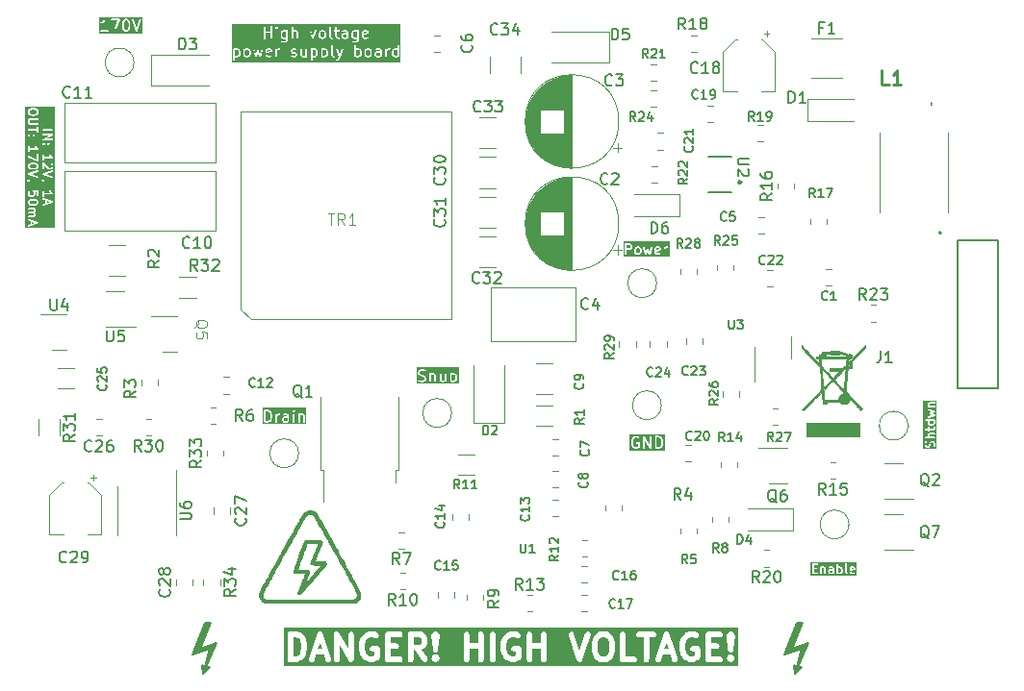
<source format=gbr>
G04 #@! TF.GenerationSoftware,KiCad,Pcbnew,7.0.7*
G04 #@! TF.CreationDate,2023-09-15T22:30:58+02:00*
G04 #@! TF.ProjectId,Nixie PSU,4e697869-6520-4505-9355-2e6b69636164,rev?*
G04 #@! TF.SameCoordinates,Original*
G04 #@! TF.FileFunction,Legend,Top*
G04 #@! TF.FilePolarity,Positive*
%FSLAX46Y46*%
G04 Gerber Fmt 4.6, Leading zero omitted, Abs format (unit mm)*
G04 Created by KiCad (PCBNEW 7.0.7) date 2023-09-15 22:30:58*
%MOMM*%
%LPD*%
G01*
G04 APERTURE LIST*
%ADD10C,0.150000*%
%ADD11C,0.500000*%
%ADD12C,0.100000*%
%ADD13C,0.254000*%
%ADD14C,0.120000*%
%ADD15C,0.010000*%
%ADD16C,0.200000*%
%ADD17C,0.250000*%
G04 APERTURE END LIST*
D10*
X177230000Y-111450000D02*
X178730000Y-110950000D01*
X177530000Y-113650000D01*
X178130000Y-111450000D01*
X176630000Y-111950000D01*
X177730000Y-109150000D01*
X178230000Y-109150000D01*
X177230000Y-111450000D01*
G36*
X177230000Y-111450000D02*
G01*
X178730000Y-110950000D01*
X177530000Y-113650000D01*
X178130000Y-111450000D01*
X176630000Y-111950000D01*
X177730000Y-109150000D01*
X178230000Y-109150000D01*
X177230000Y-111450000D01*
G37*
X125160000Y-111450000D02*
X126660000Y-110950000D01*
X125460000Y-113650000D01*
X126060000Y-111450000D01*
X124560000Y-111950000D01*
X125660000Y-109150000D01*
X126160000Y-109150000D01*
X125160000Y-111450000D01*
G36*
X125160000Y-111450000D02*
G01*
X126660000Y-110950000D01*
X125460000Y-113650000D01*
X126060000Y-111450000D01*
X124560000Y-111950000D01*
X125660000Y-109150000D01*
X126160000Y-109150000D01*
X125160000Y-111450000D01*
G37*
X177730000Y-113150000D02*
X178130000Y-113050000D01*
X177530000Y-113650000D01*
X177430000Y-112850000D01*
X177730000Y-113150000D01*
G36*
X177730000Y-113150000D02*
G01*
X178130000Y-113050000D01*
X177530000Y-113650000D01*
X177430000Y-112850000D01*
X177730000Y-113150000D01*
G37*
X125660000Y-113150000D02*
X126060000Y-113050000D01*
X125460000Y-113650000D01*
X125360000Y-112850000D01*
X125660000Y-113150000D01*
G36*
X125660000Y-113150000D02*
G01*
X126060000Y-113050000D01*
X125460000Y-113650000D01*
X125360000Y-112850000D01*
X125660000Y-113150000D01*
G37*
G36*
X163811399Y-76186553D02*
G01*
X163837045Y-76212198D01*
X163866541Y-76271190D01*
X163866541Y-76492922D01*
X163837045Y-76551915D01*
X163811399Y-76577560D01*
X163752407Y-76607057D01*
X163659246Y-76607057D01*
X163600253Y-76577561D01*
X163574608Y-76551915D01*
X163545112Y-76492922D01*
X163545112Y-76271190D01*
X163574608Y-76212197D01*
X163600252Y-76186553D01*
X163659246Y-76157057D01*
X163752407Y-76157057D01*
X163811399Y-76186553D01*
G37*
G36*
X165557067Y-76180815D02*
G01*
X165580826Y-76228334D01*
X165580827Y-76234856D01*
X165302255Y-76290571D01*
X165302254Y-76228333D01*
X165326013Y-76180815D01*
X165373532Y-76157057D01*
X165509550Y-76157057D01*
X165557067Y-76180815D01*
G37*
G36*
X162997114Y-75886553D02*
G01*
X163022759Y-75912197D01*
X163052255Y-75971190D01*
X163052255Y-76064351D01*
X163022759Y-76123344D01*
X162997114Y-76148988D01*
X162938121Y-76178485D01*
X162687969Y-76178485D01*
X162687969Y-75857057D01*
X162938121Y-75857057D01*
X162997114Y-75886553D01*
G37*
G36*
X166501116Y-76885628D02*
G01*
X162409398Y-76885628D01*
X162409398Y-76682057D01*
X162537969Y-76682057D01*
X162555516Y-76730266D01*
X162599945Y-76755918D01*
X162650469Y-76747009D01*
X162683446Y-76707709D01*
X162687969Y-76682057D01*
X162687969Y-76510628D01*
X163395112Y-76510628D01*
X163396645Y-76514841D01*
X163395604Y-76519202D01*
X163403030Y-76544169D01*
X163445887Y-76629883D01*
X163447075Y-76631008D01*
X163459935Y-76649374D01*
X163502793Y-76692233D01*
X163504274Y-76692924D01*
X163522285Y-76706282D01*
X163608000Y-76749139D01*
X163612453Y-76749651D01*
X163615889Y-76752534D01*
X163641541Y-76757057D01*
X163770112Y-76757057D01*
X163774325Y-76755523D01*
X163778686Y-76756565D01*
X163803653Y-76749139D01*
X163889367Y-76706282D01*
X163890492Y-76705092D01*
X163908859Y-76692233D01*
X163951717Y-76649375D01*
X163952408Y-76647893D01*
X163965766Y-76629883D01*
X164008623Y-76544169D01*
X164009135Y-76539715D01*
X164012018Y-76536280D01*
X164016541Y-76510628D01*
X164016541Y-76253485D01*
X164015007Y-76249271D01*
X164016049Y-76244910D01*
X164008623Y-76219944D01*
X163965766Y-76134230D01*
X163964578Y-76133105D01*
X163951717Y-76114738D01*
X163913732Y-76076754D01*
X164166729Y-76076754D01*
X164169427Y-76102661D01*
X164340856Y-76702662D01*
X164341770Y-76703923D01*
X164341722Y-76705481D01*
X164356733Y-76724558D01*
X164370972Y-76744195D01*
X164372482Y-76744573D01*
X164373446Y-76745798D01*
X164397188Y-76750758D01*
X164420738Y-76756655D01*
X164422140Y-76755972D01*
X164423665Y-76756291D01*
X164445044Y-76744828D01*
X164466871Y-76734208D01*
X164467506Y-76732785D01*
X164468879Y-76732049D01*
X164482606Y-76709911D01*
X164584398Y-76455429D01*
X164686191Y-76709911D01*
X164687230Y-76711073D01*
X164687341Y-76712628D01*
X164704222Y-76730076D01*
X164720388Y-76748155D01*
X164721928Y-76748376D01*
X164723013Y-76749498D01*
X164747156Y-76752012D01*
X164771166Y-76755472D01*
X164772490Y-76754650D01*
X164774041Y-76754812D01*
X164794148Y-76741220D01*
X164814767Y-76728436D01*
X164815253Y-76726955D01*
X164816545Y-76726083D01*
X164827941Y-76702661D01*
X164870563Y-76553485D01*
X165152255Y-76553485D01*
X165153788Y-76557697D01*
X165152746Y-76562059D01*
X165160173Y-76587026D01*
X165203030Y-76672741D01*
X165211183Y-76680460D01*
X165215650Y-76690765D01*
X165236571Y-76706282D01*
X165322286Y-76749139D01*
X165326739Y-76749651D01*
X165330175Y-76752534D01*
X165355827Y-76757057D01*
X165527255Y-76757057D01*
X165531468Y-76755523D01*
X165535829Y-76756565D01*
X165560796Y-76749139D01*
X165646510Y-76706282D01*
X165669446Y-76682057D01*
X165966541Y-76682057D01*
X165984088Y-76730266D01*
X166028517Y-76755918D01*
X166079041Y-76747009D01*
X166112018Y-76707709D01*
X166116541Y-76682057D01*
X166116541Y-76271190D01*
X166146036Y-76212198D01*
X166171682Y-76186553D01*
X166230675Y-76157057D01*
X166298684Y-76157057D01*
X166346893Y-76139510D01*
X166372545Y-76095081D01*
X166363636Y-76044557D01*
X166324336Y-76011580D01*
X166298684Y-76007057D01*
X166212970Y-76007057D01*
X166208756Y-76008590D01*
X166204395Y-76007549D01*
X166179429Y-76014975D01*
X166105566Y-76051906D01*
X166098994Y-76033848D01*
X166054565Y-76008196D01*
X166004041Y-76017105D01*
X165971064Y-76056405D01*
X165966541Y-76082057D01*
X165966541Y-76682057D01*
X165669446Y-76682057D01*
X165681782Y-76669028D01*
X165684857Y-76617817D01*
X165654293Y-76576612D01*
X165604394Y-76564692D01*
X165579428Y-76572118D01*
X165509550Y-76607057D01*
X165373532Y-76607057D01*
X165326013Y-76583298D01*
X165302254Y-76535780D01*
X165302255Y-76443542D01*
X165670536Y-76369885D01*
X165681122Y-76363446D01*
X165693327Y-76361294D01*
X165702360Y-76350528D01*
X165714368Y-76343225D01*
X165718339Y-76331485D01*
X165726304Y-76321994D01*
X165730827Y-76296342D01*
X165730827Y-76210628D01*
X165729293Y-76206415D01*
X165730336Y-76202053D01*
X165722909Y-76177087D01*
X165680051Y-76091372D01*
X165671896Y-76083652D01*
X165667431Y-76073349D01*
X165646510Y-76057832D01*
X165560796Y-76014975D01*
X165556342Y-76014462D01*
X165552907Y-76011580D01*
X165527255Y-76007057D01*
X165355827Y-76007057D01*
X165351613Y-76008590D01*
X165347253Y-76007549D01*
X165322286Y-76014975D01*
X165236571Y-76057832D01*
X165228851Y-76065985D01*
X165218547Y-76070452D01*
X165203030Y-76091373D01*
X165160173Y-76177087D01*
X165159660Y-76181540D01*
X165156778Y-76184976D01*
X165152255Y-76210628D01*
X165152255Y-76553485D01*
X164870563Y-76553485D01*
X164999369Y-76102661D01*
X164995741Y-76051487D01*
X164960069Y-76014616D01*
X164909041Y-76009302D01*
X164866537Y-76038031D01*
X164855141Y-76061453D01*
X164743983Y-76450504D01*
X164654034Y-76225631D01*
X164638420Y-76208170D01*
X164623922Y-76189744D01*
X164621490Y-76189235D01*
X164619837Y-76187387D01*
X164596652Y-76184046D01*
X164573703Y-76179251D01*
X164571515Y-76180423D01*
X164569059Y-76180070D01*
X164549147Y-76192416D01*
X164528489Y-76203493D01*
X164526742Y-76206309D01*
X164525458Y-76207106D01*
X164524565Y-76209820D01*
X164514762Y-76225631D01*
X164424812Y-76450504D01*
X164313655Y-76061453D01*
X164283539Y-76019919D01*
X164233773Y-76007460D01*
X164187640Y-76029906D01*
X164166729Y-76076754D01*
X163913732Y-76076754D01*
X163908858Y-76071880D01*
X163907375Y-76071188D01*
X163889367Y-76057832D01*
X163803653Y-76014975D01*
X163799199Y-76014462D01*
X163795764Y-76011580D01*
X163770112Y-76007057D01*
X163641541Y-76007057D01*
X163637327Y-76008590D01*
X163632967Y-76007549D01*
X163608000Y-76014975D01*
X163522285Y-76057832D01*
X163521161Y-76059018D01*
X163502793Y-76071881D01*
X163459936Y-76114738D01*
X163459245Y-76116219D01*
X163445887Y-76134230D01*
X163403030Y-76219944D01*
X163402517Y-76224397D01*
X163399635Y-76227833D01*
X163395112Y-76253485D01*
X163395112Y-76510628D01*
X162687969Y-76510628D01*
X162687969Y-76328485D01*
X162955826Y-76328485D01*
X162960038Y-76326951D01*
X162964400Y-76327994D01*
X162989367Y-76320567D01*
X163075082Y-76277710D01*
X163076207Y-76276520D01*
X163094574Y-76263661D01*
X163137431Y-76220804D01*
X163138121Y-76219322D01*
X163151480Y-76201312D01*
X163194337Y-76115598D01*
X163194849Y-76111144D01*
X163197732Y-76107709D01*
X163202255Y-76082057D01*
X163202255Y-75953485D01*
X163200721Y-75949271D01*
X163201763Y-75944910D01*
X163194337Y-75919944D01*
X163151480Y-75834230D01*
X163150293Y-75833106D01*
X163137431Y-75814738D01*
X163094574Y-75771881D01*
X163093092Y-75771190D01*
X163075082Y-75757832D01*
X162989367Y-75714975D01*
X162984913Y-75714462D01*
X162981478Y-75711580D01*
X162955826Y-75707057D01*
X162612969Y-75707057D01*
X162594660Y-75713720D01*
X162575469Y-75717105D01*
X162571118Y-75722289D01*
X162564760Y-75724604D01*
X162555017Y-75741477D01*
X162542492Y-75756405D01*
X162540774Y-75766147D01*
X162539108Y-75769033D01*
X162539686Y-75772315D01*
X162537969Y-75782057D01*
X162537969Y-76682057D01*
X162409398Y-76682057D01*
X162409398Y-75578486D01*
X166501116Y-75578486D01*
X166501116Y-76885628D01*
G37*
G36*
X118778066Y-56119076D02*
G01*
X118808473Y-56149484D01*
X118846966Y-56226471D01*
X118890349Y-56400005D01*
X118890349Y-56619632D01*
X118846966Y-56793166D01*
X118808472Y-56870153D01*
X118778065Y-56900561D01*
X118709550Y-56934819D01*
X118649722Y-56934819D01*
X118581206Y-56900561D01*
X118550799Y-56870153D01*
X118512305Y-56793165D01*
X118468922Y-56619631D01*
X118468922Y-56400005D01*
X118512305Y-56226471D01*
X118550799Y-56149483D01*
X118581206Y-56119076D01*
X118649722Y-56084819D01*
X118709550Y-56084819D01*
X118778066Y-56119076D01*
G37*
G36*
X120131739Y-57227676D02*
G01*
X116272442Y-57227676D01*
X116272442Y-56996795D01*
X116415299Y-56996795D01*
X116424208Y-57047319D01*
X116463508Y-57080296D01*
X116489160Y-57084819D01*
X117060588Y-57084819D01*
X117108797Y-57067272D01*
X117134449Y-57022843D01*
X117125540Y-56972319D01*
X117086240Y-56939342D01*
X117060588Y-56934819D01*
X116849874Y-56934819D01*
X116849874Y-56009819D01*
X116848398Y-56005765D01*
X116849419Y-56001576D01*
X116847055Y-55996795D01*
X117320061Y-55996795D01*
X117328970Y-56047319D01*
X117368270Y-56080296D01*
X117393922Y-56084819D01*
X117946847Y-56084819D01*
X117563081Y-56980275D01*
X117560219Y-57031498D01*
X117590951Y-57072578D01*
X117640899Y-57084291D01*
X117686691Y-57061159D01*
X117700953Y-57039363D01*
X117876880Y-56628866D01*
X118318922Y-56628866D01*
X118320107Y-56632123D01*
X118321161Y-56647056D01*
X118368780Y-56837532D01*
X118370768Y-56840476D01*
X118374459Y-56852883D01*
X118422078Y-56948121D01*
X118423266Y-56949246D01*
X118436126Y-56967612D01*
X118483745Y-57015232D01*
X118485226Y-57015922D01*
X118503238Y-57029282D01*
X118598476Y-57076901D01*
X118602929Y-57077413D01*
X118606365Y-57080296D01*
X118632017Y-57084819D01*
X118727255Y-57084819D01*
X118731468Y-57083285D01*
X118735829Y-57084327D01*
X118760796Y-57076901D01*
X118856034Y-57029282D01*
X118857158Y-57028094D01*
X118875527Y-57015232D01*
X118923145Y-56967613D01*
X118923835Y-56966131D01*
X118937194Y-56948121D01*
X118984813Y-56852883D01*
X118985219Y-56849354D01*
X118990492Y-56837532D01*
X119038111Y-56647056D01*
X119037750Y-56643607D01*
X119040350Y-56628866D01*
X119040350Y-56390771D01*
X119039164Y-56387513D01*
X119038111Y-56372581D01*
X118990492Y-56182105D01*
X118988503Y-56179160D01*
X118984813Y-56166754D01*
X118937194Y-56071516D01*
X118936004Y-56070390D01*
X118923145Y-56052024D01*
X118878891Y-56007770D01*
X119176093Y-56007770D01*
X119179914Y-56033536D01*
X119513247Y-57033536D01*
X119514589Y-57035227D01*
X119514648Y-57037386D01*
X119530397Y-57055147D01*
X119545138Y-57073722D01*
X119547251Y-57074154D01*
X119548685Y-57075771D01*
X119572155Y-57079251D01*
X119595399Y-57084008D01*
X119597298Y-57082979D01*
X119599434Y-57083296D01*
X119619647Y-57070877D01*
X119640513Y-57059579D01*
X119641306Y-57057571D01*
X119643146Y-57056441D01*
X119655549Y-57033536D01*
X119988882Y-56033536D01*
X119987481Y-55982253D01*
X119953443Y-55943867D01*
X119902695Y-55936342D01*
X119858982Y-55963197D01*
X119846580Y-55986102D01*
X119584398Y-56772648D01*
X119322216Y-55986102D01*
X119290325Y-55945916D01*
X119240064Y-55935630D01*
X119194950Y-55960059D01*
X119176093Y-56007770D01*
X118878891Y-56007770D01*
X118875526Y-56004405D01*
X118874044Y-56003714D01*
X118856034Y-55990356D01*
X118760796Y-55942737D01*
X118756342Y-55942224D01*
X118752907Y-55939342D01*
X118727255Y-55934819D01*
X118632017Y-55934819D01*
X118627803Y-55936352D01*
X118623442Y-55935311D01*
X118598476Y-55942737D01*
X118503238Y-55990356D01*
X118502112Y-55991545D01*
X118483746Y-56004405D01*
X118436127Y-56052024D01*
X118435436Y-56053505D01*
X118422078Y-56071516D01*
X118374459Y-56166754D01*
X118374052Y-56170282D01*
X118368780Y-56182105D01*
X118321161Y-56372581D01*
X118321521Y-56376029D01*
X118318922Y-56390771D01*
X118318922Y-56628866D01*
X117876880Y-56628866D01*
X118129524Y-56039363D01*
X118130018Y-56030517D01*
X118134449Y-56022843D01*
X118131409Y-56005608D01*
X118132386Y-55988140D01*
X118127078Y-55981046D01*
X118125540Y-55972319D01*
X118112134Y-55961070D01*
X118101654Y-55947061D01*
X118093028Y-55945038D01*
X118086240Y-55939342D01*
X118060588Y-55934819D01*
X117393922Y-55934819D01*
X117345713Y-55952366D01*
X117320061Y-55996795D01*
X116847055Y-55996795D01*
X116839771Y-55982063D01*
X116832327Y-55961610D01*
X116828592Y-55959454D01*
X116826681Y-55955587D01*
X116806746Y-55946840D01*
X116787898Y-55935958D01*
X116783650Y-55936706D01*
X116779701Y-55934974D01*
X116758806Y-55941087D01*
X116737374Y-55944867D01*
X116734602Y-55948169D01*
X116730463Y-55949381D01*
X116712470Y-55968216D01*
X116621350Y-56104895D01*
X116539970Y-56186275D01*
X116455619Y-56228451D01*
X116420347Y-56265705D01*
X116417272Y-56316916D01*
X116447836Y-56358121D01*
X116497734Y-56370041D01*
X116522701Y-56362615D01*
X116617939Y-56314996D01*
X116619064Y-56313806D01*
X116637431Y-56300947D01*
X116699873Y-56238504D01*
X116699874Y-56934819D01*
X116489160Y-56934819D01*
X116440951Y-56952366D01*
X116415299Y-56996795D01*
X116272442Y-56996795D01*
X116272442Y-55791962D01*
X120131739Y-55791962D01*
X120131739Y-57227676D01*
G37*
G36*
X128522238Y-58712409D02*
G01*
X128552645Y-58742817D01*
X128586903Y-58811333D01*
X128586903Y-59061637D01*
X128552644Y-59130153D01*
X128522237Y-59160561D01*
X128453722Y-59194819D01*
X128298656Y-59194819D01*
X128260713Y-59175847D01*
X128260713Y-58697123D01*
X128298656Y-58678152D01*
X128453722Y-58678152D01*
X128522238Y-58712409D01*
G37*
G36*
X135331763Y-58712409D02*
G01*
X135362170Y-58742817D01*
X135396428Y-58811333D01*
X135396428Y-59061637D01*
X135362169Y-59130153D01*
X135331762Y-59160561D01*
X135263247Y-59194819D01*
X135108181Y-59194819D01*
X135070238Y-59175847D01*
X135070238Y-58697123D01*
X135108181Y-58678152D01*
X135263247Y-58678152D01*
X135331763Y-58712409D01*
G37*
G36*
X136236525Y-58712409D02*
G01*
X136266932Y-58742817D01*
X136301190Y-58811333D01*
X136301190Y-59061637D01*
X136266931Y-59130153D01*
X136236524Y-59160561D01*
X136168009Y-59194819D01*
X136012943Y-59194819D01*
X135975000Y-59175847D01*
X135975000Y-58697123D01*
X136012943Y-58678152D01*
X136168009Y-58678152D01*
X136236525Y-58712409D01*
G37*
G36*
X129426999Y-58712409D02*
G01*
X129457407Y-58742817D01*
X129491665Y-58811333D01*
X129491665Y-59061637D01*
X129457406Y-59130153D01*
X129426999Y-59160561D01*
X129358484Y-59194819D01*
X129251037Y-59194819D01*
X129182521Y-59160561D01*
X129152114Y-59130153D01*
X129117856Y-59061637D01*
X129117856Y-58811333D01*
X129152113Y-58742817D01*
X129182521Y-58712409D01*
X129251037Y-58678152D01*
X129358484Y-58678152D01*
X129426999Y-58712409D01*
G37*
G36*
X131367906Y-58706672D02*
G01*
X131396427Y-58763714D01*
X131396427Y-58779762D01*
X131070237Y-58844999D01*
X131070237Y-58763714D01*
X131098757Y-58706672D01*
X131155799Y-58678152D01*
X131310865Y-58678152D01*
X131367906Y-58706672D01*
G37*
G36*
X139188907Y-58712410D02*
G01*
X139219314Y-58742816D01*
X139253572Y-58811332D01*
X139253572Y-59061637D01*
X139219313Y-59130153D01*
X139188906Y-59160561D01*
X139120391Y-59194819D01*
X138965325Y-59194819D01*
X138927382Y-59175847D01*
X138927382Y-58697123D01*
X138965325Y-58678152D01*
X139120391Y-58678152D01*
X139188907Y-58712410D01*
G37*
G36*
X140093669Y-58712409D02*
G01*
X140124076Y-58742817D01*
X140158334Y-58811333D01*
X140158334Y-59061637D01*
X140124075Y-59130153D01*
X140093668Y-59160561D01*
X140025153Y-59194819D01*
X139917706Y-59194819D01*
X139849190Y-59160561D01*
X139818783Y-59130153D01*
X139784525Y-59061637D01*
X139784525Y-58811333D01*
X139818783Y-58742816D01*
X139849190Y-58712410D01*
X139917706Y-58678152D01*
X140025153Y-58678152D01*
X140093669Y-58712409D01*
G37*
G36*
X141015477Y-59175847D02*
G01*
X140977534Y-59194819D01*
X140774849Y-59194819D01*
X140717807Y-59166298D01*
X140689287Y-59109256D01*
X140689287Y-59049428D01*
X140717807Y-58992386D01*
X140774849Y-58963866D01*
X140995239Y-58963866D01*
X140999452Y-58962332D01*
X141003813Y-58963374D01*
X141015477Y-58959904D01*
X141015477Y-59175847D01*
G37*
G36*
X142539287Y-58697123D02*
G01*
X142539287Y-59175847D01*
X142501344Y-59194819D01*
X142346278Y-59194819D01*
X142277762Y-59160561D01*
X142247355Y-59130153D01*
X142213097Y-59061637D01*
X142213097Y-58811332D01*
X142247355Y-58742816D01*
X142277762Y-58712410D01*
X142346278Y-58678152D01*
X142501344Y-58678152D01*
X142539287Y-58697123D01*
G37*
G36*
X132753570Y-57087123D02*
G01*
X132753570Y-57565847D01*
X132715627Y-57584819D01*
X132560561Y-57584819D01*
X132492045Y-57550561D01*
X132461638Y-57520153D01*
X132427379Y-57451636D01*
X132427379Y-57201333D01*
X132461638Y-57132816D01*
X132492044Y-57102410D01*
X132560561Y-57068152D01*
X132715627Y-57068152D01*
X132753570Y-57087123D01*
G37*
G36*
X138991667Y-57087123D02*
G01*
X138991667Y-57565847D01*
X138953724Y-57584819D01*
X138798658Y-57584819D01*
X138730142Y-57550561D01*
X138699735Y-57520153D01*
X138665477Y-57451636D01*
X138665477Y-57201333D01*
X138699734Y-57132817D01*
X138730142Y-57102409D01*
X138798658Y-57068152D01*
X138953724Y-57068152D01*
X138991667Y-57087123D01*
G37*
G36*
X136069858Y-57102410D02*
G01*
X136100265Y-57132816D01*
X136134523Y-57201333D01*
X136134523Y-57451636D01*
X136100264Y-57520153D01*
X136069857Y-57550561D01*
X136001342Y-57584819D01*
X135893895Y-57584819D01*
X135825379Y-57550561D01*
X135794972Y-57520153D01*
X135760714Y-57451637D01*
X135760714Y-57201333D01*
X135794972Y-57132816D01*
X135825378Y-57102410D01*
X135893895Y-57068152D01*
X136001342Y-57068152D01*
X136069858Y-57102410D01*
G37*
G36*
X138086905Y-57565847D02*
G01*
X138048962Y-57584819D01*
X137846277Y-57584819D01*
X137789235Y-57556298D01*
X137760715Y-57499256D01*
X137760715Y-57439427D01*
X137789235Y-57382386D01*
X137846277Y-57353866D01*
X138066667Y-57353866D01*
X138070880Y-57352332D01*
X138075241Y-57353374D01*
X138086905Y-57349904D01*
X138086905Y-57565847D01*
G37*
G36*
X139867908Y-57096672D02*
G01*
X139896429Y-57153713D01*
X139896429Y-57169762D01*
X139570239Y-57234999D01*
X139570239Y-57153713D01*
X139598759Y-57096672D01*
X139655801Y-57068152D01*
X139810867Y-57068152D01*
X139867908Y-57096672D01*
G37*
G36*
X142832144Y-59820517D02*
G01*
X127967856Y-59820517D01*
X127967856Y-59603152D01*
X128110713Y-59603152D01*
X128128260Y-59651361D01*
X128172689Y-59677013D01*
X128223213Y-59668104D01*
X128256190Y-59628804D01*
X128260713Y-59603152D01*
X134920238Y-59603152D01*
X134937785Y-59651361D01*
X134982214Y-59677013D01*
X135032738Y-59668104D01*
X135065715Y-59628804D01*
X135070238Y-59603152D01*
X135825000Y-59603152D01*
X135842547Y-59651361D01*
X135886976Y-59677013D01*
X135937500Y-59668104D01*
X135970477Y-59628804D01*
X135975000Y-59603152D01*
X135975000Y-59341250D01*
X135995238Y-59344819D01*
X136185714Y-59344819D01*
X136189927Y-59343285D01*
X136194288Y-59344327D01*
X136219255Y-59336901D01*
X136314493Y-59289282D01*
X136315617Y-59288094D01*
X136333986Y-59275232D01*
X136381604Y-59227613D01*
X136382294Y-59226131D01*
X136395653Y-59208121D01*
X136436233Y-59126961D01*
X136729762Y-59126961D01*
X136731295Y-59131173D01*
X136730253Y-59135535D01*
X136737680Y-59160502D01*
X136785299Y-59255741D01*
X136793452Y-59263460D01*
X136797919Y-59273765D01*
X136818840Y-59289282D01*
X136914078Y-59336901D01*
X136965044Y-59342766D01*
X137007857Y-59314500D01*
X137022484Y-59265325D01*
X137002081Y-59218254D01*
X136981160Y-59202737D01*
X136908282Y-59166298D01*
X136879762Y-59109256D01*
X136879762Y-58602698D01*
X137158335Y-58602698D01*
X137162703Y-58628377D01*
X137391252Y-59268316D01*
X137312272Y-59465766D01*
X137284145Y-59493893D01*
X137199793Y-59536070D01*
X137164521Y-59573324D01*
X137161446Y-59624535D01*
X137192010Y-59665740D01*
X137241908Y-59677660D01*
X137266875Y-59670234D01*
X137362113Y-59622615D01*
X137363238Y-59621425D01*
X137381605Y-59608566D01*
X137429224Y-59560947D01*
X137430155Y-59558948D01*
X137432100Y-59557906D01*
X137445827Y-59535768D01*
X137541065Y-59297673D01*
X137541094Y-59296740D01*
X137542060Y-59295044D01*
X137551069Y-59269819D01*
X138777382Y-59269819D01*
X138794929Y-59318028D01*
X138839358Y-59343680D01*
X138889882Y-59334771D01*
X138895774Y-59327748D01*
X138914079Y-59336901D01*
X138918532Y-59337413D01*
X138921968Y-59340296D01*
X138947620Y-59344819D01*
X139138096Y-59344819D01*
X139142309Y-59343285D01*
X139146670Y-59344327D01*
X139171637Y-59336901D01*
X139266875Y-59289282D01*
X139267999Y-59288094D01*
X139286368Y-59275232D01*
X139333986Y-59227613D01*
X139334676Y-59226131D01*
X139348035Y-59208121D01*
X139395654Y-59112883D01*
X139396166Y-59108429D01*
X139399049Y-59104994D01*
X139403572Y-59079342D01*
X139634525Y-59079342D01*
X139636058Y-59083555D01*
X139635017Y-59087916D01*
X139642443Y-59112883D01*
X139690062Y-59208121D01*
X139691250Y-59209246D01*
X139704110Y-59227612D01*
X139751729Y-59275232D01*
X139753210Y-59275922D01*
X139771222Y-59289282D01*
X139866460Y-59336901D01*
X139870913Y-59337413D01*
X139874349Y-59340296D01*
X139900001Y-59344819D01*
X140042858Y-59344819D01*
X140047071Y-59343285D01*
X140051432Y-59344327D01*
X140076399Y-59336901D01*
X140171637Y-59289282D01*
X140172761Y-59288094D01*
X140191130Y-59275232D01*
X140238748Y-59227613D01*
X140239438Y-59226131D01*
X140252797Y-59208121D01*
X140293377Y-59126961D01*
X140539287Y-59126961D01*
X140540820Y-59131173D01*
X140539778Y-59135535D01*
X140547205Y-59160502D01*
X140594824Y-59255741D01*
X140602977Y-59263460D01*
X140607444Y-59273765D01*
X140628365Y-59289282D01*
X140723603Y-59336901D01*
X140728056Y-59337413D01*
X140731492Y-59340296D01*
X140757144Y-59344819D01*
X140995239Y-59344819D01*
X140999452Y-59343285D01*
X141003813Y-59344327D01*
X141028780Y-59336901D01*
X141048572Y-59327004D01*
X141077453Y-59343680D01*
X141127977Y-59334771D01*
X141160954Y-59295471D01*
X141165477Y-59269819D01*
X141491668Y-59269819D01*
X141509215Y-59318028D01*
X141553644Y-59343680D01*
X141604168Y-59334771D01*
X141637145Y-59295471D01*
X141641668Y-59269819D01*
X141641668Y-59079342D01*
X142063097Y-59079342D01*
X142064630Y-59083555D01*
X142063589Y-59087916D01*
X142071015Y-59112883D01*
X142118634Y-59208121D01*
X142119822Y-59209246D01*
X142132682Y-59227612D01*
X142180301Y-59275232D01*
X142181782Y-59275922D01*
X142199794Y-59289282D01*
X142295032Y-59336901D01*
X142299485Y-59337413D01*
X142302921Y-59340296D01*
X142328573Y-59344819D01*
X142519049Y-59344819D01*
X142523262Y-59343285D01*
X142527623Y-59344327D01*
X142552590Y-59336901D01*
X142572382Y-59327004D01*
X142601263Y-59343680D01*
X142651787Y-59334771D01*
X142684764Y-59295471D01*
X142689287Y-59269819D01*
X142689287Y-58269819D01*
X142671740Y-58221610D01*
X142627311Y-58195958D01*
X142576787Y-58204867D01*
X142543810Y-58244167D01*
X142539287Y-58269819D01*
X142539287Y-58531720D01*
X142519049Y-58528152D01*
X142328573Y-58528152D01*
X142324359Y-58529685D01*
X142319998Y-58528644D01*
X142295032Y-58536070D01*
X142199794Y-58583689D01*
X142198668Y-58584878D01*
X142180302Y-58597738D01*
X142132683Y-58645357D01*
X142131992Y-58646838D01*
X142118634Y-58664849D01*
X142071015Y-58760087D01*
X142070502Y-58764540D01*
X142067620Y-58767976D01*
X142063097Y-58793628D01*
X142063097Y-59079342D01*
X141641668Y-59079342D01*
X141641668Y-58811332D01*
X141675925Y-58742817D01*
X141706333Y-58712409D01*
X141774849Y-58678152D01*
X141852382Y-58678152D01*
X141900591Y-58660605D01*
X141926243Y-58616176D01*
X141917334Y-58565652D01*
X141878034Y-58532675D01*
X141852382Y-58528152D01*
X141757144Y-58528152D01*
X141752930Y-58529685D01*
X141748569Y-58528644D01*
X141723603Y-58536070D01*
X141633626Y-58581058D01*
X141624121Y-58554943D01*
X141579692Y-58529291D01*
X141529168Y-58538200D01*
X141496191Y-58577500D01*
X141491668Y-58603152D01*
X141491668Y-59269819D01*
X141165477Y-59269819D01*
X141165477Y-58746009D01*
X141163943Y-58741795D01*
X141164985Y-58737434D01*
X141157559Y-58712468D01*
X141109940Y-58617230D01*
X141101786Y-58609510D01*
X141097320Y-58599206D01*
X141076399Y-58583689D01*
X140981161Y-58536070D01*
X140976707Y-58535557D01*
X140973272Y-58532675D01*
X140947620Y-58528152D01*
X140757144Y-58528152D01*
X140752930Y-58529685D01*
X140748569Y-58528644D01*
X140723603Y-58536070D01*
X140628365Y-58583689D01*
X140593093Y-58620943D01*
X140590018Y-58672154D01*
X140620582Y-58713359D01*
X140670480Y-58725279D01*
X140695447Y-58717853D01*
X140774849Y-58678152D01*
X140929915Y-58678152D01*
X140986956Y-58706672D01*
X141015477Y-58763714D01*
X141015477Y-58794894D01*
X140977534Y-58813866D01*
X140757144Y-58813866D01*
X140752930Y-58815399D01*
X140748569Y-58814358D01*
X140723603Y-58821784D01*
X140628365Y-58869403D01*
X140620645Y-58877556D01*
X140610341Y-58882023D01*
X140594824Y-58902944D01*
X140547205Y-58998182D01*
X140546692Y-59002635D01*
X140543810Y-59006071D01*
X140539287Y-59031723D01*
X140539287Y-59126961D01*
X140293377Y-59126961D01*
X140300416Y-59112883D01*
X140300928Y-59108429D01*
X140303811Y-59104994D01*
X140308334Y-59079342D01*
X140308334Y-58793628D01*
X140306800Y-58789414D01*
X140307842Y-58785053D01*
X140300416Y-58760087D01*
X140252797Y-58664849D01*
X140251607Y-58663723D01*
X140238748Y-58645357D01*
X140191129Y-58597738D01*
X140189647Y-58597047D01*
X140171637Y-58583689D01*
X140076399Y-58536070D01*
X140071945Y-58535557D01*
X140068510Y-58532675D01*
X140042858Y-58528152D01*
X139900001Y-58528152D01*
X139895787Y-58529685D01*
X139891426Y-58528644D01*
X139866460Y-58536070D01*
X139771222Y-58583689D01*
X139770096Y-58584878D01*
X139751730Y-58597738D01*
X139704111Y-58645357D01*
X139703420Y-58646838D01*
X139690062Y-58664849D01*
X139642443Y-58760087D01*
X139641930Y-58764540D01*
X139639048Y-58767976D01*
X139634525Y-58793628D01*
X139634525Y-59079342D01*
X139403572Y-59079342D01*
X139403572Y-58793628D01*
X139402038Y-58789414D01*
X139403080Y-58785053D01*
X139395654Y-58760087D01*
X139348035Y-58664849D01*
X139346845Y-58663723D01*
X139333986Y-58645357D01*
X139286367Y-58597738D01*
X139284885Y-58597047D01*
X139266875Y-58583689D01*
X139171637Y-58536070D01*
X139167183Y-58535557D01*
X139163748Y-58532675D01*
X139138096Y-58528152D01*
X138947620Y-58528152D01*
X138943406Y-58529685D01*
X138939045Y-58528644D01*
X138927382Y-58532113D01*
X138927382Y-58269819D01*
X138909835Y-58221610D01*
X138865406Y-58195958D01*
X138814882Y-58204867D01*
X138781905Y-58244167D01*
X138777382Y-58269819D01*
X138777382Y-59269819D01*
X137551069Y-59269819D01*
X137780155Y-58628377D01*
X137779844Y-58577075D01*
X137746631Y-58537975D01*
X137696054Y-58529372D01*
X137651780Y-58555291D01*
X137638893Y-58577927D01*
X137471429Y-59046826D01*
X137303965Y-58577927D01*
X137271225Y-58538428D01*
X137220757Y-58529214D01*
X137176173Y-58554597D01*
X137158335Y-58602698D01*
X136879762Y-58602698D01*
X136879762Y-58269819D01*
X136862215Y-58221610D01*
X136817786Y-58195958D01*
X136767262Y-58204867D01*
X136734285Y-58244167D01*
X136729762Y-58269819D01*
X136729762Y-59126961D01*
X136436233Y-59126961D01*
X136443272Y-59112883D01*
X136443784Y-59108429D01*
X136446667Y-59104994D01*
X136451190Y-59079342D01*
X136451190Y-58793628D01*
X136449656Y-58789414D01*
X136450698Y-58785053D01*
X136443272Y-58760087D01*
X136395653Y-58664849D01*
X136394463Y-58663723D01*
X136381604Y-58645357D01*
X136333985Y-58597738D01*
X136332503Y-58597047D01*
X136314493Y-58583689D01*
X136219255Y-58536070D01*
X136214801Y-58535557D01*
X136211366Y-58532675D01*
X136185714Y-58528152D01*
X135995238Y-58528152D01*
X135991024Y-58529685D01*
X135986663Y-58528644D01*
X135961697Y-58536070D01*
X135941904Y-58545966D01*
X135913024Y-58529291D01*
X135862500Y-58538200D01*
X135829523Y-58577500D01*
X135825000Y-58603152D01*
X135825000Y-59603152D01*
X135070238Y-59603152D01*
X135070238Y-59341250D01*
X135090476Y-59344819D01*
X135280952Y-59344819D01*
X135285165Y-59343285D01*
X135289526Y-59344327D01*
X135314493Y-59336901D01*
X135409731Y-59289282D01*
X135410855Y-59288094D01*
X135429224Y-59275232D01*
X135476842Y-59227613D01*
X135477532Y-59226131D01*
X135490891Y-59208121D01*
X135538510Y-59112883D01*
X135539022Y-59108429D01*
X135541905Y-59104994D01*
X135546428Y-59079342D01*
X135546428Y-58793628D01*
X135544894Y-58789414D01*
X135545936Y-58785053D01*
X135538510Y-58760087D01*
X135490891Y-58664849D01*
X135489701Y-58663723D01*
X135476842Y-58645357D01*
X135429223Y-58597738D01*
X135427741Y-58597047D01*
X135409731Y-58583689D01*
X135314493Y-58536070D01*
X135310039Y-58535557D01*
X135306604Y-58532675D01*
X135280952Y-58528152D01*
X135090476Y-58528152D01*
X135086262Y-58529685D01*
X135081901Y-58528644D01*
X135056935Y-58536070D01*
X135037142Y-58545966D01*
X135008262Y-58529291D01*
X134957738Y-58538200D01*
X134924761Y-58577500D01*
X134920238Y-58603152D01*
X134920238Y-59603152D01*
X128260713Y-59603152D01*
X128260712Y-59341250D01*
X128280951Y-59344819D01*
X128471427Y-59344819D01*
X128475640Y-59343285D01*
X128480001Y-59344327D01*
X128504968Y-59336901D01*
X128600206Y-59289282D01*
X128601330Y-59288094D01*
X128619699Y-59275232D01*
X128667317Y-59227613D01*
X128668007Y-59226131D01*
X128681366Y-59208121D01*
X128728985Y-59112883D01*
X128729497Y-59108429D01*
X128732380Y-59104994D01*
X128736903Y-59079342D01*
X128967856Y-59079342D01*
X128969389Y-59083555D01*
X128968348Y-59087916D01*
X128975774Y-59112883D01*
X129023393Y-59208121D01*
X129024581Y-59209246D01*
X129037441Y-59227612D01*
X129085060Y-59275232D01*
X129086541Y-59275922D01*
X129104553Y-59289282D01*
X129199791Y-59336901D01*
X129204244Y-59337413D01*
X129207680Y-59340296D01*
X129233332Y-59344819D01*
X129376189Y-59344819D01*
X129380402Y-59343285D01*
X129384763Y-59344327D01*
X129409730Y-59336901D01*
X129504968Y-59289282D01*
X129506092Y-59288094D01*
X129524461Y-59275232D01*
X129572079Y-59227613D01*
X129572769Y-59226131D01*
X129586128Y-59208121D01*
X129633747Y-59112883D01*
X129634259Y-59108429D01*
X129637142Y-59104994D01*
X129641665Y-59079342D01*
X129641665Y-58793628D01*
X129640131Y-58789414D01*
X129641173Y-58785053D01*
X129633747Y-58760087D01*
X129586128Y-58664849D01*
X129584938Y-58663723D01*
X129572079Y-58645357D01*
X129524570Y-58597848D01*
X129825187Y-58597848D01*
X129827885Y-58623756D01*
X130018361Y-59290423D01*
X130019275Y-59291684D01*
X130019227Y-59293242D01*
X130034237Y-59312318D01*
X130048477Y-59331957D01*
X130049987Y-59332335D01*
X130050951Y-59333560D01*
X130074706Y-59338523D01*
X130098243Y-59344416D01*
X130099644Y-59343734D01*
X130101170Y-59344053D01*
X130122558Y-59332585D01*
X130144376Y-59321970D01*
X130145011Y-59320547D01*
X130146384Y-59319811D01*
X130160111Y-59297673D01*
X130280950Y-58995572D01*
X130401791Y-59297673D01*
X130402830Y-59298835D01*
X130402941Y-59300390D01*
X130419815Y-59317831D01*
X130435987Y-59335917D01*
X130437528Y-59336139D01*
X130438613Y-59337260D01*
X130462755Y-59339774D01*
X130486766Y-59343234D01*
X130488090Y-59342412D01*
X130489640Y-59342574D01*
X130509750Y-59328981D01*
X130530367Y-59316198D01*
X130530853Y-59314719D01*
X130532145Y-59313846D01*
X130543541Y-59290423D01*
X130590244Y-59126961D01*
X130920237Y-59126961D01*
X130921770Y-59131173D01*
X130920728Y-59135535D01*
X130928155Y-59160502D01*
X130975774Y-59255741D01*
X130983927Y-59263460D01*
X130988394Y-59273765D01*
X131009315Y-59289282D01*
X131104553Y-59336901D01*
X131109006Y-59337413D01*
X131112442Y-59340296D01*
X131138094Y-59344819D01*
X131328570Y-59344819D01*
X131332783Y-59343285D01*
X131337144Y-59344327D01*
X131362111Y-59336901D01*
X131457349Y-59289282D01*
X131475777Y-59269819D01*
X131824999Y-59269819D01*
X131842546Y-59318028D01*
X131886975Y-59343680D01*
X131937499Y-59334771D01*
X131970476Y-59295471D01*
X131974999Y-59269819D01*
X131974999Y-58811333D01*
X131983851Y-58793628D01*
X133158333Y-58793628D01*
X133159866Y-58797841D01*
X133158825Y-58802202D01*
X133166251Y-58827169D01*
X133213870Y-58922407D01*
X133222023Y-58930126D01*
X133226490Y-58940431D01*
X133247411Y-58955948D01*
X133342649Y-59003567D01*
X133347102Y-59004079D01*
X133350538Y-59006962D01*
X133376190Y-59011485D01*
X133501342Y-59011485D01*
X133558383Y-59040005D01*
X133586903Y-59097046D01*
X133586903Y-59109256D01*
X133558383Y-59166298D01*
X133501342Y-59194819D01*
X133346276Y-59194819D01*
X133266874Y-59155118D01*
X133215907Y-59149253D01*
X133173094Y-59177519D01*
X133158468Y-59226694D01*
X133178871Y-59273765D01*
X133199792Y-59289282D01*
X133295030Y-59336901D01*
X133299483Y-59337413D01*
X133302919Y-59340296D01*
X133328571Y-59344819D01*
X133519047Y-59344819D01*
X133523260Y-59343285D01*
X133527621Y-59344327D01*
X133552588Y-59336901D01*
X133647826Y-59289282D01*
X133655545Y-59281128D01*
X133665850Y-59276662D01*
X133681367Y-59255741D01*
X133728986Y-59160502D01*
X133729498Y-59156048D01*
X133732381Y-59152613D01*
X133736904Y-59126961D01*
X134015476Y-59126961D01*
X134017009Y-59131173D01*
X134015967Y-59135535D01*
X134023394Y-59160502D01*
X134071013Y-59255741D01*
X134079166Y-59263460D01*
X134083633Y-59273765D01*
X134104554Y-59289282D01*
X134199792Y-59336901D01*
X134204245Y-59337413D01*
X134207681Y-59340296D01*
X134233333Y-59344819D01*
X134376190Y-59344819D01*
X134380403Y-59343285D01*
X134384764Y-59344327D01*
X134409731Y-59336901D01*
X134459420Y-59312056D01*
X134461594Y-59318028D01*
X134506023Y-59343680D01*
X134556547Y-59334771D01*
X134589524Y-59295471D01*
X134594047Y-59269819D01*
X134594047Y-58603152D01*
X134576500Y-58554943D01*
X134532071Y-58529291D01*
X134481547Y-58538200D01*
X134448570Y-58577500D01*
X134444047Y-58603152D01*
X134444047Y-59143514D01*
X134427000Y-59160561D01*
X134358485Y-59194819D01*
X134251038Y-59194819D01*
X134193996Y-59166298D01*
X134165476Y-59109256D01*
X134165476Y-58603152D01*
X134147929Y-58554943D01*
X134103500Y-58529291D01*
X134052976Y-58538200D01*
X134019999Y-58577500D01*
X134015476Y-58603152D01*
X134015476Y-59126961D01*
X133736904Y-59126961D01*
X133736904Y-59079342D01*
X133735370Y-59075128D01*
X133736412Y-59070767D01*
X133728986Y-59045801D01*
X133681367Y-58950563D01*
X133673213Y-58942843D01*
X133668747Y-58932539D01*
X133647826Y-58917022D01*
X133552588Y-58869403D01*
X133548134Y-58868890D01*
X133544699Y-58866008D01*
X133519047Y-58861485D01*
X133393895Y-58861485D01*
X133336853Y-58832964D01*
X133308332Y-58775922D01*
X133308332Y-58763714D01*
X133336853Y-58706672D01*
X133393895Y-58678152D01*
X133501342Y-58678152D01*
X133580744Y-58717853D01*
X133631710Y-58723718D01*
X133674523Y-58695452D01*
X133689150Y-58646277D01*
X133668747Y-58599206D01*
X133647826Y-58583689D01*
X133552588Y-58536070D01*
X133548134Y-58535557D01*
X133544699Y-58532675D01*
X133519047Y-58528152D01*
X133376190Y-58528152D01*
X133371976Y-58529685D01*
X133367615Y-58528644D01*
X133342649Y-58536070D01*
X133247411Y-58583689D01*
X133239691Y-58591842D01*
X133229387Y-58596309D01*
X133213870Y-58617230D01*
X133166251Y-58712468D01*
X133165738Y-58716921D01*
X133162856Y-58720357D01*
X133158333Y-58746009D01*
X133158333Y-58793628D01*
X131983851Y-58793628D01*
X132009257Y-58742816D01*
X132039663Y-58712410D01*
X132108180Y-58678152D01*
X132185713Y-58678152D01*
X132233922Y-58660605D01*
X132259574Y-58616176D01*
X132250665Y-58565652D01*
X132211365Y-58532675D01*
X132185713Y-58528152D01*
X132090475Y-58528152D01*
X132086261Y-58529685D01*
X132081900Y-58528644D01*
X132056934Y-58536070D01*
X131966957Y-58581058D01*
X131957452Y-58554943D01*
X131913023Y-58529291D01*
X131862499Y-58538200D01*
X131829522Y-58577500D01*
X131824999Y-58603152D01*
X131824999Y-59269819D01*
X131475777Y-59269819D01*
X131492621Y-59252028D01*
X131495696Y-59200818D01*
X131465132Y-59159612D01*
X131415233Y-59147692D01*
X131390267Y-59155118D01*
X131310865Y-59194819D01*
X131155799Y-59194819D01*
X131098757Y-59166298D01*
X131070237Y-59109256D01*
X131070236Y-58997970D01*
X131486135Y-58914791D01*
X131496722Y-58908351D01*
X131508927Y-58906199D01*
X131517961Y-58895432D01*
X131529967Y-58888130D01*
X131533937Y-58876392D01*
X131541904Y-58866899D01*
X131546427Y-58841247D01*
X131546427Y-58746009D01*
X131544893Y-58741795D01*
X131545935Y-58737434D01*
X131538509Y-58712468D01*
X131490890Y-58617230D01*
X131482736Y-58609510D01*
X131478270Y-58599206D01*
X131457349Y-58583689D01*
X131362111Y-58536070D01*
X131357657Y-58535557D01*
X131354222Y-58532675D01*
X131328570Y-58528152D01*
X131138094Y-58528152D01*
X131133880Y-58529685D01*
X131129519Y-58528644D01*
X131104553Y-58536070D01*
X131009315Y-58583689D01*
X131001595Y-58591842D01*
X130991291Y-58596309D01*
X130975774Y-58617230D01*
X130928155Y-58712468D01*
X130927642Y-58716921D01*
X130924760Y-58720357D01*
X130920237Y-58746009D01*
X130920237Y-59126961D01*
X130590244Y-59126961D01*
X130734017Y-58623756D01*
X130730389Y-58572581D01*
X130694717Y-58535711D01*
X130643689Y-58530397D01*
X130601185Y-58559126D01*
X130589789Y-58582548D01*
X130459583Y-59038266D01*
X130350587Y-58765774D01*
X130334970Y-58748309D01*
X130320475Y-58729887D01*
X130318043Y-58729378D01*
X130316390Y-58727530D01*
X130293196Y-58724187D01*
X130270256Y-58719395D01*
X130268069Y-58720567D01*
X130265612Y-58720213D01*
X130245694Y-58732563D01*
X130225042Y-58743636D01*
X130223295Y-58746452D01*
X130222011Y-58747249D01*
X130221118Y-58749963D01*
X130211315Y-58765774D01*
X130102318Y-59038266D01*
X129972113Y-58582548D01*
X129941997Y-58541014D01*
X129892231Y-58528555D01*
X129846098Y-58551001D01*
X129825187Y-58597848D01*
X129524570Y-58597848D01*
X129524460Y-58597738D01*
X129522978Y-58597047D01*
X129504968Y-58583689D01*
X129409730Y-58536070D01*
X129405276Y-58535557D01*
X129401841Y-58532675D01*
X129376189Y-58528152D01*
X129233332Y-58528152D01*
X129229118Y-58529685D01*
X129224757Y-58528644D01*
X129199791Y-58536070D01*
X129104553Y-58583689D01*
X129103427Y-58584878D01*
X129085061Y-58597738D01*
X129037442Y-58645357D01*
X129036751Y-58646838D01*
X129023393Y-58664849D01*
X128975774Y-58760087D01*
X128975261Y-58764540D01*
X128972379Y-58767976D01*
X128967856Y-58793628D01*
X128967856Y-59079342D01*
X128736903Y-59079342D01*
X128736903Y-58793628D01*
X128735369Y-58789414D01*
X128736411Y-58785053D01*
X128728985Y-58760087D01*
X128681366Y-58664849D01*
X128680176Y-58663723D01*
X128667317Y-58645357D01*
X128619698Y-58597738D01*
X128618216Y-58597047D01*
X128600206Y-58583689D01*
X128504968Y-58536070D01*
X128500514Y-58535557D01*
X128497079Y-58532675D01*
X128471427Y-58528152D01*
X128280951Y-58528152D01*
X128276737Y-58529685D01*
X128272376Y-58528644D01*
X128247410Y-58536070D01*
X128227617Y-58545966D01*
X128198737Y-58529291D01*
X128148213Y-58538200D01*
X128115236Y-58577500D01*
X128110713Y-58603152D01*
X128110713Y-59603152D01*
X127967856Y-59603152D01*
X127967856Y-57659819D01*
X130801190Y-57659819D01*
X130818737Y-57708028D01*
X130863166Y-57733680D01*
X130913690Y-57724771D01*
X130946667Y-57685471D01*
X130951190Y-57659819D01*
X130951190Y-57211009D01*
X131372618Y-57211009D01*
X131372618Y-57659819D01*
X131390165Y-57708028D01*
X131434594Y-57733680D01*
X131485118Y-57724771D01*
X131518095Y-57685471D01*
X131522618Y-57659819D01*
X131848809Y-57659819D01*
X131866356Y-57708028D01*
X131910785Y-57733680D01*
X131961309Y-57724771D01*
X131994286Y-57685471D01*
X131998809Y-57659819D01*
X131998809Y-57469342D01*
X132277380Y-57469342D01*
X132278913Y-57473555D01*
X132277872Y-57477916D01*
X132285298Y-57502883D01*
X132332917Y-57598121D01*
X132334105Y-57599246D01*
X132346965Y-57617612D01*
X132394584Y-57665232D01*
X132396065Y-57665922D01*
X132414077Y-57679282D01*
X132509315Y-57726901D01*
X132513768Y-57727413D01*
X132517204Y-57730296D01*
X132542856Y-57734819D01*
X132733332Y-57734819D01*
X132737545Y-57733285D01*
X132741906Y-57734327D01*
X132753570Y-57730857D01*
X132753570Y-57784971D01*
X132719312Y-57853486D01*
X132688905Y-57883893D01*
X132620389Y-57918152D01*
X132512942Y-57918152D01*
X132433540Y-57878451D01*
X132382573Y-57872586D01*
X132339760Y-57900852D01*
X132325134Y-57950027D01*
X132345537Y-57997098D01*
X132366458Y-58012615D01*
X132461696Y-58060234D01*
X132466149Y-58060746D01*
X132469585Y-58063629D01*
X132495237Y-58068152D01*
X132638094Y-58068152D01*
X132642307Y-58066618D01*
X132646668Y-58067660D01*
X132671635Y-58060234D01*
X132766873Y-58012615D01*
X132767998Y-58011425D01*
X132786365Y-57998566D01*
X132833984Y-57950947D01*
X132834675Y-57949465D01*
X132848033Y-57931455D01*
X132895652Y-57836217D01*
X132896164Y-57831763D01*
X132899047Y-57828328D01*
X132903570Y-57802676D01*
X132903570Y-57659819D01*
X133229761Y-57659819D01*
X133247308Y-57708028D01*
X133291737Y-57733680D01*
X133342261Y-57724771D01*
X133375238Y-57685471D01*
X133379761Y-57659819D01*
X133379761Y-57119456D01*
X133396806Y-57102410D01*
X133465323Y-57068152D01*
X133572770Y-57068152D01*
X133629811Y-57096672D01*
X133658332Y-57153714D01*
X133658332Y-57659819D01*
X133675879Y-57708028D01*
X133720308Y-57733680D01*
X133770832Y-57724771D01*
X133803809Y-57685471D01*
X133808332Y-57659819D01*
X133808332Y-57136009D01*
X133806798Y-57131795D01*
X133807840Y-57127434D01*
X133800414Y-57102468D01*
X133752795Y-57007230D01*
X133744641Y-56999510D01*
X133741689Y-56992698D01*
X134801191Y-56992698D01*
X134805559Y-57018377D01*
X135043654Y-57685044D01*
X135043962Y-57685415D01*
X135043965Y-57685896D01*
X135060292Y-57705117D01*
X135076393Y-57724543D01*
X135076865Y-57724629D01*
X135077178Y-57724997D01*
X135102091Y-57729234D01*
X135126862Y-57733757D01*
X135127279Y-57733519D01*
X135127755Y-57733600D01*
X135149573Y-57720826D01*
X135171446Y-57708374D01*
X135171612Y-57707924D01*
X135172028Y-57707681D01*
X135184916Y-57685044D01*
X135261952Y-57469342D01*
X135610714Y-57469342D01*
X135612247Y-57473555D01*
X135611206Y-57477916D01*
X135618632Y-57502883D01*
X135666251Y-57598121D01*
X135667439Y-57599246D01*
X135680299Y-57617612D01*
X135727918Y-57665232D01*
X135729399Y-57665922D01*
X135747411Y-57679282D01*
X135842649Y-57726901D01*
X135847102Y-57727413D01*
X135850538Y-57730296D01*
X135876190Y-57734819D01*
X136019047Y-57734819D01*
X136023260Y-57733285D01*
X136027621Y-57734327D01*
X136052588Y-57726901D01*
X136147826Y-57679282D01*
X136148950Y-57678094D01*
X136167319Y-57665232D01*
X136214937Y-57617613D01*
X136215627Y-57616131D01*
X136228986Y-57598121D01*
X136269566Y-57516961D01*
X136563095Y-57516961D01*
X136564628Y-57521173D01*
X136563586Y-57525535D01*
X136571013Y-57550502D01*
X136618632Y-57645741D01*
X136626785Y-57653460D01*
X136631252Y-57663765D01*
X136652173Y-57679282D01*
X136747411Y-57726901D01*
X136798377Y-57732766D01*
X136841190Y-57704500D01*
X136855817Y-57655325D01*
X136835414Y-57608254D01*
X136814493Y-57592737D01*
X136741615Y-57556298D01*
X136713095Y-57499256D01*
X136713095Y-56980128D01*
X136945187Y-56980128D01*
X136954096Y-57030652D01*
X136993396Y-57063629D01*
X137019048Y-57068152D01*
X137086905Y-57068152D01*
X137086905Y-57516961D01*
X137088438Y-57521173D01*
X137087396Y-57525535D01*
X137094823Y-57550502D01*
X137142442Y-57645741D01*
X137150595Y-57653460D01*
X137155062Y-57663765D01*
X137175983Y-57679282D01*
X137271221Y-57726901D01*
X137275674Y-57727413D01*
X137279110Y-57730296D01*
X137304762Y-57734819D01*
X137400000Y-57734819D01*
X137448209Y-57717272D01*
X137473861Y-57672843D01*
X137464952Y-57622319D01*
X137425652Y-57589342D01*
X137400000Y-57584819D01*
X137322467Y-57584819D01*
X137265425Y-57556298D01*
X137245757Y-57516961D01*
X137610715Y-57516961D01*
X137612248Y-57521173D01*
X137611206Y-57525535D01*
X137618633Y-57550502D01*
X137666252Y-57645741D01*
X137674405Y-57653460D01*
X137678872Y-57663765D01*
X137699793Y-57679282D01*
X137795031Y-57726901D01*
X137799484Y-57727413D01*
X137802920Y-57730296D01*
X137828572Y-57734819D01*
X138066667Y-57734819D01*
X138070880Y-57733285D01*
X138075241Y-57734327D01*
X138100208Y-57726901D01*
X138120000Y-57717004D01*
X138148881Y-57733680D01*
X138199405Y-57724771D01*
X138232382Y-57685471D01*
X138236905Y-57659819D01*
X138236905Y-57469342D01*
X138515477Y-57469342D01*
X138517010Y-57473555D01*
X138515969Y-57477916D01*
X138523395Y-57502883D01*
X138571014Y-57598121D01*
X138572202Y-57599246D01*
X138585062Y-57617612D01*
X138632681Y-57665232D01*
X138634162Y-57665922D01*
X138652174Y-57679282D01*
X138747412Y-57726901D01*
X138751865Y-57727413D01*
X138755301Y-57730296D01*
X138780953Y-57734819D01*
X138971429Y-57734819D01*
X138975642Y-57733285D01*
X138980003Y-57734327D01*
X138991667Y-57730857D01*
X138991667Y-57784971D01*
X138957409Y-57853486D01*
X138927002Y-57883893D01*
X138858486Y-57918152D01*
X138751039Y-57918152D01*
X138671637Y-57878451D01*
X138620670Y-57872586D01*
X138577857Y-57900852D01*
X138563231Y-57950027D01*
X138583634Y-57997098D01*
X138604555Y-58012615D01*
X138699793Y-58060234D01*
X138704246Y-58060746D01*
X138707682Y-58063629D01*
X138733334Y-58068152D01*
X138876191Y-58068152D01*
X138880404Y-58066618D01*
X138884765Y-58067660D01*
X138909732Y-58060234D01*
X139004970Y-58012615D01*
X139006095Y-58011425D01*
X139024462Y-57998566D01*
X139072081Y-57950947D01*
X139072772Y-57949465D01*
X139086130Y-57931455D01*
X139133749Y-57836217D01*
X139134261Y-57831763D01*
X139137144Y-57828328D01*
X139141667Y-57802676D01*
X139141667Y-57516961D01*
X139420239Y-57516961D01*
X139421772Y-57521173D01*
X139420730Y-57525535D01*
X139428157Y-57550502D01*
X139475776Y-57645741D01*
X139483929Y-57653460D01*
X139488396Y-57663765D01*
X139509317Y-57679282D01*
X139604555Y-57726901D01*
X139609008Y-57727413D01*
X139612444Y-57730296D01*
X139638096Y-57734819D01*
X139828572Y-57734819D01*
X139832785Y-57733285D01*
X139837146Y-57734327D01*
X139862113Y-57726901D01*
X139957351Y-57679282D01*
X139992623Y-57642028D01*
X139995698Y-57590818D01*
X139965134Y-57549612D01*
X139915235Y-57537692D01*
X139890269Y-57545118D01*
X139810867Y-57584819D01*
X139655801Y-57584819D01*
X139598759Y-57556298D01*
X139570239Y-57499256D01*
X139570239Y-57387970D01*
X139986137Y-57304791D01*
X139996724Y-57298351D01*
X140008929Y-57296199D01*
X140017963Y-57285432D01*
X140029969Y-57278130D01*
X140033939Y-57266392D01*
X140041906Y-57256899D01*
X140046429Y-57231247D01*
X140046429Y-57136009D01*
X140044895Y-57131795D01*
X140045937Y-57127434D01*
X140038511Y-57102468D01*
X139990892Y-57007230D01*
X139982738Y-56999510D01*
X139978272Y-56989206D01*
X139957351Y-56973689D01*
X139862113Y-56926070D01*
X139857659Y-56925557D01*
X139854224Y-56922675D01*
X139828572Y-56918152D01*
X139638096Y-56918152D01*
X139633882Y-56919685D01*
X139629521Y-56918644D01*
X139604555Y-56926070D01*
X139509317Y-56973689D01*
X139501597Y-56981842D01*
X139491293Y-56986309D01*
X139475776Y-57007230D01*
X139428157Y-57102468D01*
X139427644Y-57106921D01*
X139424762Y-57110357D01*
X139420239Y-57136009D01*
X139420239Y-57516961D01*
X139141667Y-57516961D01*
X139141667Y-56993152D01*
X139124120Y-56944943D01*
X139079691Y-56919291D01*
X139029167Y-56928200D01*
X139023274Y-56935222D01*
X139004970Y-56926070D01*
X139000516Y-56925557D01*
X138997081Y-56922675D01*
X138971429Y-56918152D01*
X138780953Y-56918152D01*
X138776739Y-56919685D01*
X138772378Y-56918644D01*
X138747412Y-56926070D01*
X138652174Y-56973689D01*
X138651048Y-56974878D01*
X138632682Y-56987738D01*
X138585063Y-57035357D01*
X138584372Y-57036838D01*
X138571014Y-57054849D01*
X138523395Y-57150087D01*
X138522882Y-57154540D01*
X138520000Y-57157976D01*
X138515477Y-57183628D01*
X138515477Y-57469342D01*
X138236905Y-57469342D01*
X138236905Y-57136009D01*
X138235371Y-57131795D01*
X138236413Y-57127434D01*
X138228987Y-57102468D01*
X138181368Y-57007230D01*
X138173214Y-56999510D01*
X138168748Y-56989206D01*
X138147827Y-56973689D01*
X138052589Y-56926070D01*
X138048135Y-56925557D01*
X138044700Y-56922675D01*
X138019048Y-56918152D01*
X137828572Y-56918152D01*
X137824358Y-56919685D01*
X137819997Y-56918644D01*
X137795031Y-56926070D01*
X137699793Y-56973689D01*
X137664521Y-57010943D01*
X137661446Y-57062154D01*
X137692010Y-57103359D01*
X137741908Y-57115279D01*
X137766875Y-57107853D01*
X137846277Y-57068152D01*
X138001343Y-57068152D01*
X138058384Y-57096672D01*
X138086905Y-57153714D01*
X138086905Y-57184894D01*
X138048962Y-57203866D01*
X137828572Y-57203866D01*
X137824358Y-57205399D01*
X137819997Y-57204358D01*
X137795031Y-57211784D01*
X137699793Y-57259403D01*
X137692073Y-57267556D01*
X137681769Y-57272023D01*
X137666252Y-57292944D01*
X137618633Y-57388182D01*
X137618120Y-57392635D01*
X137615238Y-57396071D01*
X137610715Y-57421723D01*
X137610715Y-57516961D01*
X137245757Y-57516961D01*
X137236905Y-57499256D01*
X137236905Y-57068152D01*
X137400000Y-57068152D01*
X137448209Y-57050605D01*
X137473861Y-57006176D01*
X137464952Y-56955652D01*
X137425652Y-56922675D01*
X137400000Y-56918152D01*
X137236905Y-56918152D01*
X137236905Y-56659819D01*
X137219358Y-56611610D01*
X137174929Y-56585958D01*
X137124405Y-56594867D01*
X137091428Y-56634167D01*
X137086905Y-56659819D01*
X137086905Y-56918152D01*
X137019048Y-56918152D01*
X136970839Y-56935699D01*
X136945187Y-56980128D01*
X136713095Y-56980128D01*
X136713095Y-56659819D01*
X136695548Y-56611610D01*
X136651119Y-56585958D01*
X136600595Y-56594867D01*
X136567618Y-56634167D01*
X136563095Y-56659819D01*
X136563095Y-57516961D01*
X136269566Y-57516961D01*
X136276605Y-57502883D01*
X136277117Y-57498429D01*
X136280000Y-57494994D01*
X136284523Y-57469342D01*
X136284523Y-57183628D01*
X136282989Y-57179414D01*
X136284031Y-57175053D01*
X136276605Y-57150087D01*
X136228986Y-57054849D01*
X136227796Y-57053723D01*
X136214937Y-57035357D01*
X136167318Y-56987738D01*
X136165836Y-56987047D01*
X136147826Y-56973689D01*
X136052588Y-56926070D01*
X136048134Y-56925557D01*
X136044699Y-56922675D01*
X136019047Y-56918152D01*
X135876190Y-56918152D01*
X135871976Y-56919685D01*
X135867615Y-56918644D01*
X135842649Y-56926070D01*
X135747411Y-56973689D01*
X135746285Y-56974878D01*
X135727919Y-56987738D01*
X135680300Y-57035357D01*
X135679609Y-57036838D01*
X135666251Y-57054849D01*
X135618632Y-57150087D01*
X135618119Y-57154540D01*
X135615237Y-57157976D01*
X135610714Y-57183628D01*
X135610714Y-57469342D01*
X135261952Y-57469342D01*
X135423011Y-57018377D01*
X135422700Y-56967075D01*
X135389487Y-56927975D01*
X135338910Y-56919372D01*
X135294636Y-56945291D01*
X135281749Y-56967927D01*
X135114285Y-57436826D01*
X134946821Y-56967927D01*
X134914081Y-56928428D01*
X134863613Y-56919214D01*
X134819029Y-56944597D01*
X134801191Y-56992698D01*
X133741689Y-56992698D01*
X133740175Y-56989206D01*
X133719254Y-56973689D01*
X133624016Y-56926070D01*
X133619562Y-56925557D01*
X133616127Y-56922675D01*
X133590475Y-56918152D01*
X133447618Y-56918152D01*
X133443404Y-56919685D01*
X133439043Y-56918644D01*
X133414077Y-56926070D01*
X133379761Y-56943228D01*
X133379761Y-56659819D01*
X133362214Y-56611610D01*
X133317785Y-56585958D01*
X133267261Y-56594867D01*
X133234284Y-56634167D01*
X133229761Y-56659819D01*
X133229761Y-57659819D01*
X132903570Y-57659819D01*
X132903570Y-56993152D01*
X132886023Y-56944943D01*
X132841594Y-56919291D01*
X132791070Y-56928200D01*
X132785177Y-56935222D01*
X132766873Y-56926070D01*
X132762419Y-56925557D01*
X132758984Y-56922675D01*
X132733332Y-56918152D01*
X132542856Y-56918152D01*
X132538642Y-56919685D01*
X132534281Y-56918644D01*
X132509315Y-56926070D01*
X132414077Y-56973689D01*
X132412951Y-56974878D01*
X132394585Y-56987738D01*
X132346966Y-57035357D01*
X132346275Y-57036838D01*
X132332917Y-57054849D01*
X132285298Y-57150087D01*
X132284785Y-57154540D01*
X132281903Y-57157976D01*
X132277380Y-57183628D01*
X132277380Y-57469342D01*
X131998809Y-57469342D01*
X131998809Y-56993152D01*
X131981262Y-56944943D01*
X131936833Y-56919291D01*
X131886309Y-56928200D01*
X131853332Y-56967500D01*
X131848809Y-56993152D01*
X131848809Y-57659819D01*
X131522618Y-57659819D01*
X131522618Y-56700902D01*
X131801476Y-56700902D01*
X131806518Y-56719721D01*
X131808217Y-56739134D01*
X131813890Y-56747236D01*
X131814753Y-56750456D01*
X131817483Y-56752367D01*
X131823157Y-56760471D01*
X131870776Y-56808090D01*
X131888434Y-56816323D01*
X131904398Y-56827502D01*
X131907814Y-56827203D01*
X131910785Y-56828918D01*
X131914164Y-56828322D01*
X131917272Y-56829771D01*
X131936091Y-56824728D01*
X131955505Y-56823030D01*
X131959318Y-56820360D01*
X131961309Y-56820009D01*
X131963430Y-56817480D01*
X131963607Y-56817356D01*
X131966827Y-56816494D01*
X131968738Y-56813764D01*
X131976842Y-56808090D01*
X132024461Y-56760471D01*
X132032696Y-56742810D01*
X132043872Y-56726849D01*
X132043282Y-56720107D01*
X132046142Y-56713975D01*
X132041099Y-56695153D01*
X132039401Y-56675742D01*
X132033727Y-56667639D01*
X132032865Y-56664420D01*
X132030135Y-56662508D01*
X132024461Y-56654405D01*
X131976842Y-56606786D01*
X131959181Y-56598551D01*
X131943220Y-56587375D01*
X131939804Y-56587673D01*
X131936833Y-56585958D01*
X131933452Y-56586554D01*
X131930345Y-56585105D01*
X131911523Y-56590147D01*
X131892113Y-56591846D01*
X131888299Y-56594515D01*
X131886309Y-56594867D01*
X131884187Y-56597395D01*
X131884010Y-56597519D01*
X131880791Y-56598382D01*
X131878879Y-56601112D01*
X131870776Y-56606786D01*
X131823157Y-56654405D01*
X131814923Y-56672062D01*
X131803745Y-56688027D01*
X131804335Y-56694770D01*
X131801476Y-56700902D01*
X131522618Y-56700902D01*
X131522618Y-56659819D01*
X131505071Y-56611610D01*
X131460642Y-56585958D01*
X131410118Y-56594867D01*
X131377141Y-56634167D01*
X131372618Y-56659819D01*
X131372618Y-57061009D01*
X130951190Y-57061009D01*
X130951190Y-56659819D01*
X130933643Y-56611610D01*
X130889214Y-56585958D01*
X130838690Y-56594867D01*
X130805713Y-56634167D01*
X130801190Y-56659819D01*
X130801190Y-57659819D01*
X127967856Y-57659819D01*
X127967856Y-56442248D01*
X142832144Y-56442248D01*
X142832144Y-59820517D01*
G37*
D11*
G36*
X133822098Y-110494031D02*
G01*
X133961204Y-110633136D01*
X134035549Y-110781826D01*
X134126192Y-111144397D01*
X134126192Y-111397125D01*
X134035549Y-111759696D01*
X133961204Y-111908386D01*
X133822098Y-112047491D01*
X133602290Y-112120761D01*
X133369049Y-112120761D01*
X133369049Y-110420761D01*
X133602289Y-110420761D01*
X133822098Y-110494031D01*
G37*
G36*
X144599529Y-110480985D02*
G01*
X144646919Y-110528376D01*
X144707144Y-110648826D01*
X144707144Y-110845077D01*
X144646918Y-110965528D01*
X144599530Y-111012916D01*
X144479079Y-111073142D01*
X143950001Y-111073142D01*
X143950001Y-110420761D01*
X144479079Y-110420761D01*
X144599529Y-110480985D01*
G37*
G36*
X160942385Y-110480986D02*
G01*
X161074258Y-110612858D01*
X161154762Y-110934873D01*
X161154762Y-111606650D01*
X161074258Y-111928664D01*
X160942384Y-112060537D01*
X160821936Y-112120761D01*
X160520921Y-112120761D01*
X160400469Y-112060535D01*
X160268598Y-111928663D01*
X160188095Y-111606650D01*
X160188095Y-110934873D01*
X160268598Y-110612859D01*
X160400470Y-110480986D01*
X160520922Y-110420761D01*
X160821935Y-110420761D01*
X160942385Y-110480986D01*
G37*
G36*
X135915050Y-111492190D02*
G01*
X135561144Y-111492190D01*
X135738096Y-110961330D01*
X135915050Y-111492190D01*
G37*
G36*
X166400762Y-111492190D02*
G01*
X166046856Y-111492190D01*
X166223808Y-110961330D01*
X166400762Y-111492190D01*
G37*
G36*
X172550000Y-112935047D02*
G01*
X132554763Y-112935047D01*
X132554763Y-112370761D01*
X132869049Y-112370761D01*
X132888079Y-112466432D01*
X132942272Y-112547538D01*
X133023378Y-112601731D01*
X133119049Y-112620761D01*
X133642859Y-112620761D01*
X133682161Y-112612943D01*
X133721915Y-112607932D01*
X134036200Y-112503171D01*
X134044003Y-112498722D01*
X134052815Y-112496970D01*
X134086135Y-112474705D01*
X134120944Y-112454864D01*
X134126451Y-112447768D01*
X134133921Y-112442777D01*
X134188215Y-112388483D01*
X134755392Y-112388483D01*
X134781156Y-112482565D01*
X134840962Y-112559625D01*
X134925706Y-112607932D01*
X135022485Y-112620132D01*
X135116567Y-112594368D01*
X135193627Y-112534562D01*
X135241934Y-112449818D01*
X135394477Y-111992190D01*
X136081716Y-111992190D01*
X136234259Y-112449818D01*
X136282567Y-112534562D01*
X136359627Y-112594369D01*
X136453708Y-112620133D01*
X136550487Y-112607932D01*
X136635231Y-112559625D01*
X136695037Y-112482565D01*
X136720801Y-112388484D01*
X136718567Y-112370761D01*
X136954763Y-112370761D01*
X136973793Y-112466432D01*
X137027986Y-112547538D01*
X137109092Y-112601731D01*
X137204763Y-112620761D01*
X137300434Y-112601731D01*
X137381540Y-112547538D01*
X137435733Y-112466432D01*
X137454763Y-112370761D01*
X137454763Y-111112152D01*
X138244845Y-112494796D01*
X138266656Y-112519891D01*
X138285129Y-112547538D01*
X138298380Y-112556392D01*
X138308834Y-112568420D01*
X138338590Y-112583259D01*
X138366235Y-112601731D01*
X138381863Y-112604839D01*
X138396127Y-112611953D01*
X138429302Y-112614275D01*
X138461906Y-112620761D01*
X138477532Y-112617652D01*
X138493434Y-112618766D01*
X138524971Y-112608216D01*
X138557577Y-112601731D01*
X138570826Y-112592877D01*
X138585941Y-112587822D01*
X138611036Y-112566010D01*
X138638683Y-112547538D01*
X138647537Y-112534286D01*
X138659565Y-112523833D01*
X138674405Y-112494075D01*
X138692876Y-112466432D01*
X138695984Y-112450805D01*
X138703098Y-112436541D01*
X138705420Y-112403366D01*
X138711906Y-112370761D01*
X138711906Y-111427904D01*
X139154763Y-111427904D01*
X139160738Y-111457943D01*
X139162227Y-111488538D01*
X139266989Y-111907586D01*
X139278686Y-111932346D01*
X139285918Y-111958755D01*
X139390680Y-112168279D01*
X139415244Y-112199930D01*
X139437510Y-112233253D01*
X139647035Y-112442777D01*
X139654502Y-112447766D01*
X139660011Y-112454864D01*
X139694821Y-112474707D01*
X139728140Y-112496970D01*
X139736951Y-112498722D01*
X139744755Y-112503171D01*
X140059039Y-112607932D01*
X140098795Y-112612943D01*
X140138096Y-112620761D01*
X140347620Y-112620761D01*
X140386922Y-112612943D01*
X140426676Y-112607932D01*
X140740962Y-112503171D01*
X140748765Y-112498722D01*
X140757577Y-112496970D01*
X140790897Y-112474705D01*
X140825706Y-112454864D01*
X140831213Y-112447768D01*
X140838683Y-112442777D01*
X140910699Y-112370761D01*
X141459525Y-112370761D01*
X141478555Y-112466432D01*
X141532748Y-112547538D01*
X141613854Y-112601731D01*
X141709525Y-112620761D01*
X142757144Y-112620761D01*
X142852815Y-112601731D01*
X142933921Y-112547538D01*
X142988114Y-112466432D01*
X143007144Y-112370761D01*
X143450001Y-112370761D01*
X143469031Y-112466432D01*
X143523224Y-112547538D01*
X143604330Y-112601731D01*
X143700001Y-112620761D01*
X143795672Y-112601731D01*
X143876778Y-112547538D01*
X143930971Y-112466432D01*
X143950001Y-112370761D01*
X143950001Y-111573142D01*
X144093647Y-111573142D01*
X144752336Y-112514127D01*
X144822790Y-112581590D01*
X144913698Y-112616957D01*
X145011220Y-112614843D01*
X145100510Y-112575569D01*
X145167973Y-112505115D01*
X145203340Y-112414208D01*
X145201226Y-112316685D01*
X145178933Y-112266001D01*
X145545239Y-112266001D01*
X145564269Y-112361672D01*
X145584673Y-112392208D01*
X145614295Y-112436541D01*
X145618463Y-112442778D01*
X145723221Y-112547534D01*
X145723224Y-112547538D01*
X145741312Y-112559624D01*
X145804329Y-112601731D01*
X145900000Y-112620761D01*
X145900000Y-112620760D01*
X145900001Y-112620761D01*
X145900001Y-112620760D01*
X145900002Y-112620761D01*
X145944283Y-112611953D01*
X145995671Y-112601732D01*
X145995672Y-112601731D01*
X145995673Y-112601731D01*
X146016489Y-112587822D01*
X146076777Y-112547539D01*
X146181539Y-112442778D01*
X146185707Y-112436541D01*
X146215329Y-112392208D01*
X146229660Y-112370761D01*
X148373810Y-112370761D01*
X148392840Y-112466432D01*
X148447033Y-112547538D01*
X148528139Y-112601731D01*
X148623810Y-112620761D01*
X148719481Y-112601731D01*
X148800587Y-112547538D01*
X148854780Y-112466432D01*
X148873810Y-112370761D01*
X148873810Y-111468380D01*
X149630953Y-111468380D01*
X149630953Y-112370761D01*
X149649983Y-112466432D01*
X149704176Y-112547538D01*
X149785282Y-112601731D01*
X149880953Y-112620761D01*
X149976624Y-112601731D01*
X150057730Y-112547538D01*
X150111923Y-112466432D01*
X150130953Y-112370761D01*
X150678572Y-112370761D01*
X150697602Y-112466432D01*
X150751795Y-112547538D01*
X150832901Y-112601731D01*
X150928572Y-112620761D01*
X151024243Y-112601731D01*
X151105349Y-112547538D01*
X151159542Y-112466432D01*
X151178572Y-112370761D01*
X151178572Y-111427904D01*
X151621429Y-111427904D01*
X151627404Y-111457943D01*
X151628893Y-111488538D01*
X151733655Y-111907586D01*
X151745352Y-111932346D01*
X151752584Y-111958755D01*
X151857346Y-112168279D01*
X151881910Y-112199930D01*
X151904176Y-112233253D01*
X152113701Y-112442777D01*
X152121168Y-112447766D01*
X152126677Y-112454864D01*
X152161487Y-112474707D01*
X152194806Y-112496970D01*
X152203617Y-112498722D01*
X152211421Y-112503171D01*
X152525705Y-112607932D01*
X152565461Y-112612943D01*
X152604762Y-112620761D01*
X152814286Y-112620761D01*
X152853588Y-112612943D01*
X152893342Y-112607932D01*
X153207628Y-112503171D01*
X153215431Y-112498722D01*
X153224243Y-112496970D01*
X153257563Y-112474705D01*
X153292372Y-112454864D01*
X153297879Y-112447768D01*
X153305349Y-112442777D01*
X153377365Y-112370761D01*
X153926191Y-112370761D01*
X153945221Y-112466432D01*
X153999414Y-112547538D01*
X154080520Y-112601731D01*
X154176191Y-112620761D01*
X154271862Y-112601731D01*
X154352968Y-112547538D01*
X154407161Y-112466432D01*
X154426191Y-112370761D01*
X154426191Y-111468380D01*
X155183334Y-111468380D01*
X155183334Y-112370761D01*
X155202364Y-112466432D01*
X155256557Y-112547538D01*
X155337663Y-112601731D01*
X155433334Y-112620761D01*
X155529005Y-112601731D01*
X155610111Y-112547538D01*
X155664304Y-112466432D01*
X155683334Y-112370761D01*
X155683334Y-110170761D01*
X155679809Y-110153039D01*
X157593486Y-110153039D01*
X157605686Y-110249818D01*
X158339020Y-112449818D01*
X158347865Y-112465335D01*
X158352584Y-112482565D01*
X158371805Y-112507332D01*
X158387328Y-112534562D01*
X158401436Y-112545511D01*
X158412390Y-112559625D01*
X158439626Y-112575150D01*
X158464388Y-112594368D01*
X158481614Y-112599085D01*
X158497134Y-112607932D01*
X158528236Y-112611852D01*
X158558469Y-112620132D01*
X158576190Y-112617897D01*
X158593913Y-112620132D01*
X158624146Y-112611852D01*
X158655248Y-112607932D01*
X158670766Y-112599085D01*
X158687995Y-112594368D01*
X158712758Y-112575148D01*
X158739992Y-112559625D01*
X158750943Y-112545513D01*
X158765055Y-112534562D01*
X158780578Y-112507328D01*
X158799798Y-112482565D01*
X158804515Y-112465336D01*
X158813362Y-112449818D01*
X159084158Y-111637428D01*
X159688095Y-111637428D01*
X159694070Y-111667467D01*
X159695559Y-111698062D01*
X159800321Y-112117110D01*
X159808260Y-112133917D01*
X159811887Y-112152147D01*
X159828904Y-112177615D01*
X159841987Y-112205309D01*
X159855752Y-112217797D01*
X159866080Y-112233253D01*
X160075605Y-112442777D01*
X160108921Y-112465038D01*
X160140578Y-112489607D01*
X160350103Y-112594368D01*
X160358764Y-112596740D01*
X160366234Y-112601731D01*
X160405532Y-112609547D01*
X160444184Y-112620133D01*
X160453098Y-112619009D01*
X160461905Y-112620761D01*
X160880952Y-112620761D01*
X160889761Y-112619008D01*
X160898673Y-112620132D01*
X160937318Y-112609549D01*
X160976623Y-112601731D01*
X160984092Y-112596740D01*
X160992755Y-112594368D01*
X161202279Y-112489607D01*
X161233931Y-112465041D01*
X161267253Y-112442777D01*
X161339269Y-112370761D01*
X162097619Y-112370761D01*
X162116649Y-112466432D01*
X162170842Y-112547538D01*
X162251948Y-112601731D01*
X162347619Y-112620761D01*
X163395238Y-112620761D01*
X163490909Y-112601731D01*
X163572015Y-112547538D01*
X163626208Y-112466432D01*
X163645238Y-112370761D01*
X163626208Y-112275090D01*
X163572015Y-112193984D01*
X163490909Y-112139791D01*
X163395238Y-112120761D01*
X162597619Y-112120761D01*
X162597619Y-110170761D01*
X163564285Y-110170761D01*
X163583315Y-110266432D01*
X163637508Y-110347538D01*
X163718614Y-110401731D01*
X163814285Y-110420761D01*
X164192857Y-110420761D01*
X164192857Y-112370761D01*
X164211887Y-112466432D01*
X164266080Y-112547538D01*
X164347186Y-112601731D01*
X164442857Y-112620761D01*
X164538528Y-112601731D01*
X164619634Y-112547538D01*
X164673827Y-112466432D01*
X164689332Y-112388483D01*
X165241104Y-112388483D01*
X165266868Y-112482565D01*
X165326674Y-112559625D01*
X165411418Y-112607932D01*
X165508197Y-112620132D01*
X165602279Y-112594368D01*
X165679339Y-112534562D01*
X165727646Y-112449818D01*
X165880189Y-111992190D01*
X166567428Y-111992190D01*
X166719971Y-112449818D01*
X166768279Y-112534562D01*
X166845339Y-112594369D01*
X166939420Y-112620133D01*
X167036199Y-112607932D01*
X167120943Y-112559625D01*
X167180749Y-112482565D01*
X167206513Y-112388484D01*
X167194313Y-112291705D01*
X166906380Y-111427904D01*
X167335713Y-111427904D01*
X167341688Y-111457943D01*
X167343177Y-111488538D01*
X167447939Y-111907586D01*
X167459636Y-111932346D01*
X167466868Y-111958755D01*
X167571630Y-112168279D01*
X167596194Y-112199930D01*
X167618460Y-112233253D01*
X167827985Y-112442777D01*
X167835452Y-112447766D01*
X167840961Y-112454864D01*
X167875771Y-112474707D01*
X167909090Y-112496970D01*
X167917901Y-112498722D01*
X167925705Y-112503171D01*
X168239989Y-112607932D01*
X168279745Y-112612943D01*
X168319046Y-112620761D01*
X168528570Y-112620761D01*
X168567872Y-112612943D01*
X168607626Y-112607932D01*
X168921912Y-112503171D01*
X168929715Y-112498722D01*
X168938527Y-112496970D01*
X168971847Y-112474705D01*
X169006656Y-112454864D01*
X169012163Y-112447768D01*
X169019633Y-112442777D01*
X169091649Y-112370761D01*
X169640475Y-112370761D01*
X169659505Y-112466432D01*
X169713698Y-112547538D01*
X169794804Y-112601731D01*
X169890475Y-112620761D01*
X170938094Y-112620761D01*
X171033765Y-112601731D01*
X171114871Y-112547538D01*
X171169064Y-112466432D01*
X171188094Y-112370761D01*
X171169064Y-112275090D01*
X171162991Y-112266001D01*
X171526189Y-112266001D01*
X171545219Y-112361672D01*
X171565623Y-112392208D01*
X171595245Y-112436541D01*
X171599413Y-112442778D01*
X171704171Y-112547534D01*
X171704174Y-112547538D01*
X171722262Y-112559624D01*
X171785279Y-112601731D01*
X171880950Y-112620761D01*
X171880950Y-112620760D01*
X171880951Y-112620761D01*
X171880951Y-112620760D01*
X171880952Y-112620761D01*
X171925233Y-112611953D01*
X171976621Y-112601732D01*
X171976622Y-112601731D01*
X171976623Y-112601731D01*
X171997439Y-112587822D01*
X172057727Y-112547539D01*
X172162489Y-112442778D01*
X172166657Y-112436541D01*
X172196279Y-112392208D01*
X172216683Y-112361672D01*
X172221389Y-112338015D01*
X172235714Y-112266000D01*
X172216683Y-112170329D01*
X172162490Y-112089223D01*
X172057728Y-111984461D01*
X171976622Y-111930268D01*
X171976622Y-111930267D01*
X171880951Y-111911237D01*
X171785280Y-111930268D01*
X171704174Y-111984461D01*
X171599412Y-112089223D01*
X171599411Y-112089224D01*
X171545218Y-112170330D01*
X171526189Y-112266001D01*
X171162991Y-112266001D01*
X171114871Y-112193984D01*
X171033765Y-112139791D01*
X170938094Y-112120761D01*
X170140475Y-112120761D01*
X170140475Y-111468380D01*
X170623808Y-111468380D01*
X170719479Y-111449350D01*
X170800585Y-111395157D01*
X170854778Y-111314051D01*
X170873808Y-111218380D01*
X170854778Y-111122709D01*
X170800585Y-111041603D01*
X170719479Y-110987410D01*
X170623808Y-110968380D01*
X170140475Y-110968380D01*
X170140475Y-110420761D01*
X170938094Y-110420761D01*
X171033765Y-110401731D01*
X171114871Y-110347538D01*
X171162990Y-110275523D01*
X171526189Y-110275523D01*
X171528240Y-110285837D01*
X171527053Y-110296284D01*
X171631815Y-111553428D01*
X171639632Y-111580667D01*
X171642834Y-111608825D01*
X171647929Y-111618022D01*
X171649981Y-111628337D01*
X171655823Y-111637080D01*
X171658724Y-111647188D01*
X171676371Y-111669362D01*
X171690104Y-111694152D01*
X171698332Y-111700700D01*
X171704174Y-111709443D01*
X171712916Y-111715284D01*
X171719465Y-111723513D01*
X171744255Y-111737246D01*
X171766429Y-111754893D01*
X171776536Y-111757793D01*
X171785280Y-111763636D01*
X171795591Y-111765687D01*
X171804792Y-111770784D01*
X171832956Y-111773986D01*
X171860190Y-111781802D01*
X171870636Y-111780614D01*
X171880951Y-111782666D01*
X171891262Y-111780614D01*
X171901712Y-111781803D01*
X171928957Y-111773983D01*
X171957110Y-111770783D01*
X171966307Y-111765687D01*
X171976622Y-111763636D01*
X171985362Y-111757795D01*
X171995473Y-111754894D01*
X172017650Y-111737244D01*
X172042437Y-111723513D01*
X172048985Y-111715284D01*
X172057728Y-111709443D01*
X172063569Y-111700700D01*
X172071798Y-111694152D01*
X172085531Y-111669361D01*
X172103178Y-111647188D01*
X172106078Y-111637080D01*
X172111921Y-111628337D01*
X172113972Y-111618024D01*
X172119068Y-111608826D01*
X172122269Y-111580665D01*
X172130087Y-111553427D01*
X172234849Y-110296284D01*
X172233661Y-110285840D01*
X172235714Y-110275523D01*
X172228186Y-110237680D01*
X172223830Y-110199363D01*
X172218734Y-110190165D01*
X172216683Y-110179852D01*
X172195253Y-110147780D01*
X172176560Y-110114037D01*
X172168331Y-110107488D01*
X172162490Y-110098746D01*
X172057728Y-109993984D01*
X171976622Y-109939791D01*
X171976622Y-109939790D01*
X171880951Y-109920760D01*
X171785280Y-109939791D01*
X171704174Y-109993984D01*
X171599412Y-110098746D01*
X171593570Y-110107488D01*
X171585342Y-110114037D01*
X171566649Y-110147778D01*
X171545219Y-110179852D01*
X171543167Y-110190166D01*
X171538072Y-110199364D01*
X171533714Y-110237686D01*
X171526189Y-110275523D01*
X171162990Y-110275523D01*
X171169064Y-110266432D01*
X171188094Y-110170761D01*
X171169064Y-110075090D01*
X171114871Y-109993984D01*
X171033765Y-109939791D01*
X170938094Y-109920761D01*
X169890475Y-109920761D01*
X169794804Y-109939791D01*
X169713698Y-109993984D01*
X169659505Y-110075090D01*
X169640475Y-110170761D01*
X169640475Y-112370760D01*
X169640475Y-112370761D01*
X169091649Y-112370761D01*
X169124395Y-112338015D01*
X169178588Y-112256909D01*
X169197619Y-112161238D01*
X169197617Y-112161232D01*
X169197618Y-111427904D01*
X169178588Y-111332233D01*
X169124395Y-111251127D01*
X169043289Y-111196934D01*
X168947618Y-111177904D01*
X168528570Y-111177904D01*
X168432899Y-111196934D01*
X168351793Y-111251127D01*
X168297600Y-111332233D01*
X168278570Y-111427904D01*
X168297600Y-111523575D01*
X168351793Y-111604681D01*
X168432899Y-111658874D01*
X168528570Y-111677904D01*
X168697618Y-111677904D01*
X168697618Y-112050889D01*
X168488001Y-112120761D01*
X168359615Y-112120761D01*
X168139806Y-112047491D01*
X168000700Y-111908385D01*
X167926355Y-111759695D01*
X167835713Y-111397126D01*
X167835713Y-111144396D01*
X167926355Y-110781826D01*
X168000700Y-110633137D01*
X168139805Y-110494031D01*
X168359617Y-110420761D01*
X168574315Y-110420761D01*
X168731053Y-110499130D01*
X168825134Y-110524894D01*
X168921913Y-110512694D01*
X169006657Y-110464387D01*
X169066463Y-110387326D01*
X169092227Y-110293245D01*
X169080027Y-110196466D01*
X169031720Y-110111723D01*
X168954659Y-110051916D01*
X168745135Y-109947154D01*
X168736472Y-109944781D01*
X168729003Y-109939791D01*
X168689700Y-109931973D01*
X168651054Y-109921390D01*
X168642142Y-109922513D01*
X168633332Y-109920761D01*
X168319046Y-109920761D01*
X168279745Y-109928578D01*
X168239989Y-109933590D01*
X167925704Y-110038352D01*
X167917900Y-110042800D01*
X167909090Y-110044553D01*
X167875771Y-110066815D01*
X167840960Y-110086660D01*
X167835452Y-110093756D01*
X167827985Y-110098746D01*
X167618460Y-110308270D01*
X167596194Y-110341592D01*
X167571630Y-110373244D01*
X167466868Y-110582768D01*
X167459636Y-110609176D01*
X167447939Y-110633937D01*
X167343177Y-111052985D01*
X167341688Y-111083579D01*
X167335713Y-111113619D01*
X167335713Y-111427904D01*
X166906380Y-111427904D01*
X166460980Y-110091704D01*
X166452133Y-110076185D01*
X166447416Y-110058957D01*
X166428196Y-110034193D01*
X166412673Y-110006960D01*
X166398561Y-109996008D01*
X166387610Y-109981897D01*
X166360376Y-109966373D01*
X166335613Y-109947154D01*
X166318384Y-109942436D01*
X166302866Y-109933590D01*
X166271764Y-109929669D01*
X166241531Y-109921390D01*
X166223809Y-109923624D01*
X166206087Y-109921390D01*
X166175854Y-109929669D01*
X166144752Y-109933590D01*
X166129232Y-109942436D01*
X166112006Y-109947154D01*
X166087244Y-109966371D01*
X166060008Y-109981897D01*
X166049054Y-109996010D01*
X166034946Y-110006960D01*
X166019423Y-110034189D01*
X166000202Y-110058957D01*
X165995483Y-110076186D01*
X165986638Y-110091704D01*
X165253304Y-112291704D01*
X165241104Y-112388483D01*
X164689332Y-112388483D01*
X164692857Y-112370761D01*
X164692857Y-110420761D01*
X165071428Y-110420761D01*
X165167099Y-110401731D01*
X165248205Y-110347538D01*
X165302398Y-110266432D01*
X165321428Y-110170761D01*
X165302398Y-110075090D01*
X165248205Y-109993984D01*
X165167099Y-109939791D01*
X165071428Y-109920761D01*
X163814285Y-109920761D01*
X163718614Y-109939791D01*
X163637508Y-109993984D01*
X163583315Y-110075090D01*
X163564285Y-110170761D01*
X162597619Y-110170761D01*
X162578589Y-110075090D01*
X162524396Y-109993984D01*
X162443290Y-109939791D01*
X162347619Y-109920761D01*
X162251948Y-109939791D01*
X162170842Y-109993984D01*
X162116649Y-110075090D01*
X162097619Y-110170761D01*
X162097619Y-112370760D01*
X162097619Y-112370761D01*
X161339269Y-112370761D01*
X161476777Y-112233252D01*
X161487102Y-112217798D01*
X161500870Y-112205309D01*
X161513953Y-112177614D01*
X161530970Y-112152147D01*
X161534596Y-112133916D01*
X161542536Y-112117110D01*
X161647298Y-111698062D01*
X161648786Y-111667467D01*
X161654762Y-111637428D01*
X161654762Y-110904095D01*
X161648786Y-110874055D01*
X161647298Y-110843461D01*
X161542536Y-110424413D01*
X161534596Y-110407606D01*
X161530970Y-110389376D01*
X161513953Y-110363908D01*
X161500870Y-110336214D01*
X161487102Y-110323724D01*
X161476777Y-110308271D01*
X161267253Y-110098746D01*
X161233930Y-110076480D01*
X161202279Y-110051916D01*
X160992755Y-109947154D01*
X160984092Y-109944781D01*
X160976623Y-109939791D01*
X160937320Y-109931973D01*
X160898674Y-109921390D01*
X160889762Y-109922513D01*
X160880952Y-109920761D01*
X160461905Y-109920761D01*
X160453094Y-109922513D01*
X160444183Y-109921390D01*
X160405536Y-109931973D01*
X160366234Y-109939791D01*
X160358764Y-109944781D01*
X160350102Y-109947154D01*
X160140578Y-110051916D01*
X160108922Y-110076483D01*
X160075605Y-110098746D01*
X159866080Y-110308270D01*
X159855752Y-110323725D01*
X159841987Y-110336214D01*
X159828904Y-110363907D01*
X159811887Y-110389376D01*
X159808260Y-110407605D01*
X159800321Y-110424413D01*
X159695559Y-110843461D01*
X159694070Y-110874055D01*
X159688095Y-110904095D01*
X159688095Y-111637428D01*
X159084158Y-111637428D01*
X159546695Y-110249817D01*
X159558895Y-110153038D01*
X159533131Y-110058957D01*
X159473325Y-109981897D01*
X159388581Y-109933590D01*
X159291802Y-109921389D01*
X159197721Y-109947153D01*
X159120661Y-110006960D01*
X159072353Y-110091704D01*
X158576190Y-111580191D01*
X158080028Y-110091704D01*
X158031721Y-110006960D01*
X157954661Y-109947154D01*
X157860579Y-109921390D01*
X157763800Y-109933590D01*
X157679056Y-109981897D01*
X157619250Y-110058957D01*
X157593486Y-110153039D01*
X155679809Y-110153039D01*
X155664304Y-110075090D01*
X155610111Y-109993984D01*
X155529005Y-109939791D01*
X155433334Y-109920761D01*
X155337663Y-109939791D01*
X155256557Y-109993984D01*
X155202364Y-110075090D01*
X155183334Y-110170761D01*
X155183334Y-110968380D01*
X154426191Y-110968380D01*
X154426191Y-110170761D01*
X154407161Y-110075090D01*
X154352968Y-109993984D01*
X154271862Y-109939791D01*
X154176191Y-109920761D01*
X154080520Y-109939791D01*
X153999414Y-109993984D01*
X153945221Y-110075090D01*
X153926191Y-110170761D01*
X153926191Y-112370761D01*
X153377365Y-112370761D01*
X153410111Y-112338015D01*
X153464304Y-112256909D01*
X153483335Y-112161238D01*
X153483334Y-112161232D01*
X153483334Y-111427904D01*
X153464304Y-111332233D01*
X153410111Y-111251127D01*
X153329005Y-111196934D01*
X153233334Y-111177904D01*
X152814286Y-111177904D01*
X152718615Y-111196934D01*
X152637509Y-111251127D01*
X152583316Y-111332233D01*
X152564286Y-111427904D01*
X152583316Y-111523575D01*
X152637509Y-111604681D01*
X152718615Y-111658874D01*
X152814286Y-111677904D01*
X152983334Y-111677904D01*
X152983334Y-112050889D01*
X152773717Y-112120761D01*
X152645331Y-112120761D01*
X152425522Y-112047491D01*
X152286416Y-111908385D01*
X152212071Y-111759695D01*
X152121429Y-111397126D01*
X152121429Y-111144396D01*
X152212071Y-110781827D01*
X152286416Y-110633137D01*
X152425521Y-110494031D01*
X152645333Y-110420761D01*
X152860031Y-110420761D01*
X153016769Y-110499130D01*
X153110850Y-110524894D01*
X153207629Y-110512694D01*
X153292373Y-110464387D01*
X153352179Y-110387326D01*
X153377943Y-110293245D01*
X153365743Y-110196466D01*
X153317436Y-110111723D01*
X153240375Y-110051916D01*
X153030851Y-109947154D01*
X153022188Y-109944781D01*
X153014719Y-109939791D01*
X152975416Y-109931973D01*
X152936770Y-109921390D01*
X152927858Y-109922513D01*
X152919048Y-109920761D01*
X152604762Y-109920761D01*
X152565461Y-109928578D01*
X152525705Y-109933590D01*
X152211420Y-110038352D01*
X152203616Y-110042800D01*
X152194806Y-110044553D01*
X152161487Y-110066815D01*
X152126676Y-110086660D01*
X152121168Y-110093756D01*
X152113701Y-110098746D01*
X151904176Y-110308270D01*
X151881910Y-110341592D01*
X151857346Y-110373244D01*
X151752584Y-110582768D01*
X151745352Y-110609176D01*
X151733655Y-110633937D01*
X151628893Y-111052985D01*
X151627404Y-111083579D01*
X151621429Y-111113619D01*
X151621429Y-111427904D01*
X151178572Y-111427904D01*
X151178572Y-110170761D01*
X151159542Y-110075090D01*
X151105349Y-109993984D01*
X151024243Y-109939791D01*
X150928572Y-109920761D01*
X150832901Y-109939791D01*
X150751795Y-109993984D01*
X150697602Y-110075090D01*
X150678572Y-110170761D01*
X150678572Y-112370761D01*
X150130953Y-112370761D01*
X150130953Y-110170761D01*
X150111923Y-110075090D01*
X150057730Y-109993984D01*
X149976624Y-109939791D01*
X149880953Y-109920761D01*
X149785282Y-109939791D01*
X149704176Y-109993984D01*
X149649983Y-110075090D01*
X149630953Y-110170761D01*
X149630953Y-110968380D01*
X148873810Y-110968380D01*
X148873810Y-110170761D01*
X148854780Y-110075090D01*
X148800587Y-109993984D01*
X148719481Y-109939791D01*
X148623810Y-109920761D01*
X148528139Y-109939791D01*
X148447033Y-109993984D01*
X148392840Y-110075090D01*
X148373810Y-110170761D01*
X148373810Y-112370761D01*
X146229660Y-112370761D01*
X146235733Y-112361672D01*
X146240439Y-112338015D01*
X146254764Y-112266000D01*
X146235733Y-112170329D01*
X146181540Y-112089223D01*
X146076778Y-111984461D01*
X145995672Y-111930268D01*
X145995671Y-111930267D01*
X145900001Y-111911237D01*
X145804330Y-111930268D01*
X145723224Y-111984461D01*
X145618462Y-112089223D01*
X145618461Y-112089224D01*
X145564268Y-112170330D01*
X145545239Y-112266001D01*
X145178933Y-112266001D01*
X145161952Y-112227396D01*
X144676269Y-111533563D01*
X144859423Y-111441987D01*
X144891071Y-111417424D01*
X144924396Y-111395158D01*
X145029158Y-111290397D01*
X145051424Y-111257073D01*
X145075989Y-111225422D01*
X145180751Y-111015898D01*
X145183123Y-111007235D01*
X145188114Y-110999766D01*
X145195931Y-110960463D01*
X145206515Y-110921817D01*
X145205391Y-110912905D01*
X145207144Y-110904095D01*
X145207144Y-110589809D01*
X145205391Y-110580998D01*
X145206515Y-110572087D01*
X145195931Y-110533440D01*
X145188114Y-110494138D01*
X145183123Y-110486668D01*
X145180751Y-110478006D01*
X145079509Y-110275523D01*
X145545239Y-110275523D01*
X145547290Y-110285837D01*
X145546103Y-110296284D01*
X145650865Y-111553428D01*
X145658682Y-111580667D01*
X145661884Y-111608825D01*
X145666979Y-111618022D01*
X145669031Y-111628337D01*
X145674873Y-111637080D01*
X145677774Y-111647188D01*
X145695421Y-111669362D01*
X145709154Y-111694152D01*
X145717382Y-111700700D01*
X145723224Y-111709443D01*
X145731966Y-111715284D01*
X145738515Y-111723513D01*
X145763305Y-111737246D01*
X145785479Y-111754893D01*
X145795586Y-111757793D01*
X145804330Y-111763636D01*
X145814641Y-111765687D01*
X145823842Y-111770784D01*
X145852006Y-111773986D01*
X145879240Y-111781802D01*
X145889686Y-111780614D01*
X145900001Y-111782666D01*
X145910312Y-111780614D01*
X145920762Y-111781803D01*
X145948007Y-111773983D01*
X145976160Y-111770783D01*
X145985357Y-111765687D01*
X145995672Y-111763636D01*
X146004412Y-111757795D01*
X146014523Y-111754894D01*
X146036700Y-111737244D01*
X146061487Y-111723513D01*
X146068035Y-111715284D01*
X146076778Y-111709443D01*
X146082619Y-111700700D01*
X146090848Y-111694152D01*
X146104581Y-111669361D01*
X146122228Y-111647188D01*
X146125128Y-111637080D01*
X146130971Y-111628337D01*
X146133022Y-111618024D01*
X146138118Y-111608826D01*
X146141319Y-111580665D01*
X146149137Y-111553427D01*
X146253899Y-110296284D01*
X146252711Y-110285840D01*
X146254764Y-110275523D01*
X146247236Y-110237680D01*
X146242880Y-110199363D01*
X146237784Y-110190165D01*
X146235733Y-110179852D01*
X146214303Y-110147780D01*
X146195610Y-110114037D01*
X146187381Y-110107488D01*
X146181540Y-110098746D01*
X146076778Y-109993984D01*
X145995672Y-109939791D01*
X145995671Y-109939790D01*
X145900001Y-109920760D01*
X145804330Y-109939791D01*
X145723224Y-109993984D01*
X145618462Y-110098746D01*
X145612620Y-110107488D01*
X145604392Y-110114037D01*
X145585699Y-110147778D01*
X145564269Y-110179852D01*
X145562217Y-110190166D01*
X145557122Y-110199364D01*
X145552764Y-110237686D01*
X145545239Y-110275523D01*
X145079509Y-110275523D01*
X145075989Y-110268482D01*
X145051424Y-110236830D01*
X145029159Y-110203508D01*
X144924397Y-110098746D01*
X144891074Y-110076480D01*
X144859423Y-110051916D01*
X144649899Y-109947154D01*
X144641236Y-109944781D01*
X144633767Y-109939791D01*
X144594464Y-109931973D01*
X144555818Y-109921390D01*
X144546906Y-109922513D01*
X144538096Y-109920761D01*
X143700001Y-109920761D01*
X143604330Y-109939791D01*
X143523224Y-109993984D01*
X143469031Y-110075090D01*
X143450001Y-110170761D01*
X143450001Y-112370761D01*
X143007144Y-112370761D01*
X142988114Y-112275090D01*
X142933921Y-112193984D01*
X142852815Y-112139791D01*
X142757144Y-112120761D01*
X141959525Y-112120761D01*
X141959525Y-111468380D01*
X142442858Y-111468380D01*
X142538529Y-111449350D01*
X142619635Y-111395157D01*
X142673828Y-111314051D01*
X142692858Y-111218380D01*
X142673828Y-111122709D01*
X142619635Y-111041603D01*
X142538529Y-110987410D01*
X142442858Y-110968380D01*
X141959525Y-110968380D01*
X141959525Y-110420761D01*
X142757144Y-110420761D01*
X142852815Y-110401731D01*
X142933921Y-110347538D01*
X142988114Y-110266432D01*
X143007144Y-110170761D01*
X142988114Y-110075090D01*
X142933921Y-109993984D01*
X142852815Y-109939791D01*
X142757144Y-109920761D01*
X141709525Y-109920761D01*
X141613854Y-109939791D01*
X141532748Y-109993984D01*
X141478555Y-110075090D01*
X141459525Y-110170761D01*
X141459525Y-112370760D01*
X141459525Y-112370761D01*
X140910699Y-112370761D01*
X140943445Y-112338015D01*
X140997638Y-112256909D01*
X141016669Y-112161238D01*
X141016668Y-112161232D01*
X141016668Y-111427904D01*
X140997638Y-111332233D01*
X140943445Y-111251127D01*
X140862339Y-111196934D01*
X140766668Y-111177904D01*
X140347620Y-111177904D01*
X140251949Y-111196934D01*
X140170843Y-111251127D01*
X140116650Y-111332233D01*
X140097620Y-111427904D01*
X140116650Y-111523575D01*
X140170843Y-111604681D01*
X140251949Y-111658874D01*
X140347620Y-111677904D01*
X140516668Y-111677904D01*
X140516668Y-112050889D01*
X140307051Y-112120761D01*
X140178665Y-112120761D01*
X139958856Y-112047491D01*
X139819750Y-111908385D01*
X139745405Y-111759695D01*
X139654763Y-111397125D01*
X139654763Y-111144397D01*
X139745405Y-110781826D01*
X139819750Y-110633137D01*
X139958855Y-110494031D01*
X140178667Y-110420761D01*
X140393365Y-110420761D01*
X140550103Y-110499130D01*
X140644184Y-110524894D01*
X140740963Y-110512694D01*
X140825707Y-110464387D01*
X140885513Y-110387326D01*
X140911277Y-110293245D01*
X140899077Y-110196466D01*
X140850770Y-110111723D01*
X140773709Y-110051916D01*
X140564185Y-109947154D01*
X140555522Y-109944781D01*
X140548053Y-109939791D01*
X140508750Y-109931973D01*
X140470104Y-109921390D01*
X140461192Y-109922513D01*
X140452382Y-109920761D01*
X140138096Y-109920761D01*
X140098795Y-109928578D01*
X140059039Y-109933590D01*
X139744754Y-110038352D01*
X139736950Y-110042800D01*
X139728140Y-110044553D01*
X139694821Y-110066815D01*
X139660010Y-110086660D01*
X139654502Y-110093756D01*
X139647035Y-110098746D01*
X139437510Y-110308270D01*
X139415244Y-110341592D01*
X139390680Y-110373244D01*
X139285918Y-110582768D01*
X139278686Y-110609176D01*
X139266989Y-110633937D01*
X139162227Y-111052985D01*
X139160738Y-111083579D01*
X139154763Y-111113619D01*
X139154763Y-111427904D01*
X138711906Y-111427904D01*
X138711906Y-110170761D01*
X138692876Y-110075090D01*
X138638683Y-109993984D01*
X138557577Y-109939791D01*
X138461906Y-109920761D01*
X138366235Y-109939791D01*
X138285129Y-109993984D01*
X138230936Y-110075090D01*
X138211906Y-110170761D01*
X138211906Y-111429369D01*
X137421824Y-110046726D01*
X137400012Y-110021630D01*
X137381540Y-109993984D01*
X137368288Y-109985129D01*
X137357835Y-109973102D01*
X137328080Y-109958264D01*
X137300434Y-109939791D01*
X137284803Y-109936681D01*
X137270542Y-109929570D01*
X137237374Y-109927247D01*
X137204763Y-109920761D01*
X137189132Y-109923870D01*
X137173235Y-109922757D01*
X137141702Y-109933304D01*
X137109092Y-109939791D01*
X137095841Y-109948644D01*
X137080728Y-109953700D01*
X137055632Y-109975511D01*
X137027986Y-109993984D01*
X137019131Y-110007235D01*
X137007104Y-110017689D01*
X136992266Y-110047443D01*
X136973793Y-110075090D01*
X136970683Y-110090720D01*
X136963572Y-110104982D01*
X136961249Y-110138149D01*
X136954763Y-110170761D01*
X136954763Y-112370761D01*
X136718567Y-112370761D01*
X136708601Y-112291705D01*
X135975268Y-110091704D01*
X135966421Y-110076185D01*
X135961704Y-110058957D01*
X135942484Y-110034193D01*
X135926961Y-110006960D01*
X135912849Y-109996008D01*
X135901898Y-109981897D01*
X135874664Y-109966373D01*
X135849901Y-109947154D01*
X135832672Y-109942436D01*
X135817154Y-109933590D01*
X135786052Y-109929669D01*
X135755819Y-109921390D01*
X135738096Y-109923624D01*
X135720375Y-109921390D01*
X135690142Y-109929669D01*
X135659040Y-109933590D01*
X135643520Y-109942436D01*
X135626294Y-109947154D01*
X135601532Y-109966371D01*
X135574296Y-109981897D01*
X135563342Y-109996010D01*
X135549234Y-110006960D01*
X135533711Y-110034189D01*
X135514490Y-110058957D01*
X135509771Y-110076186D01*
X135500926Y-110091704D01*
X134767592Y-112291704D01*
X134755392Y-112388483D01*
X134188215Y-112388483D01*
X134343445Y-112233252D01*
X134365707Y-112199934D01*
X134390275Y-112168279D01*
X134495037Y-111958755D01*
X134502268Y-111932346D01*
X134513966Y-111907586D01*
X134618728Y-111488538D01*
X134620216Y-111457943D01*
X134626192Y-111427904D01*
X134626192Y-111113619D01*
X134620216Y-111083579D01*
X134618728Y-111052985D01*
X134513966Y-110633937D01*
X134502268Y-110609176D01*
X134495037Y-110582768D01*
X134390275Y-110373244D01*
X134365707Y-110341588D01*
X134343445Y-110308271D01*
X134133921Y-110098746D01*
X134126451Y-110093755D01*
X134120945Y-110086660D01*
X134086133Y-110066815D01*
X134052815Y-110044553D01*
X134044006Y-110042800D01*
X134036202Y-110038352D01*
X133721916Y-109933590D01*
X133682159Y-109928578D01*
X133642859Y-109920761D01*
X133119049Y-109920761D01*
X133023378Y-109939791D01*
X132942272Y-109993984D01*
X132888079Y-110075090D01*
X132869049Y-110170761D01*
X132869049Y-112370760D01*
X132869049Y-112370761D01*
X132554763Y-112370761D01*
X132554763Y-109606474D01*
X172550000Y-109606474D01*
X172550000Y-112935047D01*
G37*
D10*
G36*
X189719295Y-91419019D02*
G01*
X189719295Y-91535991D01*
X189694561Y-91585458D01*
X189673676Y-91606342D01*
X189624208Y-91631077D01*
X189431048Y-91631077D01*
X189381578Y-91606341D01*
X189360695Y-91585458D01*
X189335961Y-91535989D01*
X189335961Y-91419020D01*
X189345409Y-91400124D01*
X189709847Y-91400124D01*
X189719295Y-91419019D01*
G37*
G36*
X189983581Y-93838221D02*
G01*
X188805009Y-93838221D01*
X188805009Y-93496554D01*
X188919295Y-93496554D01*
X188920828Y-93500767D01*
X188919787Y-93505128D01*
X188927213Y-93530095D01*
X188965308Y-93606285D01*
X188966497Y-93607410D01*
X188979357Y-93625777D01*
X189017452Y-93663872D01*
X189018937Y-93664564D01*
X189036944Y-93677921D01*
X189113134Y-93716017D01*
X189117588Y-93716529D01*
X189121024Y-93719412D01*
X189146676Y-93723935D01*
X189222866Y-93723935D01*
X189227079Y-93722401D01*
X189231441Y-93723443D01*
X189256407Y-93716017D01*
X189332598Y-93677921D01*
X189333723Y-93676731D01*
X189352090Y-93663872D01*
X189390185Y-93625777D01*
X189390876Y-93624295D01*
X189404234Y-93606285D01*
X189442329Y-93530095D01*
X189442735Y-93526566D01*
X189448008Y-93514744D01*
X189484106Y-93370349D01*
X189513077Y-93312408D01*
X189533960Y-93291526D01*
X189583428Y-93266792D01*
X189624209Y-93266792D01*
X189673677Y-93291526D01*
X189694561Y-93312409D01*
X189719295Y-93361877D01*
X189719295Y-93522479D01*
X189685049Y-93625218D01*
X189686450Y-93676502D01*
X189720488Y-93714887D01*
X189771236Y-93722412D01*
X189814949Y-93695557D01*
X189827351Y-93672652D01*
X189865446Y-93558366D01*
X189865401Y-93556731D01*
X189869295Y-93534649D01*
X189869295Y-93344173D01*
X189867761Y-93339960D01*
X189868804Y-93335599D01*
X189861377Y-93310632D01*
X189823282Y-93234441D01*
X189822094Y-93233316D01*
X189809232Y-93214948D01*
X189771136Y-93176853D01*
X189769653Y-93176161D01*
X189751645Y-93162805D01*
X189675455Y-93124710D01*
X189671001Y-93124197D01*
X189667566Y-93121315D01*
X189641914Y-93116792D01*
X189565723Y-93116792D01*
X189561509Y-93118325D01*
X189557149Y-93117284D01*
X189532182Y-93124710D01*
X189455992Y-93162805D01*
X189454866Y-93163994D01*
X189436500Y-93176854D01*
X189398405Y-93214949D01*
X189397712Y-93216433D01*
X189384356Y-93234441D01*
X189346260Y-93310632D01*
X189345853Y-93314160D01*
X189340581Y-93325983D01*
X189304482Y-93470378D01*
X189275512Y-93528317D01*
X189254630Y-93549199D01*
X189205161Y-93573935D01*
X189164381Y-93573935D01*
X189114912Y-93549200D01*
X189094029Y-93528317D01*
X189069295Y-93478848D01*
X189069295Y-93318247D01*
X189103541Y-93215509D01*
X189102140Y-93164225D01*
X189068103Y-93125840D01*
X189017354Y-93118315D01*
X188973642Y-93145170D01*
X188961239Y-93168075D01*
X188923144Y-93282360D01*
X188923188Y-93283994D01*
X188919295Y-93306077D01*
X188919295Y-93496554D01*
X188805009Y-93496554D01*
X188805009Y-92835910D01*
X188920434Y-92835910D01*
X188929343Y-92886434D01*
X188968643Y-92919411D01*
X188994295Y-92923934D01*
X189794295Y-92923934D01*
X189842504Y-92906387D01*
X189868156Y-92861958D01*
X189859247Y-92811434D01*
X189819947Y-92778457D01*
X189794295Y-92773934D01*
X189368218Y-92773934D01*
X189360694Y-92766410D01*
X189335961Y-92716942D01*
X189335961Y-92638068D01*
X189354958Y-92600073D01*
X189392952Y-92581077D01*
X189794295Y-92581077D01*
X189842504Y-92563530D01*
X189868156Y-92519101D01*
X189859247Y-92468577D01*
X189819947Y-92435600D01*
X189794295Y-92431077D01*
X189375247Y-92431077D01*
X189371033Y-92432610D01*
X189366673Y-92431569D01*
X189341706Y-92438995D01*
X189265516Y-92477090D01*
X189257795Y-92485244D01*
X189247493Y-92489710D01*
X189231975Y-92510631D01*
X189193879Y-92586822D01*
X189193366Y-92591275D01*
X189190484Y-92594711D01*
X189185961Y-92620363D01*
X189185961Y-92734649D01*
X189187494Y-92738862D01*
X189186453Y-92743224D01*
X189193879Y-92768191D01*
X189196751Y-92773934D01*
X188994295Y-92773934D01*
X188946086Y-92791481D01*
X188920434Y-92835910D01*
X188805009Y-92835910D01*
X188805009Y-92112100D01*
X188920434Y-92112100D01*
X188929343Y-92162624D01*
X188968643Y-92195601D01*
X188994295Y-92200124D01*
X189185961Y-92200124D01*
X189185961Y-92239410D01*
X189203508Y-92287619D01*
X189247937Y-92313271D01*
X189298461Y-92304362D01*
X189331438Y-92265062D01*
X189335961Y-92239410D01*
X189335961Y-92200124D01*
X189680009Y-92200124D01*
X189684221Y-92198590D01*
X189688583Y-92199633D01*
X189713550Y-92192206D01*
X189789741Y-92154111D01*
X189797460Y-92145957D01*
X189807765Y-92141491D01*
X189823282Y-92120570D01*
X189861377Y-92044380D01*
X189861889Y-92039926D01*
X189864772Y-92036491D01*
X189869295Y-92010839D01*
X189869295Y-91934648D01*
X189851748Y-91886439D01*
X189807319Y-91860787D01*
X189756795Y-91869696D01*
X189723818Y-91908996D01*
X189719295Y-91934648D01*
X189719295Y-91993134D01*
X189700298Y-92031127D01*
X189662304Y-92050124D01*
X189335961Y-92050124D01*
X189335961Y-91934648D01*
X189318414Y-91886439D01*
X189273985Y-91860787D01*
X189223461Y-91869696D01*
X189190484Y-91908996D01*
X189185961Y-91934648D01*
X189185961Y-92050124D01*
X188994295Y-92050124D01*
X188946086Y-92067671D01*
X188920434Y-92112100D01*
X188805009Y-92112100D01*
X188805009Y-91312100D01*
X188920434Y-91312100D01*
X188929343Y-91362624D01*
X188968643Y-91395601D01*
X188994295Y-91400124D01*
X189186171Y-91400124D01*
X189185961Y-91401315D01*
X189185961Y-91553696D01*
X189187494Y-91557909D01*
X189186453Y-91562271D01*
X189193879Y-91587238D01*
X189231975Y-91663427D01*
X189233164Y-91664552D01*
X189246024Y-91682919D01*
X189284119Y-91721014D01*
X189285601Y-91721705D01*
X189303610Y-91735063D01*
X189379800Y-91773158D01*
X189384253Y-91773670D01*
X189387690Y-91776554D01*
X189413342Y-91781077D01*
X189641914Y-91781077D01*
X189646127Y-91779543D01*
X189650489Y-91780585D01*
X189675456Y-91773159D01*
X189751645Y-91735063D01*
X189752770Y-91733874D01*
X189771136Y-91721015D01*
X189809232Y-91682920D01*
X189809922Y-91681438D01*
X189823282Y-91663427D01*
X189861377Y-91587237D01*
X189861889Y-91582783D01*
X189864772Y-91579348D01*
X189869295Y-91553696D01*
X189869295Y-91401315D01*
X189867761Y-91397102D01*
X189868804Y-91392741D01*
X189861377Y-91367774D01*
X189856584Y-91358189D01*
X189868156Y-91338148D01*
X189859247Y-91287624D01*
X189819947Y-91254647D01*
X189794295Y-91250124D01*
X188994295Y-91250124D01*
X188946086Y-91267671D01*
X188920434Y-91312100D01*
X188805009Y-91312100D01*
X188805009Y-91028130D01*
X189186364Y-91028130D01*
X189208810Y-91074263D01*
X189255657Y-91095174D01*
X189281565Y-91092476D01*
X189814899Y-90940095D01*
X189816160Y-90939180D01*
X189817719Y-90939229D01*
X189836801Y-90924213D01*
X189856433Y-90909979D01*
X189856811Y-90908468D01*
X189858036Y-90907505D01*
X189862999Y-90883749D01*
X189868892Y-90860213D01*
X189868210Y-90858811D01*
X189868529Y-90857286D01*
X189857061Y-90835897D01*
X189846446Y-90814080D01*
X189845023Y-90813444D01*
X189844287Y-90812072D01*
X189822149Y-90798345D01*
X189615286Y-90715600D01*
X189822149Y-90632855D01*
X189823310Y-90631816D01*
X189824866Y-90631706D01*
X189842315Y-90614822D01*
X189860394Y-90598658D01*
X189860616Y-90597116D01*
X189861736Y-90596033D01*
X189864249Y-90571900D01*
X189867710Y-90547880D01*
X189866888Y-90546555D01*
X189867050Y-90545006D01*
X189853457Y-90524895D01*
X189840674Y-90504279D01*
X189839195Y-90503792D01*
X189838322Y-90502501D01*
X189814899Y-90491105D01*
X189281565Y-90338724D01*
X189230390Y-90342352D01*
X189193520Y-90378024D01*
X189188206Y-90429051D01*
X189216934Y-90471556D01*
X189240357Y-90482952D01*
X189562742Y-90575062D01*
X189385488Y-90645964D01*
X189368023Y-90661580D01*
X189349601Y-90676076D01*
X189349092Y-90678507D01*
X189347244Y-90680161D01*
X189343903Y-90703345D01*
X189339108Y-90726295D01*
X189340280Y-90728482D01*
X189339927Y-90730939D01*
X189352273Y-90750850D01*
X189363350Y-90771509D01*
X189366166Y-90773255D01*
X189366963Y-90774540D01*
X189369677Y-90775432D01*
X189385488Y-90785236D01*
X189562742Y-90856137D01*
X189240357Y-90948248D01*
X189198823Y-90978364D01*
X189186364Y-91028130D01*
X188805009Y-91028130D01*
X188805009Y-89991791D01*
X189185961Y-89991791D01*
X189187494Y-89996004D01*
X189186453Y-90000366D01*
X189193879Y-90025333D01*
X189208878Y-90055331D01*
X189187100Y-90093052D01*
X189196009Y-90143576D01*
X189235309Y-90176553D01*
X189260961Y-90181076D01*
X189794295Y-90181076D01*
X189842504Y-90163529D01*
X189868156Y-90119100D01*
X189859247Y-90068576D01*
X189819947Y-90035599D01*
X189794295Y-90031076D01*
X189368218Y-90031076D01*
X189360694Y-90023552D01*
X189335961Y-89974084D01*
X189335961Y-89895210D01*
X189354958Y-89857215D01*
X189392952Y-89838219D01*
X189794295Y-89838219D01*
X189842504Y-89820672D01*
X189868156Y-89776243D01*
X189859247Y-89725719D01*
X189819947Y-89692742D01*
X189794295Y-89688219D01*
X189375247Y-89688219D01*
X189371033Y-89689752D01*
X189366673Y-89688711D01*
X189341706Y-89696137D01*
X189265516Y-89734232D01*
X189257795Y-89742386D01*
X189247493Y-89746852D01*
X189231975Y-89767773D01*
X189193879Y-89843964D01*
X189193366Y-89848417D01*
X189190484Y-89851853D01*
X189185961Y-89877505D01*
X189185961Y-89991791D01*
X188805009Y-89991791D01*
X188805009Y-89573933D01*
X189983581Y-89573933D01*
X189983581Y-93838221D01*
G37*
G36*
X147580209Y-87323410D02*
G01*
X147610616Y-87353817D01*
X147644874Y-87422333D01*
X147644874Y-87672636D01*
X147610615Y-87741153D01*
X147580208Y-87771561D01*
X147511693Y-87805819D01*
X147356627Y-87805819D01*
X147318684Y-87786847D01*
X147318684Y-87308123D01*
X147356627Y-87289152D01*
X147511693Y-87289152D01*
X147580209Y-87323410D01*
G37*
G36*
X147937731Y-88098676D02*
G01*
X144216303Y-88098676D01*
X144216303Y-87166533D01*
X144359160Y-87166533D01*
X144360693Y-87170746D01*
X144359652Y-87175107D01*
X144367078Y-87200074D01*
X144414697Y-87295312D01*
X144415886Y-87296437D01*
X144428746Y-87314804D01*
X144476365Y-87362423D01*
X144477846Y-87363114D01*
X144495857Y-87376472D01*
X144591095Y-87424091D01*
X144594623Y-87424497D01*
X144606446Y-87429770D01*
X144788936Y-87475392D01*
X144865923Y-87513886D01*
X144896330Y-87544293D01*
X144930588Y-87612808D01*
X144930588Y-87672636D01*
X144896329Y-87741153D01*
X144865922Y-87771561D01*
X144797407Y-87805819D01*
X144589187Y-87805819D01*
X144457877Y-87762049D01*
X144406593Y-87763450D01*
X144368208Y-87797487D01*
X144360683Y-87848236D01*
X144387538Y-87891948D01*
X144410443Y-87904351D01*
X144553299Y-87951970D01*
X144554934Y-87951925D01*
X144577017Y-87955819D01*
X144815112Y-87955819D01*
X144819325Y-87954285D01*
X144823686Y-87955327D01*
X144848653Y-87947901D01*
X144943891Y-87900282D01*
X144945015Y-87899094D01*
X144963384Y-87886232D01*
X144968797Y-87880819D01*
X145359160Y-87880819D01*
X145376707Y-87929028D01*
X145421136Y-87954680D01*
X145471660Y-87945771D01*
X145504637Y-87906471D01*
X145509160Y-87880819D01*
X145509160Y-87340455D01*
X145526205Y-87323410D01*
X145594722Y-87289152D01*
X145702169Y-87289152D01*
X145759210Y-87317672D01*
X145787731Y-87374714D01*
X145787731Y-87880819D01*
X145805278Y-87929028D01*
X145849707Y-87954680D01*
X145900231Y-87945771D01*
X145933208Y-87906471D01*
X145937731Y-87880819D01*
X145937731Y-87737961D01*
X146263922Y-87737961D01*
X146265455Y-87742173D01*
X146264413Y-87746535D01*
X146271840Y-87771502D01*
X146319459Y-87866741D01*
X146327612Y-87874460D01*
X146332079Y-87884765D01*
X146353000Y-87900282D01*
X146448238Y-87947901D01*
X146452691Y-87948413D01*
X146456127Y-87951296D01*
X146481779Y-87955819D01*
X146624636Y-87955819D01*
X146628849Y-87954285D01*
X146633210Y-87955327D01*
X146658177Y-87947901D01*
X146707866Y-87923056D01*
X146710040Y-87929028D01*
X146754469Y-87954680D01*
X146804993Y-87945771D01*
X146837970Y-87906471D01*
X146842493Y-87880819D01*
X147168684Y-87880819D01*
X147186231Y-87929028D01*
X147230660Y-87954680D01*
X147281184Y-87945771D01*
X147287076Y-87938748D01*
X147305381Y-87947901D01*
X147309834Y-87948413D01*
X147313270Y-87951296D01*
X147338922Y-87955819D01*
X147529398Y-87955819D01*
X147533611Y-87954285D01*
X147537972Y-87955327D01*
X147562939Y-87947901D01*
X147658177Y-87900282D01*
X147659301Y-87899094D01*
X147677670Y-87886232D01*
X147725288Y-87838613D01*
X147725978Y-87837131D01*
X147739337Y-87819121D01*
X147786956Y-87723883D01*
X147787468Y-87719429D01*
X147790351Y-87715994D01*
X147794874Y-87690342D01*
X147794874Y-87404628D01*
X147793340Y-87400414D01*
X147794382Y-87396053D01*
X147786956Y-87371087D01*
X147739337Y-87275849D01*
X147738147Y-87274723D01*
X147725288Y-87256357D01*
X147677669Y-87208738D01*
X147676187Y-87208047D01*
X147658177Y-87194689D01*
X147562939Y-87147070D01*
X147558485Y-87146557D01*
X147555050Y-87143675D01*
X147529398Y-87139152D01*
X147338922Y-87139152D01*
X147334708Y-87140685D01*
X147330347Y-87139644D01*
X147318684Y-87143113D01*
X147318684Y-86880819D01*
X147301137Y-86832610D01*
X147256708Y-86806958D01*
X147206184Y-86815867D01*
X147173207Y-86855167D01*
X147168684Y-86880819D01*
X147168684Y-87880819D01*
X146842493Y-87880819D01*
X146842493Y-87214152D01*
X146824946Y-87165943D01*
X146780517Y-87140291D01*
X146729993Y-87149200D01*
X146697016Y-87188500D01*
X146692493Y-87214152D01*
X146692493Y-87754514D01*
X146675446Y-87771561D01*
X146606931Y-87805819D01*
X146499484Y-87805819D01*
X146442442Y-87777298D01*
X146413922Y-87720256D01*
X146413922Y-87214152D01*
X146396375Y-87165943D01*
X146351946Y-87140291D01*
X146301422Y-87149200D01*
X146268445Y-87188500D01*
X146263922Y-87214152D01*
X146263922Y-87737961D01*
X145937731Y-87737961D01*
X145937731Y-87357009D01*
X145936197Y-87352795D01*
X145937239Y-87348434D01*
X145929813Y-87323468D01*
X145882194Y-87228230D01*
X145874040Y-87220510D01*
X145869574Y-87210206D01*
X145848653Y-87194689D01*
X145753415Y-87147070D01*
X145748961Y-87146557D01*
X145745526Y-87143675D01*
X145719874Y-87139152D01*
X145577017Y-87139152D01*
X145572803Y-87140685D01*
X145568442Y-87139644D01*
X145543476Y-87147070D01*
X145493786Y-87171914D01*
X145491613Y-87165943D01*
X145447184Y-87140291D01*
X145396660Y-87149200D01*
X145363683Y-87188500D01*
X145359160Y-87214152D01*
X145359160Y-87880819D01*
X144968797Y-87880819D01*
X145011002Y-87838613D01*
X145011692Y-87837131D01*
X145025051Y-87819121D01*
X145072670Y-87723883D01*
X145073182Y-87719429D01*
X145076065Y-87715994D01*
X145080588Y-87690342D01*
X145080588Y-87595104D01*
X145079054Y-87590890D01*
X145080096Y-87586529D01*
X145072670Y-87561563D01*
X145025051Y-87466325D01*
X145023861Y-87465199D01*
X145011002Y-87446833D01*
X144963383Y-87399214D01*
X144961901Y-87398523D01*
X144943891Y-87385165D01*
X144848653Y-87337546D01*
X144845124Y-87337139D01*
X144833302Y-87331867D01*
X144650812Y-87286244D01*
X144573825Y-87247751D01*
X144543418Y-87217343D01*
X144509160Y-87148828D01*
X144509160Y-87088999D01*
X144543418Y-87020484D01*
X144573825Y-86990077D01*
X144642341Y-86955819D01*
X144850561Y-86955819D01*
X144981870Y-86999589D01*
X145033154Y-86998188D01*
X145071540Y-86964150D01*
X145079065Y-86913402D01*
X145052210Y-86869689D01*
X145029305Y-86857287D01*
X144886448Y-86809668D01*
X144884813Y-86809712D01*
X144862731Y-86805819D01*
X144624636Y-86805819D01*
X144620422Y-86807352D01*
X144616061Y-86806311D01*
X144591095Y-86813737D01*
X144495857Y-86861356D01*
X144494731Y-86862545D01*
X144476365Y-86875405D01*
X144428746Y-86923024D01*
X144428055Y-86924505D01*
X144414697Y-86942516D01*
X144367078Y-87037754D01*
X144366565Y-87042207D01*
X144363683Y-87045643D01*
X144359160Y-87071295D01*
X144359160Y-87166533D01*
X144216303Y-87166533D01*
X144216303Y-86662962D01*
X147937731Y-86662962D01*
X147937731Y-88098676D01*
G37*
G36*
X180820637Y-104711847D02*
G01*
X180801741Y-104721295D01*
X180646675Y-104721295D01*
X180608681Y-104702298D01*
X180589684Y-104664303D01*
X180589684Y-104623524D01*
X180608681Y-104585529D01*
X180646675Y-104566533D01*
X180819446Y-104566533D01*
X180820637Y-104566099D01*
X180820637Y-104711847D01*
G37*
G36*
X181536925Y-104362696D02*
G01*
X181557808Y-104383579D01*
X181582542Y-104433046D01*
X181582542Y-104626209D01*
X181557807Y-104675677D01*
X181536924Y-104696561D01*
X181487456Y-104721295D01*
X181370485Y-104721295D01*
X181351589Y-104711847D01*
X181351590Y-104347409D01*
X181370486Y-104337961D01*
X181487456Y-104337961D01*
X181536925Y-104362696D01*
G37*
G36*
X182668308Y-104356958D02*
G01*
X182685941Y-104392224D01*
X182456352Y-104438142D01*
X182456352Y-104394953D01*
X182475348Y-104356959D01*
X182513344Y-104337961D01*
X182630314Y-104337961D01*
X182668308Y-104356958D01*
G37*
G36*
X182951591Y-104985581D02*
G01*
X178915874Y-104985581D01*
X178915874Y-104796295D01*
X179030160Y-104796295D01*
X179036823Y-104814603D01*
X179040208Y-104833795D01*
X179045392Y-104838145D01*
X179047707Y-104844504D01*
X179064580Y-104854246D01*
X179079508Y-104866772D01*
X179089250Y-104868489D01*
X179092136Y-104870156D01*
X179095418Y-104869577D01*
X179105160Y-104871295D01*
X179486112Y-104871295D01*
X179534321Y-104853748D01*
X179559973Y-104809319D01*
X179557676Y-104796295D01*
X179753970Y-104796295D01*
X179771517Y-104844504D01*
X179815946Y-104870156D01*
X179866470Y-104861247D01*
X179899447Y-104821947D01*
X179903970Y-104796295D01*
X179903970Y-104370218D01*
X179911491Y-104362696D01*
X179960961Y-104337961D01*
X180039836Y-104337961D01*
X180077830Y-104356958D01*
X180096827Y-104394951D01*
X180096827Y-104796295D01*
X180114374Y-104844504D01*
X180158803Y-104870156D01*
X180209327Y-104861247D01*
X180242304Y-104821947D01*
X180246827Y-104796295D01*
X180246827Y-104682009D01*
X180439684Y-104682009D01*
X180441217Y-104686222D01*
X180440176Y-104690584D01*
X180447602Y-104715550D01*
X180485698Y-104791741D01*
X180493851Y-104799460D01*
X180498318Y-104809765D01*
X180519239Y-104825282D01*
X180595429Y-104863377D01*
X180599882Y-104863889D01*
X180603318Y-104866772D01*
X180628970Y-104871295D01*
X180819446Y-104871295D01*
X180823658Y-104869761D01*
X180828020Y-104870804D01*
X180852987Y-104863377D01*
X180862571Y-104858584D01*
X180882613Y-104870156D01*
X180933137Y-104861247D01*
X180966114Y-104821947D01*
X180970637Y-104796295D01*
X181201590Y-104796295D01*
X181219137Y-104844504D01*
X181263566Y-104870156D01*
X181314090Y-104861247D01*
X181314352Y-104860933D01*
X181319239Y-104863377D01*
X181323692Y-104863889D01*
X181327128Y-104866772D01*
X181352780Y-104871295D01*
X181505161Y-104871295D01*
X181509373Y-104869761D01*
X181513735Y-104870804D01*
X181538702Y-104863377D01*
X181614893Y-104825282D01*
X181616017Y-104824094D01*
X181634386Y-104811232D01*
X181672481Y-104773136D01*
X181673172Y-104771653D01*
X181686529Y-104753645D01*
X181722347Y-104682009D01*
X181925400Y-104682009D01*
X181926933Y-104686221D01*
X181925891Y-104690583D01*
X181933318Y-104715550D01*
X181971413Y-104791741D01*
X181979566Y-104799460D01*
X181984033Y-104809765D01*
X182004954Y-104825282D01*
X182081144Y-104863377D01*
X182132111Y-104869242D01*
X182174924Y-104840976D01*
X182189550Y-104791801D01*
X182169147Y-104744730D01*
X182148226Y-104729213D01*
X182094396Y-104702298D01*
X182084252Y-104682009D01*
X182306352Y-104682009D01*
X182307885Y-104686222D01*
X182306844Y-104690584D01*
X182314270Y-104715550D01*
X182352366Y-104791741D01*
X182360519Y-104799460D01*
X182364986Y-104809765D01*
X182385907Y-104825282D01*
X182462097Y-104863377D01*
X182466550Y-104863889D01*
X182469986Y-104866772D01*
X182495638Y-104871295D01*
X182648019Y-104871295D01*
X182652231Y-104869761D01*
X182656593Y-104870804D01*
X182681560Y-104863377D01*
X182757751Y-104825282D01*
X182793023Y-104788028D01*
X182796098Y-104736818D01*
X182765535Y-104695612D01*
X182715636Y-104683691D01*
X182690669Y-104691118D01*
X182630314Y-104721295D01*
X182513343Y-104721295D01*
X182475349Y-104702298D01*
X182456352Y-104664303D01*
X182456352Y-104591113D01*
X182777013Y-104526982D01*
X182787600Y-104520542D01*
X182799805Y-104518390D01*
X182808839Y-104507623D01*
X182820845Y-104500321D01*
X182824815Y-104488583D01*
X182832782Y-104479090D01*
X182837305Y-104453438D01*
X182837305Y-104377247D01*
X182835771Y-104373033D01*
X182836813Y-104368673D01*
X182829387Y-104343706D01*
X182791292Y-104267516D01*
X182783137Y-104259795D01*
X182778672Y-104249493D01*
X182757751Y-104233975D01*
X182681560Y-104195879D01*
X182677106Y-104195366D01*
X182673671Y-104192484D01*
X182648019Y-104187961D01*
X182495638Y-104187961D01*
X182491423Y-104189494D01*
X182487062Y-104188453D01*
X182462096Y-104195880D01*
X182385906Y-104233975D01*
X182378185Y-104242129D01*
X182367884Y-104246595D01*
X182352366Y-104267516D01*
X182314270Y-104343705D01*
X182313757Y-104348159D01*
X182310875Y-104351595D01*
X182306352Y-104377247D01*
X182306352Y-104682009D01*
X182084252Y-104682009D01*
X182075400Y-104664304D01*
X182075400Y-103996295D01*
X182057853Y-103948086D01*
X182013424Y-103922434D01*
X181962900Y-103931343D01*
X181929923Y-103970643D01*
X181925400Y-103996295D01*
X181925400Y-104682009D01*
X181722347Y-104682009D01*
X181724624Y-104677455D01*
X181725136Y-104673001D01*
X181728019Y-104669566D01*
X181732542Y-104643914D01*
X181732542Y-104415342D01*
X181731008Y-104411128D01*
X181732050Y-104406768D01*
X181724624Y-104381801D01*
X181686529Y-104305611D01*
X181685339Y-104304485D01*
X181672480Y-104286119D01*
X181634385Y-104248024D01*
X181632900Y-104247331D01*
X181614893Y-104233975D01*
X181538702Y-104195879D01*
X181534248Y-104195366D01*
X181530813Y-104192484D01*
X181505161Y-104187961D01*
X181352780Y-104187961D01*
X181351590Y-104188394D01*
X181351590Y-103996295D01*
X181334043Y-103948086D01*
X181289614Y-103922434D01*
X181239090Y-103931343D01*
X181206113Y-103970643D01*
X181201590Y-103996295D01*
X181201590Y-104796295D01*
X180970637Y-104796295D01*
X180970637Y-104377247D01*
X180969103Y-104373033D01*
X180970145Y-104368673D01*
X180962719Y-104343706D01*
X180924624Y-104267516D01*
X180916469Y-104259795D01*
X180912004Y-104249493D01*
X180891083Y-104233975D01*
X180814892Y-104195879D01*
X180810438Y-104195366D01*
X180807003Y-104192484D01*
X180781351Y-104187961D01*
X180628970Y-104187961D01*
X180624755Y-104189494D01*
X180620394Y-104188453D01*
X180595428Y-104195880D01*
X180519238Y-104233975D01*
X180483966Y-104271230D01*
X180480892Y-104322440D01*
X180511456Y-104363646D01*
X180561355Y-104375565D01*
X180586322Y-104368139D01*
X180646676Y-104337961D01*
X180763646Y-104337961D01*
X180801640Y-104356958D01*
X180820637Y-104394951D01*
X180820637Y-104407085D01*
X180801741Y-104416533D01*
X180628970Y-104416533D01*
X180624756Y-104418066D01*
X180620396Y-104417025D01*
X180595429Y-104424451D01*
X180519239Y-104462546D01*
X180511518Y-104470700D01*
X180501216Y-104475166D01*
X180485698Y-104496087D01*
X180447602Y-104572278D01*
X180447089Y-104576731D01*
X180444207Y-104580167D01*
X180439684Y-104605819D01*
X180439684Y-104682009D01*
X180246827Y-104682009D01*
X180246827Y-104377247D01*
X180245293Y-104373033D01*
X180246335Y-104368673D01*
X180238909Y-104343706D01*
X180200814Y-104267516D01*
X180192659Y-104259795D01*
X180188194Y-104249493D01*
X180167273Y-104233975D01*
X180091082Y-104195879D01*
X180086628Y-104195366D01*
X180083193Y-104192484D01*
X180057541Y-104187961D01*
X179943255Y-104187961D01*
X179939040Y-104189494D01*
X179934679Y-104188453D01*
X179909713Y-104195880D01*
X179879715Y-104210878D01*
X179841994Y-104189100D01*
X179791470Y-104198009D01*
X179758493Y-104237309D01*
X179753970Y-104262961D01*
X179753970Y-104796295D01*
X179557676Y-104796295D01*
X179551064Y-104758795D01*
X179511764Y-104725818D01*
X179486112Y-104721295D01*
X179180160Y-104721295D01*
X179180160Y-104452247D01*
X179371826Y-104452247D01*
X179420035Y-104434700D01*
X179445687Y-104390271D01*
X179436778Y-104339747D01*
X179397478Y-104306770D01*
X179371826Y-104302247D01*
X179180160Y-104302247D01*
X179180160Y-104071295D01*
X179486112Y-104071295D01*
X179534321Y-104053748D01*
X179559973Y-104009319D01*
X179551064Y-103958795D01*
X179511764Y-103925818D01*
X179486112Y-103921295D01*
X179105160Y-103921295D01*
X179086851Y-103927958D01*
X179067660Y-103931343D01*
X179063309Y-103936527D01*
X179056951Y-103938842D01*
X179047208Y-103955715D01*
X179034683Y-103970643D01*
X179032965Y-103980385D01*
X179031299Y-103983271D01*
X179031877Y-103986553D01*
X179030160Y-103996295D01*
X179030160Y-104796295D01*
X178915874Y-104796295D01*
X178915874Y-103807009D01*
X182951591Y-103807009D01*
X182951591Y-104985581D01*
G37*
G36*
X110668533Y-73914285D02*
G01*
X110409276Y-74000704D01*
X110409276Y-73827866D01*
X110668533Y-73914285D01*
G37*
G36*
X110727147Y-72004097D02*
G01*
X110785087Y-72033067D01*
X110805969Y-72053949D01*
X110830704Y-72103418D01*
X110830704Y-72144199D01*
X110805969Y-72193668D01*
X110785087Y-72214550D01*
X110727147Y-72243520D01*
X110591708Y-72277380D01*
X110419700Y-72277380D01*
X110284260Y-72243520D01*
X110226321Y-72214551D01*
X110205439Y-72193668D01*
X110180704Y-72144198D01*
X110180704Y-72103419D01*
X110205439Y-72053949D01*
X110226321Y-72033067D01*
X110284260Y-72004097D01*
X110419701Y-71970237D01*
X110591707Y-71970237D01*
X110727147Y-72004097D01*
G37*
G36*
X111956533Y-72085713D02*
G01*
X111697276Y-72172132D01*
X111697276Y-71999294D01*
X111956533Y-72085713D01*
G37*
G36*
X110727147Y-68804097D02*
G01*
X110785087Y-68833067D01*
X110805969Y-68853949D01*
X110830704Y-68903418D01*
X110830704Y-68944199D01*
X110805969Y-68993668D01*
X110785087Y-69014550D01*
X110727147Y-69043520D01*
X110591708Y-69077380D01*
X110419700Y-69077380D01*
X110284260Y-69043520D01*
X110226321Y-69014551D01*
X110205439Y-68993668D01*
X110180704Y-68944198D01*
X110180704Y-68903419D01*
X110205439Y-68853949D01*
X110226321Y-68833067D01*
X110284260Y-68804097D01*
X110419701Y-68770237D01*
X110591707Y-68770237D01*
X110727147Y-68804097D01*
G37*
G36*
X110753075Y-64001055D02*
G01*
X110805969Y-64053949D01*
X110830704Y-64103418D01*
X110830704Y-64220389D01*
X110805969Y-64269858D01*
X110753075Y-64322753D01*
X110629804Y-64353571D01*
X110381605Y-64353571D01*
X110258333Y-64322753D01*
X110205438Y-64269857D01*
X110180704Y-64220388D01*
X110180704Y-64103419D01*
X110205439Y-64053949D01*
X110258333Y-64001055D01*
X110381606Y-63970237D01*
X110629803Y-63970237D01*
X110753075Y-64001055D01*
G37*
G36*
X112382990Y-74370210D02*
G01*
X109804689Y-74370210D01*
X109804689Y-74191953D01*
X110031515Y-74191953D01*
X110055944Y-74237067D01*
X110103655Y-74255924D01*
X110129421Y-74252103D01*
X110929421Y-73985437D01*
X110931112Y-73984094D01*
X110933271Y-73984036D01*
X110951032Y-73968286D01*
X110969607Y-73953546D01*
X110970039Y-73951432D01*
X110971656Y-73949999D01*
X110975136Y-73926528D01*
X110979893Y-73903285D01*
X110978864Y-73901385D01*
X110979181Y-73899250D01*
X110966764Y-73879039D01*
X110955465Y-73858171D01*
X110953456Y-73857377D01*
X110952326Y-73855537D01*
X110929421Y-73843135D01*
X110129421Y-73576468D01*
X110078137Y-73577869D01*
X110039752Y-73611906D01*
X110032227Y-73662655D01*
X110059082Y-73706367D01*
X110081987Y-73718770D01*
X110259276Y-73777866D01*
X110259276Y-74050704D01*
X110081987Y-74109801D01*
X110041801Y-74141692D01*
X110031515Y-74191953D01*
X109804689Y-74191953D01*
X109804689Y-73367928D01*
X110031843Y-73367928D01*
X110040752Y-73418452D01*
X110080052Y-73451429D01*
X110105704Y-73455952D01*
X110524752Y-73455952D01*
X110528965Y-73454418D01*
X110533326Y-73455460D01*
X110558293Y-73448034D01*
X110634483Y-73409939D01*
X110642203Y-73401784D01*
X110652506Y-73397319D01*
X110668024Y-73376398D01*
X110706120Y-73300208D01*
X110706632Y-73295753D01*
X110709515Y-73292318D01*
X110714038Y-73266666D01*
X110714038Y-73152381D01*
X110712504Y-73148167D01*
X110713546Y-73143806D01*
X110706120Y-73118839D01*
X110668024Y-73042649D01*
X110664055Y-73038891D01*
X110668024Y-73033541D01*
X110706120Y-72957351D01*
X110706632Y-72952896D01*
X110709515Y-72949461D01*
X110714038Y-72923809D01*
X110714038Y-72809523D01*
X110712504Y-72805308D01*
X110713546Y-72800947D01*
X110706119Y-72775981D01*
X110691120Y-72745983D01*
X110712899Y-72708262D01*
X110703990Y-72657738D01*
X110664690Y-72624761D01*
X110639038Y-72620238D01*
X110105704Y-72620238D01*
X110057495Y-72637785D01*
X110031843Y-72682214D01*
X110040752Y-72732738D01*
X110080052Y-72765715D01*
X110105704Y-72770238D01*
X110531781Y-72770238D01*
X110539302Y-72777759D01*
X110564038Y-72827228D01*
X110564038Y-72906103D01*
X110545040Y-72944098D01*
X110507047Y-72963095D01*
X110105704Y-72963095D01*
X110057495Y-72980642D01*
X110031843Y-73025071D01*
X110040752Y-73075595D01*
X110080052Y-73108572D01*
X110105704Y-73113095D01*
X110507047Y-73113095D01*
X110545040Y-73132091D01*
X110564038Y-73170086D01*
X110564038Y-73248960D01*
X110545040Y-73286955D01*
X110507047Y-73305952D01*
X110105704Y-73305952D01*
X110057495Y-73323499D01*
X110031843Y-73367928D01*
X109804689Y-73367928D01*
X109804689Y-72161904D01*
X110030704Y-72161904D01*
X110032237Y-72166117D01*
X110031196Y-72170479D01*
X110038622Y-72195445D01*
X110076718Y-72271636D01*
X110077907Y-72272761D01*
X110090767Y-72291128D01*
X110128862Y-72329223D01*
X110130343Y-72329914D01*
X110148354Y-72343272D01*
X110224544Y-72381367D01*
X110228072Y-72381773D01*
X110239895Y-72387046D01*
X110392276Y-72425141D01*
X110395724Y-72424780D01*
X110410466Y-72427380D01*
X110600942Y-72427380D01*
X110604199Y-72426194D01*
X110619132Y-72425141D01*
X110771513Y-72387046D01*
X110774456Y-72385057D01*
X110786864Y-72381367D01*
X110822836Y-72363381D01*
X111319515Y-72363381D01*
X111343944Y-72408495D01*
X111391655Y-72427352D01*
X111417421Y-72423531D01*
X112217421Y-72156865D01*
X112219112Y-72155522D01*
X112221271Y-72155464D01*
X112239032Y-72139714D01*
X112257607Y-72124974D01*
X112258039Y-72122860D01*
X112259656Y-72121427D01*
X112263136Y-72097956D01*
X112267893Y-72074713D01*
X112266864Y-72072813D01*
X112267181Y-72070678D01*
X112254764Y-72050467D01*
X112243465Y-72029599D01*
X112241456Y-72028805D01*
X112240326Y-72026965D01*
X112217421Y-72014563D01*
X111417421Y-71747896D01*
X111366137Y-71749297D01*
X111327752Y-71783334D01*
X111320227Y-71834083D01*
X111347082Y-71877795D01*
X111369987Y-71890198D01*
X111547276Y-71949294D01*
X111547276Y-72222132D01*
X111369987Y-72281229D01*
X111329801Y-72313120D01*
X111319515Y-72363381D01*
X110822836Y-72363381D01*
X110863055Y-72343272D01*
X110864180Y-72342082D01*
X110882547Y-72329223D01*
X110920642Y-72291128D01*
X110921333Y-72289646D01*
X110934691Y-72271636D01*
X110972786Y-72195445D01*
X110973298Y-72190991D01*
X110976181Y-72187556D01*
X110980704Y-72161904D01*
X110980704Y-72085714D01*
X110979170Y-72081501D01*
X110980213Y-72077140D01*
X110972786Y-72052173D01*
X110934691Y-71975982D01*
X110933501Y-71974856D01*
X110920642Y-71956490D01*
X110882547Y-71918395D01*
X110881065Y-71917704D01*
X110863055Y-71904346D01*
X110786864Y-71866251D01*
X110783337Y-71865845D01*
X110771514Y-71860572D01*
X110619133Y-71822476D01*
X110615684Y-71822836D01*
X110600942Y-71820237D01*
X110410466Y-71820237D01*
X110407208Y-71821422D01*
X110392276Y-71822476D01*
X110239894Y-71860572D01*
X110236948Y-71862561D01*
X110224544Y-71866251D01*
X110148354Y-71904346D01*
X110147228Y-71905535D01*
X110128862Y-71918395D01*
X110090767Y-71956490D01*
X110090074Y-71957974D01*
X110076718Y-71975982D01*
X110038622Y-72052173D01*
X110038109Y-72056626D01*
X110035227Y-72060062D01*
X110030704Y-72085714D01*
X110030704Y-72161904D01*
X109804689Y-72161904D01*
X109804689Y-71438094D01*
X110030704Y-71438094D01*
X110032237Y-71442307D01*
X110031196Y-71446669D01*
X110038622Y-71471635D01*
X110076718Y-71547826D01*
X110077907Y-71548951D01*
X110090767Y-71567318D01*
X110128862Y-71605413D01*
X110130343Y-71606104D01*
X110148354Y-71619462D01*
X110224544Y-71657557D01*
X110228997Y-71658069D01*
X110232433Y-71660952D01*
X110258085Y-71665475D01*
X110448561Y-71665475D01*
X110452773Y-71663941D01*
X110457135Y-71664984D01*
X110482102Y-71657557D01*
X110558293Y-71619462D01*
X110559418Y-71618272D01*
X110577785Y-71605413D01*
X110615880Y-71567318D01*
X110616571Y-71565836D01*
X110629929Y-71547826D01*
X110668024Y-71471635D01*
X110668536Y-71467181D01*
X110671419Y-71463746D01*
X110675942Y-71438094D01*
X110675942Y-71247618D01*
X110674408Y-71243404D01*
X110675450Y-71239044D01*
X110670769Y-71223308D01*
X110830704Y-71239302D01*
X110830704Y-71552380D01*
X110848251Y-71600589D01*
X110892680Y-71626241D01*
X110943204Y-71617332D01*
X110965740Y-71590475D01*
X111318704Y-71590475D01*
X111336251Y-71638684D01*
X111380680Y-71664336D01*
X111431204Y-71655427D01*
X111464181Y-71616127D01*
X111468704Y-71590475D01*
X111468704Y-71436904D01*
X112193704Y-71436904D01*
X112197757Y-71435428D01*
X112201947Y-71436449D01*
X112221460Y-71426801D01*
X112241913Y-71419357D01*
X112244068Y-71415623D01*
X112247935Y-71413712D01*
X112256681Y-71393778D01*
X112267565Y-71374928D01*
X112266816Y-71370680D01*
X112268549Y-71366731D01*
X112262435Y-71345836D01*
X112258656Y-71324404D01*
X112255353Y-71321632D01*
X112254142Y-71317493D01*
X112235307Y-71299500D01*
X112127198Y-71227427D01*
X112064867Y-71165095D01*
X112032215Y-71099791D01*
X111994961Y-71064519D01*
X111943751Y-71061444D01*
X111902545Y-71092007D01*
X111890624Y-71141906D01*
X111898051Y-71166873D01*
X111936146Y-71243064D01*
X111937333Y-71244188D01*
X111950195Y-71262556D01*
X111974543Y-71286904D01*
X111468704Y-71286904D01*
X111468704Y-71133332D01*
X111451157Y-71085123D01*
X111406728Y-71059471D01*
X111356204Y-71068380D01*
X111323227Y-71107680D01*
X111318704Y-71133332D01*
X111318704Y-71590475D01*
X110965740Y-71590475D01*
X110976181Y-71578032D01*
X110980704Y-71552380D01*
X110980704Y-71171428D01*
X110975256Y-71156460D01*
X110974065Y-71140577D01*
X110966742Y-71133070D01*
X110963157Y-71123219D01*
X110949363Y-71115255D01*
X110938241Y-71103853D01*
X110921420Y-71099121D01*
X110918728Y-71097567D01*
X110916985Y-71097874D01*
X110913167Y-71096800D01*
X110532215Y-71058704D01*
X110531735Y-71058826D01*
X110531289Y-71058618D01*
X110506911Y-71065149D01*
X110482499Y-71071367D01*
X110482212Y-71071766D01*
X110481735Y-71071894D01*
X110467277Y-71092540D01*
X110452554Y-71113023D01*
X110452590Y-71113515D01*
X110452308Y-71113920D01*
X110454506Y-71139055D01*
X110456391Y-71164183D01*
X110456735Y-71164535D01*
X110456778Y-71165027D01*
X110471718Y-71186364D01*
X110501207Y-71215854D01*
X110525942Y-71265323D01*
X110525942Y-71420389D01*
X110501207Y-71469858D01*
X110480325Y-71490740D01*
X110430856Y-71515475D01*
X110275790Y-71515475D01*
X110226322Y-71490741D01*
X110205439Y-71469858D01*
X110180704Y-71420388D01*
X110180704Y-71265324D01*
X110205438Y-71215855D01*
X110234929Y-71186364D01*
X110256609Y-71139868D01*
X110243331Y-71090313D01*
X110201305Y-71060887D01*
X110150198Y-71065359D01*
X110128861Y-71080300D01*
X110090766Y-71118396D01*
X110090073Y-71119881D01*
X110076718Y-71137887D01*
X110038622Y-71214076D01*
X110038109Y-71218530D01*
X110035227Y-71221966D01*
X110030704Y-71247618D01*
X110030704Y-71438094D01*
X109804689Y-71438094D01*
X109804689Y-70123444D01*
X109918975Y-70123444D01*
X109923445Y-70174551D01*
X109938385Y-70195888D01*
X109976480Y-70233984D01*
X109977961Y-70234674D01*
X109995973Y-70248034D01*
X110072163Y-70286129D01*
X110076616Y-70286641D01*
X110080052Y-70289524D01*
X110105704Y-70294047D01*
X110143800Y-70294047D01*
X110192009Y-70276500D01*
X110217661Y-70232071D01*
X110208752Y-70181547D01*
X110169452Y-70148570D01*
X110143800Y-70144047D01*
X110123409Y-70144047D01*
X110082203Y-70123444D01*
X111206975Y-70123444D01*
X111211445Y-70174551D01*
X111226385Y-70195888D01*
X111264480Y-70233984D01*
X111265961Y-70234674D01*
X111283973Y-70248034D01*
X111360163Y-70286129D01*
X111364616Y-70286641D01*
X111368052Y-70289524D01*
X111393704Y-70294047D01*
X111431800Y-70294047D01*
X111480009Y-70276500D01*
X111505661Y-70232071D01*
X111496752Y-70181547D01*
X111457452Y-70148570D01*
X111431800Y-70144047D01*
X111411409Y-70144047D01*
X111361941Y-70119313D01*
X111332453Y-70089824D01*
X111285956Y-70068142D01*
X111236402Y-70081418D01*
X111206975Y-70123444D01*
X110082203Y-70123444D01*
X110073941Y-70119313D01*
X110044453Y-70089824D01*
X109997956Y-70068142D01*
X109948402Y-70081418D01*
X109918975Y-70123444D01*
X109804689Y-70123444D01*
X109804689Y-69658620D01*
X110031515Y-69658620D01*
X110032543Y-69660519D01*
X110032227Y-69662655D01*
X110044647Y-69682872D01*
X110055944Y-69703734D01*
X110057951Y-69704527D01*
X110059082Y-69706368D01*
X110081987Y-69718770D01*
X110881987Y-69985436D01*
X110933271Y-69984035D01*
X110971656Y-69949998D01*
X110979182Y-69899249D01*
X110952327Y-69855537D01*
X110929421Y-69843134D01*
X110375880Y-69658620D01*
X111319515Y-69658620D01*
X111320543Y-69660519D01*
X111320227Y-69662655D01*
X111332647Y-69682872D01*
X111343944Y-69703734D01*
X111345951Y-69704527D01*
X111347082Y-69706368D01*
X111369987Y-69718770D01*
X112169987Y-69985436D01*
X112221271Y-69984035D01*
X112259656Y-69949998D01*
X112267182Y-69899249D01*
X112240327Y-69855537D01*
X112217421Y-69843134D01*
X111630874Y-69647618D01*
X112217421Y-69452103D01*
X112257607Y-69420212D01*
X112267893Y-69369951D01*
X112243464Y-69324837D01*
X112195753Y-69305980D01*
X112169987Y-69309801D01*
X111369987Y-69576468D01*
X111368295Y-69577810D01*
X111366137Y-69577869D01*
X111348375Y-69593618D01*
X111329801Y-69608359D01*
X111329368Y-69610472D01*
X111327752Y-69611906D01*
X111324271Y-69635376D01*
X111319515Y-69658620D01*
X110375880Y-69658620D01*
X110342874Y-69647618D01*
X110929421Y-69452103D01*
X110969607Y-69420212D01*
X110979893Y-69369951D01*
X110955464Y-69324837D01*
X110907753Y-69305980D01*
X110881987Y-69309801D01*
X110081987Y-69576468D01*
X110080295Y-69577810D01*
X110078137Y-69577869D01*
X110060375Y-69593618D01*
X110041801Y-69608359D01*
X110041368Y-69610472D01*
X110039752Y-69611906D01*
X110036271Y-69635376D01*
X110031515Y-69658620D01*
X109804689Y-69658620D01*
X109804689Y-68961904D01*
X110030704Y-68961904D01*
X110032237Y-68966117D01*
X110031196Y-68970479D01*
X110038622Y-68995445D01*
X110076718Y-69071636D01*
X110077907Y-69072761D01*
X110090767Y-69091128D01*
X110128862Y-69129223D01*
X110130343Y-69129914D01*
X110148354Y-69143272D01*
X110224544Y-69181367D01*
X110228072Y-69181773D01*
X110239895Y-69187046D01*
X110392276Y-69225141D01*
X110395724Y-69224780D01*
X110410466Y-69227380D01*
X110600942Y-69227380D01*
X110604199Y-69226194D01*
X110619132Y-69225141D01*
X110771513Y-69187046D01*
X110774456Y-69185057D01*
X110786864Y-69181367D01*
X110844839Y-69152380D01*
X111318704Y-69152380D01*
X111336251Y-69200589D01*
X111380680Y-69226241D01*
X111431204Y-69217332D01*
X111464181Y-69178032D01*
X111468704Y-69152380D01*
X111468704Y-68838208D01*
X111797814Y-69167318D01*
X111801877Y-69169212D01*
X111804225Y-69173034D01*
X111827130Y-69185436D01*
X111941416Y-69223531D01*
X111943050Y-69223486D01*
X111965133Y-69227380D01*
X112041323Y-69227380D01*
X112045535Y-69225846D01*
X112049897Y-69226889D01*
X112074864Y-69219462D01*
X112151055Y-69181367D01*
X112152180Y-69180177D01*
X112170547Y-69167318D01*
X112208642Y-69129223D01*
X112209333Y-69127741D01*
X112222691Y-69109731D01*
X112260786Y-69033540D01*
X112261298Y-69029086D01*
X112264181Y-69025651D01*
X112268704Y-68999999D01*
X112268704Y-68809523D01*
X112267170Y-68805309D01*
X112268212Y-68800949D01*
X112260786Y-68775982D01*
X112222691Y-68699792D01*
X112221502Y-68698666D01*
X112208643Y-68680301D01*
X112170548Y-68642205D01*
X112124051Y-68620523D01*
X112074497Y-68633799D01*
X112045070Y-68675825D01*
X112049540Y-68726932D01*
X112064480Y-68748269D01*
X112093969Y-68777759D01*
X112118704Y-68827228D01*
X112118704Y-68982294D01*
X112093969Y-69031763D01*
X112073087Y-69052645D01*
X112023618Y-69077380D01*
X111977303Y-69077380D01*
X111891360Y-69048732D01*
X111446737Y-68604109D01*
X111426283Y-68594571D01*
X111406728Y-68583281D01*
X111403347Y-68583877D01*
X111400240Y-68582428D01*
X111378437Y-68588269D01*
X111356204Y-68592190D01*
X111353999Y-68594817D01*
X111350686Y-68595705D01*
X111337737Y-68614196D01*
X111323227Y-68631490D01*
X111322418Y-68636074D01*
X111321259Y-68637731D01*
X111321546Y-68641019D01*
X111318704Y-68657142D01*
X111318704Y-69152380D01*
X110844839Y-69152380D01*
X110863055Y-69143272D01*
X110864180Y-69142082D01*
X110882547Y-69129223D01*
X110920642Y-69091128D01*
X110921333Y-69089646D01*
X110934691Y-69071636D01*
X110972786Y-68995445D01*
X110973298Y-68990991D01*
X110976181Y-68987556D01*
X110980704Y-68961904D01*
X110980704Y-68885714D01*
X110979170Y-68881501D01*
X110980213Y-68877140D01*
X110972786Y-68852173D01*
X110934691Y-68775982D01*
X110933501Y-68774856D01*
X110920642Y-68756490D01*
X110882547Y-68718395D01*
X110881065Y-68717704D01*
X110863055Y-68704346D01*
X110786864Y-68666251D01*
X110783337Y-68665845D01*
X110771514Y-68660572D01*
X110619133Y-68622476D01*
X110615684Y-68622836D01*
X110600942Y-68620237D01*
X110410466Y-68620237D01*
X110407208Y-68621422D01*
X110392276Y-68622476D01*
X110239894Y-68660572D01*
X110236948Y-68662561D01*
X110224544Y-68666251D01*
X110148354Y-68704346D01*
X110147228Y-68705535D01*
X110128862Y-68718395D01*
X110090767Y-68756490D01*
X110090074Y-68757974D01*
X110076718Y-68775982D01*
X110038622Y-68852173D01*
X110038109Y-68856626D01*
X110035227Y-68860062D01*
X110030704Y-68885714D01*
X110030704Y-68961904D01*
X109804689Y-68961904D01*
X109804689Y-68094595D01*
X110031232Y-68094595D01*
X110054364Y-68140387D01*
X110076160Y-68154649D01*
X110876160Y-68497507D01*
X110885005Y-68498001D01*
X110892680Y-68502432D01*
X110909914Y-68499392D01*
X110927383Y-68500369D01*
X110934476Y-68495061D01*
X110943204Y-68493523D01*
X110954452Y-68480117D01*
X110968462Y-68469637D01*
X110970484Y-68461011D01*
X110976181Y-68454223D01*
X110980704Y-68428571D01*
X110980704Y-68390475D01*
X111318704Y-68390475D01*
X111336251Y-68438684D01*
X111380680Y-68464336D01*
X111431204Y-68455427D01*
X111464181Y-68416127D01*
X111468704Y-68390475D01*
X111468704Y-68236904D01*
X112193704Y-68236904D01*
X112197757Y-68235428D01*
X112201947Y-68236449D01*
X112221460Y-68226801D01*
X112241913Y-68219357D01*
X112244068Y-68215623D01*
X112247935Y-68213712D01*
X112256681Y-68193778D01*
X112267565Y-68174928D01*
X112266816Y-68170680D01*
X112268549Y-68166731D01*
X112262435Y-68145836D01*
X112258656Y-68124404D01*
X112255353Y-68121632D01*
X112254142Y-68117493D01*
X112235307Y-68099500D01*
X112127198Y-68027427D01*
X112064867Y-67965095D01*
X112032215Y-67899791D01*
X111994961Y-67864519D01*
X111943751Y-67861444D01*
X111902545Y-67892007D01*
X111890624Y-67941906D01*
X111898051Y-67966873D01*
X111936146Y-68043064D01*
X111937333Y-68044188D01*
X111950195Y-68062556D01*
X111974543Y-68086904D01*
X111468704Y-68086904D01*
X111468704Y-67933332D01*
X111451157Y-67885123D01*
X111406728Y-67859471D01*
X111356204Y-67868380D01*
X111323227Y-67907680D01*
X111318704Y-67933332D01*
X111318704Y-68390475D01*
X110980704Y-68390475D01*
X110980704Y-67895237D01*
X110963157Y-67847028D01*
X110918728Y-67821376D01*
X110868204Y-67830285D01*
X110835227Y-67869585D01*
X110830704Y-67895237D01*
X110830704Y-68314830D01*
X110135248Y-68016777D01*
X110084025Y-68013915D01*
X110042945Y-68044647D01*
X110031232Y-68094595D01*
X109804689Y-68094595D01*
X109804689Y-67628570D01*
X110030704Y-67628570D01*
X110048251Y-67676779D01*
X110092680Y-67702431D01*
X110143204Y-67693522D01*
X110176181Y-67654222D01*
X110180704Y-67628570D01*
X110180704Y-67474999D01*
X110905704Y-67474999D01*
X110909757Y-67473523D01*
X110913947Y-67474544D01*
X110933460Y-67464896D01*
X110953913Y-67457452D01*
X110956068Y-67453718D01*
X110959935Y-67451807D01*
X110968681Y-67431873D01*
X110979565Y-67413023D01*
X110978816Y-67408775D01*
X110980549Y-67404826D01*
X110974435Y-67383931D01*
X110970656Y-67362499D01*
X110967353Y-67359727D01*
X110966142Y-67355588D01*
X110947307Y-67337595D01*
X110839198Y-67265522D01*
X110776867Y-67203190D01*
X110744215Y-67137886D01*
X110706961Y-67102614D01*
X110655751Y-67099539D01*
X110614545Y-67130102D01*
X110602624Y-67180001D01*
X110610051Y-67204968D01*
X110648146Y-67281159D01*
X110649333Y-67282283D01*
X110662195Y-67300651D01*
X110686543Y-67324999D01*
X110180704Y-67324999D01*
X110180704Y-67171427D01*
X110163157Y-67123218D01*
X110118728Y-67097566D01*
X110068204Y-67106475D01*
X110035227Y-67145775D01*
X110030704Y-67171427D01*
X110030704Y-67628570D01*
X109804689Y-67628570D01*
X109804689Y-66974416D01*
X111318990Y-66974416D01*
X111324032Y-66993235D01*
X111325731Y-67012649D01*
X111328401Y-67016462D01*
X111328752Y-67018452D01*
X111331279Y-67020573D01*
X111331404Y-67020751D01*
X111332267Y-67023970D01*
X111334996Y-67025881D01*
X111340672Y-67033986D01*
X111378768Y-67072081D01*
X111396425Y-67080314D01*
X111412389Y-67091492D01*
X111419132Y-67090901D01*
X111425264Y-67093761D01*
X111444082Y-67088718D01*
X111463496Y-67087020D01*
X111471600Y-67081345D01*
X111474819Y-67080483D01*
X111476730Y-67077753D01*
X111484833Y-67072080D01*
X111522928Y-67033985D01*
X111531163Y-67016324D01*
X111542339Y-67000364D01*
X111542040Y-66996947D01*
X111543756Y-66993976D01*
X111543160Y-66990596D01*
X111544609Y-66987489D01*
X111541106Y-66974416D01*
X111738038Y-66974416D01*
X111743080Y-66993234D01*
X111744779Y-67012648D01*
X111747448Y-67016461D01*
X111747800Y-67018452D01*
X111750328Y-67020573D01*
X111750453Y-67020752D01*
X111751316Y-67023971D01*
X111754045Y-67025882D01*
X111759719Y-67033985D01*
X111797814Y-67072080D01*
X111815472Y-67080313D01*
X111831436Y-67091492D01*
X111838178Y-67090901D01*
X111844310Y-67093761D01*
X111863129Y-67088718D01*
X111882543Y-67087020D01*
X111890645Y-67081346D01*
X111893865Y-67080484D01*
X111895776Y-67077754D01*
X111903880Y-67072080D01*
X111941975Y-67033985D01*
X111950210Y-67016324D01*
X111961386Y-67000364D01*
X111961087Y-66996947D01*
X111962803Y-66993976D01*
X111962207Y-66990596D01*
X111963656Y-66987489D01*
X111958613Y-66968670D01*
X111956916Y-66949257D01*
X111954244Y-66945442D01*
X111953894Y-66943452D01*
X111951366Y-66941330D01*
X111951241Y-66941152D01*
X111950379Y-66937934D01*
X111947649Y-66936022D01*
X111941976Y-66927920D01*
X111903881Y-66889824D01*
X111886221Y-66881589D01*
X111870257Y-66870411D01*
X111863514Y-66871000D01*
X111857384Y-66868142D01*
X111838563Y-66873184D01*
X111819150Y-66874883D01*
X111811049Y-66880555D01*
X111807830Y-66881418D01*
X111805918Y-66884148D01*
X111797813Y-66889824D01*
X111759718Y-66927920D01*
X111751484Y-66945577D01*
X111740307Y-66961541D01*
X111740605Y-66964957D01*
X111738891Y-66967928D01*
X111739487Y-66971308D01*
X111738038Y-66974416D01*
X111541106Y-66974416D01*
X111539566Y-66968670D01*
X111537869Y-66949257D01*
X111535197Y-66945442D01*
X111534847Y-66943452D01*
X111532319Y-66941330D01*
X111532194Y-66941152D01*
X111531332Y-66937934D01*
X111528602Y-66936022D01*
X111522929Y-66927920D01*
X111484834Y-66889824D01*
X111467178Y-66881590D01*
X111451212Y-66870411D01*
X111444468Y-66871000D01*
X111438337Y-66868142D01*
X111419518Y-66873183D01*
X111400104Y-66874882D01*
X111392001Y-66880555D01*
X111388783Y-66881418D01*
X111386871Y-66884147D01*
X111378767Y-66889823D01*
X111340671Y-66927919D01*
X111332437Y-66945575D01*
X111321259Y-66961541D01*
X111321557Y-66964957D01*
X111319843Y-66967928D01*
X111320439Y-66971308D01*
X111318990Y-66974416D01*
X109804689Y-66974416D01*
X109804689Y-66586976D01*
X111319843Y-66586976D01*
X111323199Y-66606009D01*
X111323113Y-66625337D01*
X111327547Y-66630670D01*
X111328752Y-66637500D01*
X111343558Y-66649924D01*
X111355915Y-66664784D01*
X111362738Y-66666018D01*
X111368052Y-66670477D01*
X111393704Y-66675000D01*
X112193704Y-66675000D01*
X112241913Y-66657453D01*
X112267565Y-66613024D01*
X112258656Y-66562500D01*
X112219356Y-66529523D01*
X112193704Y-66525000D01*
X111676120Y-66525000D01*
X112230914Y-66207975D01*
X112235395Y-66202682D01*
X112241913Y-66200310D01*
X112251577Y-66183570D01*
X112264066Y-66168822D01*
X112264096Y-66161887D01*
X112267565Y-66155881D01*
X112264208Y-66136847D01*
X112264295Y-66117520D01*
X112259860Y-66112186D01*
X112258656Y-66105357D01*
X112243849Y-66092932D01*
X112231493Y-66078073D01*
X112224669Y-66076838D01*
X112219356Y-66072380D01*
X112193704Y-66067857D01*
X111393704Y-66067857D01*
X111345495Y-66085404D01*
X111319843Y-66129833D01*
X111328752Y-66180357D01*
X111368052Y-66213334D01*
X111393704Y-66217857D01*
X111911288Y-66217857D01*
X111356494Y-66534882D01*
X111352012Y-66540174D01*
X111345495Y-66542547D01*
X111335830Y-66559286D01*
X111323342Y-66574035D01*
X111323311Y-66580969D01*
X111319843Y-66586976D01*
X109804689Y-66586976D01*
X109804689Y-66212511D01*
X110030990Y-66212511D01*
X110036032Y-66231330D01*
X110037731Y-66250744D01*
X110040401Y-66254557D01*
X110040752Y-66256547D01*
X110043279Y-66258668D01*
X110043404Y-66258846D01*
X110044267Y-66262065D01*
X110046996Y-66263976D01*
X110052672Y-66272081D01*
X110090768Y-66310176D01*
X110108425Y-66318409D01*
X110124389Y-66329587D01*
X110131132Y-66328996D01*
X110137264Y-66331856D01*
X110156082Y-66326813D01*
X110175496Y-66325115D01*
X110183600Y-66319440D01*
X110186819Y-66318578D01*
X110188730Y-66315848D01*
X110196833Y-66310175D01*
X110234928Y-66272080D01*
X110243163Y-66254419D01*
X110254339Y-66238459D01*
X110254040Y-66235042D01*
X110255756Y-66232071D01*
X110255160Y-66228691D01*
X110256609Y-66225584D01*
X110253106Y-66212511D01*
X110450038Y-66212511D01*
X110455080Y-66231329D01*
X110456779Y-66250743D01*
X110459448Y-66254556D01*
X110459800Y-66256547D01*
X110462328Y-66258668D01*
X110462453Y-66258847D01*
X110463316Y-66262066D01*
X110466045Y-66263977D01*
X110471719Y-66272080D01*
X110509814Y-66310175D01*
X110527472Y-66318408D01*
X110543436Y-66329587D01*
X110550178Y-66328996D01*
X110556310Y-66331856D01*
X110575129Y-66326813D01*
X110594543Y-66325115D01*
X110602645Y-66319441D01*
X110605865Y-66318579D01*
X110607776Y-66315849D01*
X110615880Y-66310175D01*
X110653975Y-66272080D01*
X110662210Y-66254419D01*
X110673386Y-66238459D01*
X110673087Y-66235042D01*
X110674803Y-66232071D01*
X110674207Y-66228691D01*
X110675656Y-66225584D01*
X110670613Y-66206765D01*
X110668916Y-66187352D01*
X110666244Y-66183537D01*
X110665894Y-66181547D01*
X110663366Y-66179425D01*
X110663241Y-66179247D01*
X110662379Y-66176029D01*
X110659649Y-66174117D01*
X110653976Y-66166015D01*
X110615881Y-66127919D01*
X110598221Y-66119684D01*
X110582257Y-66108506D01*
X110575514Y-66109095D01*
X110569384Y-66106237D01*
X110550563Y-66111279D01*
X110531150Y-66112978D01*
X110523049Y-66118650D01*
X110519830Y-66119513D01*
X110517918Y-66122243D01*
X110509813Y-66127919D01*
X110471718Y-66166015D01*
X110463484Y-66183672D01*
X110452307Y-66199636D01*
X110452605Y-66203052D01*
X110450891Y-66206023D01*
X110451487Y-66209403D01*
X110450038Y-66212511D01*
X110253106Y-66212511D01*
X110251566Y-66206765D01*
X110249869Y-66187352D01*
X110247197Y-66183537D01*
X110246847Y-66181547D01*
X110244319Y-66179425D01*
X110244194Y-66179247D01*
X110243332Y-66176029D01*
X110240602Y-66174117D01*
X110234929Y-66166015D01*
X110196834Y-66127919D01*
X110179178Y-66119685D01*
X110163212Y-66108506D01*
X110156468Y-66109095D01*
X110150337Y-66106237D01*
X110131518Y-66111278D01*
X110112104Y-66112977D01*
X110104001Y-66118650D01*
X110100783Y-66119513D01*
X110098871Y-66122242D01*
X110090767Y-66127918D01*
X110052671Y-66166014D01*
X110044437Y-66183670D01*
X110033259Y-66199636D01*
X110033557Y-66203052D01*
X110031843Y-66206023D01*
X110032439Y-66209403D01*
X110030990Y-66212511D01*
X109804689Y-66212511D01*
X109804689Y-65710784D01*
X110031843Y-65710784D01*
X110040752Y-65761308D01*
X110080052Y-65794285D01*
X110105704Y-65798808D01*
X110830704Y-65798808D01*
X110830704Y-65952380D01*
X110848251Y-66000589D01*
X110892680Y-66026241D01*
X110943204Y-66017332D01*
X110976181Y-65978032D01*
X110980704Y-65952380D01*
X110980704Y-65748881D01*
X111319843Y-65748881D01*
X111328752Y-65799405D01*
X111368052Y-65832382D01*
X111393704Y-65836905D01*
X112193704Y-65836905D01*
X112241913Y-65819358D01*
X112267565Y-65774929D01*
X112258656Y-65724405D01*
X112219356Y-65691428D01*
X112193704Y-65686905D01*
X111393704Y-65686905D01*
X111345495Y-65704452D01*
X111319843Y-65748881D01*
X110980704Y-65748881D01*
X110980704Y-65495237D01*
X110963157Y-65447028D01*
X110918728Y-65421376D01*
X110868204Y-65430285D01*
X110835227Y-65469585D01*
X110830704Y-65495237D01*
X110830704Y-65648808D01*
X110105704Y-65648808D01*
X110057495Y-65666355D01*
X110031843Y-65710784D01*
X109804689Y-65710784D01*
X109804689Y-65076190D01*
X110030704Y-65076190D01*
X110032237Y-65080403D01*
X110031196Y-65084765D01*
X110038622Y-65109732D01*
X110076718Y-65185921D01*
X110077907Y-65187046D01*
X110090767Y-65205413D01*
X110128862Y-65243508D01*
X110130344Y-65244199D01*
X110148353Y-65257557D01*
X110224543Y-65295652D01*
X110228996Y-65296164D01*
X110232433Y-65299048D01*
X110258085Y-65303571D01*
X110905704Y-65303571D01*
X110953913Y-65286024D01*
X110979565Y-65241595D01*
X110970656Y-65191071D01*
X110931356Y-65158094D01*
X110905704Y-65153571D01*
X110275791Y-65153571D01*
X110226321Y-65128835D01*
X110205438Y-65107951D01*
X110180704Y-65058483D01*
X110180704Y-64941514D01*
X110205439Y-64892044D01*
X110226321Y-64871162D01*
X110275790Y-64846428D01*
X110905704Y-64846428D01*
X110953913Y-64828881D01*
X110979565Y-64784452D01*
X110970656Y-64733928D01*
X110931356Y-64700951D01*
X110905704Y-64696428D01*
X110258085Y-64696428D01*
X110253871Y-64697961D01*
X110249511Y-64696920D01*
X110224544Y-64704346D01*
X110148354Y-64742441D01*
X110147228Y-64743630D01*
X110128862Y-64756490D01*
X110090767Y-64794585D01*
X110090074Y-64796069D01*
X110076718Y-64814077D01*
X110038622Y-64890268D01*
X110038109Y-64894721D01*
X110035227Y-64898157D01*
X110030704Y-64923809D01*
X110030704Y-65076190D01*
X109804689Y-65076190D01*
X109804689Y-64238095D01*
X110030704Y-64238095D01*
X110032237Y-64242308D01*
X110031196Y-64246670D01*
X110038622Y-64271637D01*
X110076718Y-64347826D01*
X110077904Y-64348949D01*
X110090767Y-64367318D01*
X110166957Y-64443509D01*
X110173664Y-64446636D01*
X110178011Y-64452627D01*
X110201800Y-64463237D01*
X110354181Y-64501332D01*
X110357629Y-64500971D01*
X110372371Y-64503571D01*
X110639038Y-64503571D01*
X110642295Y-64502385D01*
X110657228Y-64501332D01*
X110809609Y-64463237D01*
X110815742Y-64459094D01*
X110823116Y-64458449D01*
X110844452Y-64443509D01*
X110920643Y-64367317D01*
X110921334Y-64365834D01*
X110934691Y-64347826D01*
X110972786Y-64271636D01*
X110973298Y-64267182D01*
X110976181Y-64263747D01*
X110980704Y-64238095D01*
X110980704Y-64085714D01*
X110979170Y-64081501D01*
X110980213Y-64077140D01*
X110972786Y-64052173D01*
X110934691Y-63975982D01*
X110933504Y-63974858D01*
X110920642Y-63956490D01*
X110844452Y-63880300D01*
X110837745Y-63877172D01*
X110833399Y-63871182D01*
X110809610Y-63860572D01*
X110657229Y-63822476D01*
X110653780Y-63822836D01*
X110639038Y-63820237D01*
X110372371Y-63820237D01*
X110369113Y-63821422D01*
X110354181Y-63822476D01*
X110201799Y-63860572D01*
X110195666Y-63864714D01*
X110188294Y-63865359D01*
X110166957Y-63880300D01*
X110090767Y-63956490D01*
X110090074Y-63957974D01*
X110076718Y-63975982D01*
X110038622Y-64052173D01*
X110038109Y-64056626D01*
X110035227Y-64060062D01*
X110030704Y-64085714D01*
X110030704Y-64238095D01*
X109804689Y-64238095D01*
X109804689Y-63705951D01*
X112382990Y-63705951D01*
X112382990Y-74370210D01*
G37*
G36*
X131237217Y-90562990D02*
G01*
X131311330Y-90637103D01*
X131349823Y-90714089D01*
X131393207Y-90887624D01*
X131393207Y-91012012D01*
X131349823Y-91185547D01*
X131311329Y-91262534D01*
X131237217Y-91336647D01*
X131122704Y-91374819D01*
X130971779Y-91374819D01*
X130971779Y-90524819D01*
X131122704Y-90524819D01*
X131237217Y-90562990D01*
G37*
G36*
X132869397Y-91355847D02*
G01*
X132831455Y-91374819D01*
X132628770Y-91374819D01*
X132571728Y-91346298D01*
X132543208Y-91289256D01*
X132543208Y-91229427D01*
X132571728Y-91172386D01*
X132628770Y-91143866D01*
X132849160Y-91143866D01*
X132853373Y-91142332D01*
X132857734Y-91143374D01*
X132869397Y-91139904D01*
X132869397Y-91355847D01*
G37*
G36*
X134543207Y-91667676D02*
G01*
X130678922Y-91667676D01*
X130678922Y-91449819D01*
X130821779Y-91449819D01*
X130828442Y-91468127D01*
X130831827Y-91487319D01*
X130837011Y-91491669D01*
X130839326Y-91498028D01*
X130856199Y-91507770D01*
X130871127Y-91520296D01*
X130880869Y-91522013D01*
X130883755Y-91523680D01*
X130887037Y-91523101D01*
X130896779Y-91524819D01*
X131134874Y-91524819D01*
X131136412Y-91524258D01*
X131158591Y-91520970D01*
X131301448Y-91473351D01*
X131304960Y-91470563D01*
X131309427Y-91470173D01*
X131330764Y-91455233D01*
X131336178Y-91449819D01*
X131821779Y-91449819D01*
X131839326Y-91498028D01*
X131883755Y-91523680D01*
X131934279Y-91514771D01*
X131967256Y-91475471D01*
X131971779Y-91449819D01*
X131971779Y-91306961D01*
X132393208Y-91306961D01*
X132394741Y-91311173D01*
X132393699Y-91315535D01*
X132401126Y-91340502D01*
X132448745Y-91435741D01*
X132456898Y-91443460D01*
X132461365Y-91453765D01*
X132482286Y-91469282D01*
X132577524Y-91516901D01*
X132581977Y-91517413D01*
X132585413Y-91520296D01*
X132611065Y-91524819D01*
X132849160Y-91524819D01*
X132853373Y-91523285D01*
X132857734Y-91524327D01*
X132882701Y-91516901D01*
X132902493Y-91507004D01*
X132931374Y-91523680D01*
X132981898Y-91514771D01*
X133014875Y-91475471D01*
X133019398Y-91449819D01*
X133345589Y-91449819D01*
X133363136Y-91498028D01*
X133407565Y-91523680D01*
X133458089Y-91514771D01*
X133491066Y-91475471D01*
X133495589Y-91449819D01*
X133821779Y-91449819D01*
X133839326Y-91498028D01*
X133883755Y-91523680D01*
X133934279Y-91514771D01*
X133967256Y-91475471D01*
X133971779Y-91449819D01*
X133971779Y-90909455D01*
X133988825Y-90892409D01*
X134057341Y-90858152D01*
X134164788Y-90858152D01*
X134221829Y-90886672D01*
X134250350Y-90943714D01*
X134250350Y-91449819D01*
X134267897Y-91498028D01*
X134312326Y-91523680D01*
X134362850Y-91514771D01*
X134395827Y-91475471D01*
X134400350Y-91449819D01*
X134400350Y-90926009D01*
X134398816Y-90921795D01*
X134399858Y-90917434D01*
X134392432Y-90892468D01*
X134344813Y-90797230D01*
X134336659Y-90789510D01*
X134332193Y-90779206D01*
X134311272Y-90763689D01*
X134216034Y-90716070D01*
X134211580Y-90715557D01*
X134208145Y-90712675D01*
X134182493Y-90708152D01*
X134039636Y-90708152D01*
X134035422Y-90709685D01*
X134031061Y-90708644D01*
X134006095Y-90716070D01*
X133956405Y-90740914D01*
X133954232Y-90734943D01*
X133909803Y-90709291D01*
X133859279Y-90718200D01*
X133826302Y-90757500D01*
X133821779Y-90783152D01*
X133821779Y-91449819D01*
X133495589Y-91449819D01*
X133495589Y-90783152D01*
X133478042Y-90734943D01*
X133433613Y-90709291D01*
X133383089Y-90718200D01*
X133350112Y-90757500D01*
X133345589Y-90783152D01*
X133345589Y-91449819D01*
X133019398Y-91449819D01*
X133019398Y-90926009D01*
X133017864Y-90921795D01*
X133018906Y-90917434D01*
X133011480Y-90892468D01*
X132963861Y-90797230D01*
X132955707Y-90789510D01*
X132951241Y-90779206D01*
X132930320Y-90763689D01*
X132835082Y-90716070D01*
X132830628Y-90715557D01*
X132827193Y-90712675D01*
X132801541Y-90708152D01*
X132611065Y-90708152D01*
X132606851Y-90709685D01*
X132602490Y-90708644D01*
X132577524Y-90716070D01*
X132482286Y-90763689D01*
X132447014Y-90800943D01*
X132443939Y-90852154D01*
X132474503Y-90893359D01*
X132524401Y-90905279D01*
X132549368Y-90897853D01*
X132628770Y-90858152D01*
X132783836Y-90858152D01*
X132840877Y-90886672D01*
X132869397Y-90943713D01*
X132869397Y-90974894D01*
X132831455Y-90993866D01*
X132611065Y-90993866D01*
X132606851Y-90995399D01*
X132602490Y-90994358D01*
X132577524Y-91001784D01*
X132482286Y-91049403D01*
X132474566Y-91057556D01*
X132464262Y-91062023D01*
X132448745Y-91082944D01*
X132401126Y-91178182D01*
X132400613Y-91182635D01*
X132397731Y-91186071D01*
X132393208Y-91211723D01*
X132393208Y-91306961D01*
X131971779Y-91306961D01*
X131971779Y-90991332D01*
X132006037Y-90922816D01*
X132036443Y-90892410D01*
X132104960Y-90858152D01*
X132182493Y-90858152D01*
X132230702Y-90840605D01*
X132256354Y-90796176D01*
X132247445Y-90745652D01*
X132208145Y-90712675D01*
X132182493Y-90708152D01*
X132087255Y-90708152D01*
X132083041Y-90709685D01*
X132078680Y-90708644D01*
X132053714Y-90716070D01*
X131963737Y-90761058D01*
X131954232Y-90734943D01*
X131909803Y-90709291D01*
X131859279Y-90718200D01*
X131826302Y-90757500D01*
X131821779Y-90783152D01*
X131821779Y-91449819D01*
X131336178Y-91449819D01*
X131426003Y-91359993D01*
X131426694Y-91358510D01*
X131440051Y-91340502D01*
X131487670Y-91245264D01*
X131488076Y-91241735D01*
X131493349Y-91229913D01*
X131540968Y-91039437D01*
X131540607Y-91035988D01*
X131543207Y-91021247D01*
X131543207Y-90878390D01*
X131542021Y-90875132D01*
X131540968Y-90860200D01*
X131493349Y-90669724D01*
X131491360Y-90666779D01*
X131487670Y-90654373D01*
X131440051Y-90559135D01*
X131438864Y-90558011D01*
X131426002Y-90539643D01*
X131377261Y-90490902D01*
X133298256Y-90490902D01*
X133303298Y-90509721D01*
X133304997Y-90529134D01*
X133310670Y-90537236D01*
X133311533Y-90540456D01*
X133314263Y-90542367D01*
X133319937Y-90550471D01*
X133367556Y-90598090D01*
X133385214Y-90606323D01*
X133401178Y-90617502D01*
X133404594Y-90617203D01*
X133407565Y-90618918D01*
X133410944Y-90618322D01*
X133414052Y-90619771D01*
X133432871Y-90614728D01*
X133452285Y-90613030D01*
X133456098Y-90610360D01*
X133458089Y-90610009D01*
X133460210Y-90607480D01*
X133460387Y-90607356D01*
X133463607Y-90606494D01*
X133465518Y-90603764D01*
X133473622Y-90598090D01*
X133521241Y-90550471D01*
X133529476Y-90532810D01*
X133540652Y-90516849D01*
X133540062Y-90510107D01*
X133542922Y-90503975D01*
X133537879Y-90485153D01*
X133536181Y-90465742D01*
X133530507Y-90457639D01*
X133529645Y-90454420D01*
X133526915Y-90452508D01*
X133521241Y-90444405D01*
X133473622Y-90396786D01*
X133455961Y-90388551D01*
X133440000Y-90377375D01*
X133436584Y-90377673D01*
X133433613Y-90375958D01*
X133430232Y-90376554D01*
X133427125Y-90375105D01*
X133408303Y-90380147D01*
X133388893Y-90381846D01*
X133385079Y-90384515D01*
X133383089Y-90384867D01*
X133380967Y-90387395D01*
X133380790Y-90387519D01*
X133377571Y-90388382D01*
X133375659Y-90391112D01*
X133367556Y-90396786D01*
X133319937Y-90444405D01*
X133311703Y-90462062D01*
X133300525Y-90478027D01*
X133301115Y-90484770D01*
X133298256Y-90490902D01*
X131377261Y-90490902D01*
X131330764Y-90444405D01*
X131326700Y-90442510D01*
X131324353Y-90438689D01*
X131301448Y-90426287D01*
X131158591Y-90378668D01*
X131156956Y-90378712D01*
X131134874Y-90374819D01*
X130896779Y-90374819D01*
X130878470Y-90381482D01*
X130859279Y-90384867D01*
X130854928Y-90390051D01*
X130848570Y-90392366D01*
X130838827Y-90409239D01*
X130826302Y-90424167D01*
X130824584Y-90433909D01*
X130822918Y-90436795D01*
X130823496Y-90440077D01*
X130821779Y-90449819D01*
X130821779Y-91449819D01*
X130678922Y-91449819D01*
X130678922Y-90231962D01*
X134543207Y-90231962D01*
X134543207Y-91667676D01*
G37*
G36*
X165624836Y-92882990D02*
G01*
X165698949Y-92957103D01*
X165737442Y-93034089D01*
X165780826Y-93207624D01*
X165780826Y-93332012D01*
X165737442Y-93505547D01*
X165698948Y-93582534D01*
X165624836Y-93656647D01*
X165510323Y-93694819D01*
X165359398Y-93694819D01*
X165359398Y-92844819D01*
X165510323Y-92844819D01*
X165624836Y-92882990D01*
G37*
G36*
X166073683Y-93987676D02*
G01*
X162971303Y-93987676D01*
X162971303Y-93341247D01*
X163114160Y-93341247D01*
X163115345Y-93344504D01*
X163116399Y-93359437D01*
X163164018Y-93549913D01*
X163166006Y-93552857D01*
X163169697Y-93565264D01*
X163217316Y-93660502D01*
X163218502Y-93661625D01*
X163231365Y-93679994D01*
X163326603Y-93775233D01*
X163330667Y-93777128D01*
X163333014Y-93780948D01*
X163355919Y-93793351D01*
X163498775Y-93840970D01*
X163500410Y-93840925D01*
X163522493Y-93844819D01*
X163617731Y-93844819D01*
X163619269Y-93844258D01*
X163641448Y-93840970D01*
X163784305Y-93793351D01*
X163787816Y-93790563D01*
X163792285Y-93790173D01*
X163813622Y-93775232D01*
X163819035Y-93769819D01*
X164161779Y-93769819D01*
X164179326Y-93818028D01*
X164223755Y-93843680D01*
X164274279Y-93834771D01*
X164307256Y-93795471D01*
X164311779Y-93769819D01*
X164311779Y-93052235D01*
X164743089Y-93807030D01*
X164748382Y-93811511D01*
X164750754Y-93818028D01*
X164767491Y-93827691D01*
X164782242Y-93840181D01*
X164789176Y-93840211D01*
X164795183Y-93843680D01*
X164814216Y-93840323D01*
X164833544Y-93840410D01*
X164838877Y-93835975D01*
X164845707Y-93834771D01*
X164858131Y-93819964D01*
X164872991Y-93807608D01*
X164874225Y-93800784D01*
X164878684Y-93795471D01*
X164883207Y-93769819D01*
X165209398Y-93769819D01*
X165216061Y-93788127D01*
X165219446Y-93807319D01*
X165224630Y-93811669D01*
X165226945Y-93818028D01*
X165243818Y-93827770D01*
X165258746Y-93840296D01*
X165268488Y-93842013D01*
X165271374Y-93843680D01*
X165274656Y-93843101D01*
X165284398Y-93844819D01*
X165522493Y-93844819D01*
X165524031Y-93844258D01*
X165546210Y-93840970D01*
X165689067Y-93793351D01*
X165692579Y-93790563D01*
X165697046Y-93790173D01*
X165718383Y-93775233D01*
X165813622Y-93679993D01*
X165814313Y-93678510D01*
X165827670Y-93660502D01*
X165875289Y-93565264D01*
X165875695Y-93561735D01*
X165880968Y-93549913D01*
X165928587Y-93359437D01*
X165928226Y-93355988D01*
X165930826Y-93341247D01*
X165930826Y-93198390D01*
X165929640Y-93195132D01*
X165928587Y-93180200D01*
X165880968Y-92989724D01*
X165878979Y-92986779D01*
X165875289Y-92974373D01*
X165827670Y-92879135D01*
X165826483Y-92878011D01*
X165813621Y-92859643D01*
X165718383Y-92764405D01*
X165714319Y-92762510D01*
X165711972Y-92758689D01*
X165689067Y-92746287D01*
X165546210Y-92698668D01*
X165544575Y-92698712D01*
X165522493Y-92694819D01*
X165284398Y-92694819D01*
X165266089Y-92701482D01*
X165246898Y-92704867D01*
X165242547Y-92710051D01*
X165236189Y-92712366D01*
X165226446Y-92729239D01*
X165213921Y-92744167D01*
X165212203Y-92753909D01*
X165210537Y-92756795D01*
X165211115Y-92760077D01*
X165209398Y-92769819D01*
X165209398Y-93769819D01*
X164883207Y-93769819D01*
X164883207Y-92769819D01*
X164865660Y-92721610D01*
X164821231Y-92695958D01*
X164770707Y-92704867D01*
X164737730Y-92744167D01*
X164733207Y-92769819D01*
X164733207Y-93487402D01*
X164301897Y-92732609D01*
X164296604Y-92728127D01*
X164294232Y-92721610D01*
X164277492Y-92711945D01*
X164262744Y-92699457D01*
X164255809Y-92699426D01*
X164249803Y-92695958D01*
X164230769Y-92699314D01*
X164211442Y-92699228D01*
X164206108Y-92703662D01*
X164199279Y-92704867D01*
X164186854Y-92719673D01*
X164171995Y-92732030D01*
X164170760Y-92738853D01*
X164166302Y-92744167D01*
X164161779Y-92769819D01*
X164161779Y-93769819D01*
X163819035Y-93769819D01*
X163861240Y-93727613D01*
X163868158Y-93712775D01*
X163878684Y-93700232D01*
X163881527Y-93684104D01*
X163882921Y-93681116D01*
X163882398Y-93679165D01*
X163883207Y-93674580D01*
X163883207Y-93341247D01*
X163876543Y-93322938D01*
X163873159Y-93303747D01*
X163867974Y-93299396D01*
X163865660Y-93293038D01*
X163848786Y-93283295D01*
X163833859Y-93270770D01*
X163824116Y-93269052D01*
X163821231Y-93267386D01*
X163817948Y-93267964D01*
X163808207Y-93266247D01*
X163617731Y-93266247D01*
X163569522Y-93283794D01*
X163543870Y-93328223D01*
X163552779Y-93378747D01*
X163592079Y-93411724D01*
X163617731Y-93416247D01*
X163733207Y-93416247D01*
X163733207Y-93643514D01*
X163720074Y-93656647D01*
X163605561Y-93694819D01*
X163534663Y-93694819D01*
X163420150Y-93656648D01*
X163346037Y-93582534D01*
X163307543Y-93505547D01*
X163264160Y-93332013D01*
X163264160Y-93207624D01*
X163307543Y-93034090D01*
X163346037Y-92957103D01*
X163420150Y-92882989D01*
X163534663Y-92844819D01*
X163647645Y-92844819D01*
X163727047Y-92884520D01*
X163778013Y-92890385D01*
X163820826Y-92862119D01*
X163835453Y-92812944D01*
X163815050Y-92765873D01*
X163794129Y-92750356D01*
X163698891Y-92702737D01*
X163694437Y-92702224D01*
X163691002Y-92699342D01*
X163665350Y-92694819D01*
X163522493Y-92694819D01*
X163520955Y-92695378D01*
X163498775Y-92698668D01*
X163355919Y-92746287D01*
X163352408Y-92749073D01*
X163347940Y-92749464D01*
X163326603Y-92764405D01*
X163231365Y-92859643D01*
X163230674Y-92861124D01*
X163217316Y-92879135D01*
X163169697Y-92974373D01*
X163169290Y-92977901D01*
X163164018Y-92989724D01*
X163116399Y-93180200D01*
X163116759Y-93183648D01*
X163114160Y-93198390D01*
X163114160Y-93341247D01*
X162971303Y-93341247D01*
X162971303Y-92551962D01*
X166073683Y-92551962D01*
X166073683Y-93987676D01*
G37*
X112014095Y-80620819D02*
X112014095Y-81430342D01*
X112014095Y-81430342D02*
X112061714Y-81525580D01*
X112061714Y-81525580D02*
X112109333Y-81573200D01*
X112109333Y-81573200D02*
X112204571Y-81620819D01*
X112204571Y-81620819D02*
X112395047Y-81620819D01*
X112395047Y-81620819D02*
X112490285Y-81573200D01*
X112490285Y-81573200D02*
X112537904Y-81525580D01*
X112537904Y-81525580D02*
X112585523Y-81430342D01*
X112585523Y-81430342D02*
X112585523Y-80620819D01*
X113490285Y-80954152D02*
X113490285Y-81620819D01*
X113252190Y-80573200D02*
X113014095Y-81287485D01*
X113014095Y-81287485D02*
X113633142Y-81287485D01*
X161433333Y-61759580D02*
X161385714Y-61807200D01*
X161385714Y-61807200D02*
X161242857Y-61854819D01*
X161242857Y-61854819D02*
X161147619Y-61854819D01*
X161147619Y-61854819D02*
X161004762Y-61807200D01*
X161004762Y-61807200D02*
X160909524Y-61711961D01*
X160909524Y-61711961D02*
X160861905Y-61616723D01*
X160861905Y-61616723D02*
X160814286Y-61426247D01*
X160814286Y-61426247D02*
X160814286Y-61283390D01*
X160814286Y-61283390D02*
X160861905Y-61092914D01*
X160861905Y-61092914D02*
X160909524Y-60997676D01*
X160909524Y-60997676D02*
X161004762Y-60902438D01*
X161004762Y-60902438D02*
X161147619Y-60854819D01*
X161147619Y-60854819D02*
X161242857Y-60854819D01*
X161242857Y-60854819D02*
X161385714Y-60902438D01*
X161385714Y-60902438D02*
X161433333Y-60950057D01*
X161766667Y-60854819D02*
X162385714Y-60854819D01*
X162385714Y-60854819D02*
X162052381Y-61235771D01*
X162052381Y-61235771D02*
X162195238Y-61235771D01*
X162195238Y-61235771D02*
X162290476Y-61283390D01*
X162290476Y-61283390D02*
X162338095Y-61331009D01*
X162338095Y-61331009D02*
X162385714Y-61426247D01*
X162385714Y-61426247D02*
X162385714Y-61664342D01*
X162385714Y-61664342D02*
X162338095Y-61759580D01*
X162338095Y-61759580D02*
X162290476Y-61807200D01*
X162290476Y-61807200D02*
X162195238Y-61854819D01*
X162195238Y-61854819D02*
X161909524Y-61854819D01*
X161909524Y-61854819D02*
X161814286Y-61807200D01*
X161814286Y-61807200D02*
X161766667Y-61759580D01*
X159333333Y-81459580D02*
X159285714Y-81507200D01*
X159285714Y-81507200D02*
X159142857Y-81554819D01*
X159142857Y-81554819D02*
X159047619Y-81554819D01*
X159047619Y-81554819D02*
X158904762Y-81507200D01*
X158904762Y-81507200D02*
X158809524Y-81411961D01*
X158809524Y-81411961D02*
X158761905Y-81316723D01*
X158761905Y-81316723D02*
X158714286Y-81126247D01*
X158714286Y-81126247D02*
X158714286Y-80983390D01*
X158714286Y-80983390D02*
X158761905Y-80792914D01*
X158761905Y-80792914D02*
X158809524Y-80697676D01*
X158809524Y-80697676D02*
X158904762Y-80602438D01*
X158904762Y-80602438D02*
X159047619Y-80554819D01*
X159047619Y-80554819D02*
X159142857Y-80554819D01*
X159142857Y-80554819D02*
X159285714Y-80602438D01*
X159285714Y-80602438D02*
X159333333Y-80650057D01*
X160190476Y-80888152D02*
X160190476Y-81554819D01*
X159952381Y-80507200D02*
X159714286Y-81221485D01*
X159714286Y-81221485D02*
X160333333Y-81221485D01*
X114161819Y-92590857D02*
X113685628Y-92924190D01*
X114161819Y-93162285D02*
X113161819Y-93162285D01*
X113161819Y-93162285D02*
X113161819Y-92781333D01*
X113161819Y-92781333D02*
X113209438Y-92686095D01*
X113209438Y-92686095D02*
X113257057Y-92638476D01*
X113257057Y-92638476D02*
X113352295Y-92590857D01*
X113352295Y-92590857D02*
X113495152Y-92590857D01*
X113495152Y-92590857D02*
X113590390Y-92638476D01*
X113590390Y-92638476D02*
X113638009Y-92686095D01*
X113638009Y-92686095D02*
X113685628Y-92781333D01*
X113685628Y-92781333D02*
X113685628Y-93162285D01*
X113161819Y-92257523D02*
X113161819Y-91638476D01*
X113161819Y-91638476D02*
X113542771Y-91971809D01*
X113542771Y-91971809D02*
X113542771Y-91828952D01*
X113542771Y-91828952D02*
X113590390Y-91733714D01*
X113590390Y-91733714D02*
X113638009Y-91686095D01*
X113638009Y-91686095D02*
X113733247Y-91638476D01*
X113733247Y-91638476D02*
X113971342Y-91638476D01*
X113971342Y-91638476D02*
X114066580Y-91686095D01*
X114066580Y-91686095D02*
X114114200Y-91733714D01*
X114114200Y-91733714D02*
X114161819Y-91828952D01*
X114161819Y-91828952D02*
X114161819Y-92114666D01*
X114161819Y-92114666D02*
X114114200Y-92209904D01*
X114114200Y-92209904D02*
X114066580Y-92257523D01*
X114161819Y-90686095D02*
X114161819Y-91257523D01*
X114161819Y-90971809D02*
X113161819Y-90971809D01*
X113161819Y-90971809D02*
X113304676Y-91067047D01*
X113304676Y-91067047D02*
X113399914Y-91162285D01*
X113399914Y-91162285D02*
X113447533Y-91257523D01*
X168040667Y-103948295D02*
X167774000Y-103567342D01*
X167583524Y-103948295D02*
X167583524Y-103148295D01*
X167583524Y-103148295D02*
X167888286Y-103148295D01*
X167888286Y-103148295D02*
X167964476Y-103186390D01*
X167964476Y-103186390D02*
X168002571Y-103224485D01*
X168002571Y-103224485D02*
X168040667Y-103300676D01*
X168040667Y-103300676D02*
X168040667Y-103414961D01*
X168040667Y-103414961D02*
X168002571Y-103491152D01*
X168002571Y-103491152D02*
X167964476Y-103529247D01*
X167964476Y-103529247D02*
X167888286Y-103567342D01*
X167888286Y-103567342D02*
X167583524Y-103567342D01*
X168764476Y-103148295D02*
X168383524Y-103148295D01*
X168383524Y-103148295D02*
X168345428Y-103529247D01*
X168345428Y-103529247D02*
X168383524Y-103491152D01*
X168383524Y-103491152D02*
X168459714Y-103453057D01*
X168459714Y-103453057D02*
X168650190Y-103453057D01*
X168650190Y-103453057D02*
X168726381Y-103491152D01*
X168726381Y-103491152D02*
X168764476Y-103529247D01*
X168764476Y-103529247D02*
X168802571Y-103605438D01*
X168802571Y-103605438D02*
X168802571Y-103795914D01*
X168802571Y-103795914D02*
X168764476Y-103872104D01*
X168764476Y-103872104D02*
X168726381Y-103910200D01*
X168726381Y-103910200D02*
X168650190Y-103948295D01*
X168650190Y-103948295D02*
X168459714Y-103948295D01*
X168459714Y-103948295D02*
X168383524Y-103910200D01*
X168383524Y-103910200D02*
X168345428Y-103872104D01*
X161985714Y-105286104D02*
X161947618Y-105324200D01*
X161947618Y-105324200D02*
X161833333Y-105362295D01*
X161833333Y-105362295D02*
X161757142Y-105362295D01*
X161757142Y-105362295D02*
X161642856Y-105324200D01*
X161642856Y-105324200D02*
X161566666Y-105248009D01*
X161566666Y-105248009D02*
X161528571Y-105171819D01*
X161528571Y-105171819D02*
X161490475Y-105019438D01*
X161490475Y-105019438D02*
X161490475Y-104905152D01*
X161490475Y-104905152D02*
X161528571Y-104752771D01*
X161528571Y-104752771D02*
X161566666Y-104676580D01*
X161566666Y-104676580D02*
X161642856Y-104600390D01*
X161642856Y-104600390D02*
X161757142Y-104562295D01*
X161757142Y-104562295D02*
X161833333Y-104562295D01*
X161833333Y-104562295D02*
X161947618Y-104600390D01*
X161947618Y-104600390D02*
X161985714Y-104638485D01*
X162747618Y-105362295D02*
X162290475Y-105362295D01*
X162519047Y-105362295D02*
X162519047Y-104562295D01*
X162519047Y-104562295D02*
X162442856Y-104676580D01*
X162442856Y-104676580D02*
X162366666Y-104752771D01*
X162366666Y-104752771D02*
X162290475Y-104790866D01*
X163433333Y-104562295D02*
X163280952Y-104562295D01*
X163280952Y-104562295D02*
X163204761Y-104600390D01*
X163204761Y-104600390D02*
X163166666Y-104638485D01*
X163166666Y-104638485D02*
X163090476Y-104752771D01*
X163090476Y-104752771D02*
X163052380Y-104905152D01*
X163052380Y-104905152D02*
X163052380Y-105209914D01*
X163052380Y-105209914D02*
X163090476Y-105286104D01*
X163090476Y-105286104D02*
X163128571Y-105324200D01*
X163128571Y-105324200D02*
X163204761Y-105362295D01*
X163204761Y-105362295D02*
X163357142Y-105362295D01*
X163357142Y-105362295D02*
X163433333Y-105324200D01*
X163433333Y-105324200D02*
X163471428Y-105286104D01*
X163471428Y-105286104D02*
X163509523Y-105209914D01*
X163509523Y-105209914D02*
X163509523Y-105019438D01*
X163509523Y-105019438D02*
X163471428Y-104943247D01*
X163471428Y-104943247D02*
X163433333Y-104905152D01*
X163433333Y-104905152D02*
X163357142Y-104867057D01*
X163357142Y-104867057D02*
X163204761Y-104867057D01*
X163204761Y-104867057D02*
X163128571Y-104905152D01*
X163128571Y-104905152D02*
X163090476Y-104943247D01*
X163090476Y-104943247D02*
X163052380Y-105019438D01*
X167477333Y-98310819D02*
X167144000Y-97834628D01*
X166905905Y-98310819D02*
X166905905Y-97310819D01*
X166905905Y-97310819D02*
X167286857Y-97310819D01*
X167286857Y-97310819D02*
X167382095Y-97358438D01*
X167382095Y-97358438D02*
X167429714Y-97406057D01*
X167429714Y-97406057D02*
X167477333Y-97501295D01*
X167477333Y-97501295D02*
X167477333Y-97644152D01*
X167477333Y-97644152D02*
X167429714Y-97739390D01*
X167429714Y-97739390D02*
X167382095Y-97787009D01*
X167382095Y-97787009D02*
X167286857Y-97834628D01*
X167286857Y-97834628D02*
X166905905Y-97834628D01*
X168334476Y-97644152D02*
X168334476Y-98310819D01*
X168096381Y-97263200D02*
X167858286Y-97977485D01*
X167858286Y-97977485D02*
X168477333Y-97977485D01*
X146348514Y-104426104D02*
X146310418Y-104464200D01*
X146310418Y-104464200D02*
X146196133Y-104502295D01*
X146196133Y-104502295D02*
X146119942Y-104502295D01*
X146119942Y-104502295D02*
X146005656Y-104464200D01*
X146005656Y-104464200D02*
X145929466Y-104388009D01*
X145929466Y-104388009D02*
X145891371Y-104311819D01*
X145891371Y-104311819D02*
X145853275Y-104159438D01*
X145853275Y-104159438D02*
X145853275Y-104045152D01*
X145853275Y-104045152D02*
X145891371Y-103892771D01*
X145891371Y-103892771D02*
X145929466Y-103816580D01*
X145929466Y-103816580D02*
X146005656Y-103740390D01*
X146005656Y-103740390D02*
X146119942Y-103702295D01*
X146119942Y-103702295D02*
X146196133Y-103702295D01*
X146196133Y-103702295D02*
X146310418Y-103740390D01*
X146310418Y-103740390D02*
X146348514Y-103778485D01*
X147110418Y-104502295D02*
X146653275Y-104502295D01*
X146881847Y-104502295D02*
X146881847Y-103702295D01*
X146881847Y-103702295D02*
X146805656Y-103816580D01*
X146805656Y-103816580D02*
X146729466Y-103892771D01*
X146729466Y-103892771D02*
X146653275Y-103930866D01*
X147834228Y-103702295D02*
X147453276Y-103702295D01*
X147453276Y-103702295D02*
X147415180Y-104083247D01*
X147415180Y-104083247D02*
X147453276Y-104045152D01*
X147453276Y-104045152D02*
X147529466Y-104007057D01*
X147529466Y-104007057D02*
X147719942Y-104007057D01*
X147719942Y-104007057D02*
X147796133Y-104045152D01*
X147796133Y-104045152D02*
X147834228Y-104083247D01*
X147834228Y-104083247D02*
X147872323Y-104159438D01*
X147872323Y-104159438D02*
X147872323Y-104349914D01*
X147872323Y-104349914D02*
X147834228Y-104426104D01*
X147834228Y-104426104D02*
X147796133Y-104464200D01*
X147796133Y-104464200D02*
X147719942Y-104502295D01*
X147719942Y-104502295D02*
X147529466Y-104502295D01*
X147529466Y-104502295D02*
X147453276Y-104464200D01*
X147453276Y-104464200D02*
X147415180Y-104426104D01*
X150089524Y-92572295D02*
X150089524Y-91772295D01*
X150089524Y-91772295D02*
X150280000Y-91772295D01*
X150280000Y-91772295D02*
X150394286Y-91810390D01*
X150394286Y-91810390D02*
X150470476Y-91886580D01*
X150470476Y-91886580D02*
X150508571Y-91962771D01*
X150508571Y-91962771D02*
X150546667Y-92115152D01*
X150546667Y-92115152D02*
X150546667Y-92229438D01*
X150546667Y-92229438D02*
X150508571Y-92381819D01*
X150508571Y-92381819D02*
X150470476Y-92458009D01*
X150470476Y-92458009D02*
X150394286Y-92534200D01*
X150394286Y-92534200D02*
X150280000Y-92572295D01*
X150280000Y-92572295D02*
X150089524Y-92572295D01*
X150851428Y-91848485D02*
X150889524Y-91810390D01*
X150889524Y-91810390D02*
X150965714Y-91772295D01*
X150965714Y-91772295D02*
X151156190Y-91772295D01*
X151156190Y-91772295D02*
X151232381Y-91810390D01*
X151232381Y-91810390D02*
X151270476Y-91848485D01*
X151270476Y-91848485D02*
X151308571Y-91924676D01*
X151308571Y-91924676D02*
X151308571Y-92000866D01*
X151308571Y-92000866D02*
X151270476Y-92115152D01*
X151270476Y-92115152D02*
X150813333Y-92572295D01*
X150813333Y-92572295D02*
X151308571Y-92572295D01*
X149857142Y-64059580D02*
X149809523Y-64107200D01*
X149809523Y-64107200D02*
X149666666Y-64154819D01*
X149666666Y-64154819D02*
X149571428Y-64154819D01*
X149571428Y-64154819D02*
X149428571Y-64107200D01*
X149428571Y-64107200D02*
X149333333Y-64011961D01*
X149333333Y-64011961D02*
X149285714Y-63916723D01*
X149285714Y-63916723D02*
X149238095Y-63726247D01*
X149238095Y-63726247D02*
X149238095Y-63583390D01*
X149238095Y-63583390D02*
X149285714Y-63392914D01*
X149285714Y-63392914D02*
X149333333Y-63297676D01*
X149333333Y-63297676D02*
X149428571Y-63202438D01*
X149428571Y-63202438D02*
X149571428Y-63154819D01*
X149571428Y-63154819D02*
X149666666Y-63154819D01*
X149666666Y-63154819D02*
X149809523Y-63202438D01*
X149809523Y-63202438D02*
X149857142Y-63250057D01*
X150190476Y-63154819D02*
X150809523Y-63154819D01*
X150809523Y-63154819D02*
X150476190Y-63535771D01*
X150476190Y-63535771D02*
X150619047Y-63535771D01*
X150619047Y-63535771D02*
X150714285Y-63583390D01*
X150714285Y-63583390D02*
X150761904Y-63631009D01*
X150761904Y-63631009D02*
X150809523Y-63726247D01*
X150809523Y-63726247D02*
X150809523Y-63964342D01*
X150809523Y-63964342D02*
X150761904Y-64059580D01*
X150761904Y-64059580D02*
X150714285Y-64107200D01*
X150714285Y-64107200D02*
X150619047Y-64154819D01*
X150619047Y-64154819D02*
X150333333Y-64154819D01*
X150333333Y-64154819D02*
X150238095Y-64107200D01*
X150238095Y-64107200D02*
X150190476Y-64059580D01*
X151142857Y-63154819D02*
X151761904Y-63154819D01*
X151761904Y-63154819D02*
X151428571Y-63535771D01*
X151428571Y-63535771D02*
X151571428Y-63535771D01*
X151571428Y-63535771D02*
X151666666Y-63583390D01*
X151666666Y-63583390D02*
X151714285Y-63631009D01*
X151714285Y-63631009D02*
X151761904Y-63726247D01*
X151761904Y-63726247D02*
X151761904Y-63964342D01*
X151761904Y-63964342D02*
X151714285Y-64059580D01*
X151714285Y-64059580D02*
X151666666Y-64107200D01*
X151666666Y-64107200D02*
X151571428Y-64154819D01*
X151571428Y-64154819D02*
X151285714Y-64154819D01*
X151285714Y-64154819D02*
X151190476Y-64107200D01*
X151190476Y-64107200D02*
X151142857Y-64059580D01*
X148005714Y-97352295D02*
X147739047Y-96971342D01*
X147548571Y-97352295D02*
X147548571Y-96552295D01*
X147548571Y-96552295D02*
X147853333Y-96552295D01*
X147853333Y-96552295D02*
X147929523Y-96590390D01*
X147929523Y-96590390D02*
X147967618Y-96628485D01*
X147967618Y-96628485D02*
X148005714Y-96704676D01*
X148005714Y-96704676D02*
X148005714Y-96818961D01*
X148005714Y-96818961D02*
X147967618Y-96895152D01*
X147967618Y-96895152D02*
X147929523Y-96933247D01*
X147929523Y-96933247D02*
X147853333Y-96971342D01*
X147853333Y-96971342D02*
X147548571Y-96971342D01*
X148767618Y-97352295D02*
X148310475Y-97352295D01*
X148539047Y-97352295D02*
X148539047Y-96552295D01*
X148539047Y-96552295D02*
X148462856Y-96666580D01*
X148462856Y-96666580D02*
X148386666Y-96742771D01*
X148386666Y-96742771D02*
X148310475Y-96780866D01*
X149529523Y-97352295D02*
X149072380Y-97352295D01*
X149300952Y-97352295D02*
X149300952Y-96552295D01*
X149300952Y-96552295D02*
X149224761Y-96666580D01*
X149224761Y-96666580D02*
X149148571Y-96742771D01*
X149148571Y-96742771D02*
X149072380Y-96780866D01*
X189304761Y-101750057D02*
X189209523Y-101702438D01*
X189209523Y-101702438D02*
X189114285Y-101607200D01*
X189114285Y-101607200D02*
X188971428Y-101464342D01*
X188971428Y-101464342D02*
X188876190Y-101416723D01*
X188876190Y-101416723D02*
X188780952Y-101416723D01*
X188828571Y-101654819D02*
X188733333Y-101607200D01*
X188733333Y-101607200D02*
X188638095Y-101511961D01*
X188638095Y-101511961D02*
X188590476Y-101321485D01*
X188590476Y-101321485D02*
X188590476Y-100988152D01*
X188590476Y-100988152D02*
X188638095Y-100797676D01*
X188638095Y-100797676D02*
X188733333Y-100702438D01*
X188733333Y-100702438D02*
X188828571Y-100654819D01*
X188828571Y-100654819D02*
X189019047Y-100654819D01*
X189019047Y-100654819D02*
X189114285Y-100702438D01*
X189114285Y-100702438D02*
X189209523Y-100797676D01*
X189209523Y-100797676D02*
X189257142Y-100988152D01*
X189257142Y-100988152D02*
X189257142Y-101321485D01*
X189257142Y-101321485D02*
X189209523Y-101511961D01*
X189209523Y-101511961D02*
X189114285Y-101607200D01*
X189114285Y-101607200D02*
X189019047Y-101654819D01*
X189019047Y-101654819D02*
X188828571Y-101654819D01*
X189590476Y-100654819D02*
X190257142Y-100654819D01*
X190257142Y-100654819D02*
X189828571Y-101654819D01*
X176961905Y-63354819D02*
X176961905Y-62354819D01*
X176961905Y-62354819D02*
X177200000Y-62354819D01*
X177200000Y-62354819D02*
X177342857Y-62402438D01*
X177342857Y-62402438D02*
X177438095Y-62497676D01*
X177438095Y-62497676D02*
X177485714Y-62592914D01*
X177485714Y-62592914D02*
X177533333Y-62783390D01*
X177533333Y-62783390D02*
X177533333Y-62926247D01*
X177533333Y-62926247D02*
X177485714Y-63116723D01*
X177485714Y-63116723D02*
X177438095Y-63211961D01*
X177438095Y-63211961D02*
X177342857Y-63307200D01*
X177342857Y-63307200D02*
X177200000Y-63354819D01*
X177200000Y-63354819D02*
X176961905Y-63354819D01*
X178485714Y-63354819D02*
X177914286Y-63354819D01*
X178200000Y-63354819D02*
X178200000Y-62354819D01*
X178200000Y-62354819D02*
X178104762Y-62497676D01*
X178104762Y-62497676D02*
X178009524Y-62592914D01*
X178009524Y-62592914D02*
X177914286Y-62640533D01*
X115638342Y-93987580D02*
X115590723Y-94035200D01*
X115590723Y-94035200D02*
X115447866Y-94082819D01*
X115447866Y-94082819D02*
X115352628Y-94082819D01*
X115352628Y-94082819D02*
X115209771Y-94035200D01*
X115209771Y-94035200D02*
X115114533Y-93939961D01*
X115114533Y-93939961D02*
X115066914Y-93844723D01*
X115066914Y-93844723D02*
X115019295Y-93654247D01*
X115019295Y-93654247D02*
X115019295Y-93511390D01*
X115019295Y-93511390D02*
X115066914Y-93320914D01*
X115066914Y-93320914D02*
X115114533Y-93225676D01*
X115114533Y-93225676D02*
X115209771Y-93130438D01*
X115209771Y-93130438D02*
X115352628Y-93082819D01*
X115352628Y-93082819D02*
X115447866Y-93082819D01*
X115447866Y-93082819D02*
X115590723Y-93130438D01*
X115590723Y-93130438D02*
X115638342Y-93178057D01*
X116019295Y-93178057D02*
X116066914Y-93130438D01*
X116066914Y-93130438D02*
X116162152Y-93082819D01*
X116162152Y-93082819D02*
X116400247Y-93082819D01*
X116400247Y-93082819D02*
X116495485Y-93130438D01*
X116495485Y-93130438D02*
X116543104Y-93178057D01*
X116543104Y-93178057D02*
X116590723Y-93273295D01*
X116590723Y-93273295D02*
X116590723Y-93368533D01*
X116590723Y-93368533D02*
X116543104Y-93511390D01*
X116543104Y-93511390D02*
X115971676Y-94082819D01*
X115971676Y-94082819D02*
X116590723Y-94082819D01*
X117447866Y-93082819D02*
X117257390Y-93082819D01*
X117257390Y-93082819D02*
X117162152Y-93130438D01*
X117162152Y-93130438D02*
X117114533Y-93178057D01*
X117114533Y-93178057D02*
X117019295Y-93320914D01*
X117019295Y-93320914D02*
X116971676Y-93511390D01*
X116971676Y-93511390D02*
X116971676Y-93892342D01*
X116971676Y-93892342D02*
X117019295Y-93987580D01*
X117019295Y-93987580D02*
X117066914Y-94035200D01*
X117066914Y-94035200D02*
X117162152Y-94082819D01*
X117162152Y-94082819D02*
X117352628Y-94082819D01*
X117352628Y-94082819D02*
X117447866Y-94035200D01*
X117447866Y-94035200D02*
X117495485Y-93987580D01*
X117495485Y-93987580D02*
X117543104Y-93892342D01*
X117543104Y-93892342D02*
X117543104Y-93654247D01*
X117543104Y-93654247D02*
X117495485Y-93559009D01*
X117495485Y-93559009D02*
X117447866Y-93511390D01*
X117447866Y-93511390D02*
X117352628Y-93463771D01*
X117352628Y-93463771D02*
X117162152Y-93463771D01*
X117162152Y-93463771D02*
X117066914Y-93511390D01*
X117066914Y-93511390D02*
X117019295Y-93559009D01*
X117019295Y-93559009D02*
X116971676Y-93654247D01*
X168085714Y-87286104D02*
X168047618Y-87324200D01*
X168047618Y-87324200D02*
X167933333Y-87362295D01*
X167933333Y-87362295D02*
X167857142Y-87362295D01*
X167857142Y-87362295D02*
X167742856Y-87324200D01*
X167742856Y-87324200D02*
X167666666Y-87248009D01*
X167666666Y-87248009D02*
X167628571Y-87171819D01*
X167628571Y-87171819D02*
X167590475Y-87019438D01*
X167590475Y-87019438D02*
X167590475Y-86905152D01*
X167590475Y-86905152D02*
X167628571Y-86752771D01*
X167628571Y-86752771D02*
X167666666Y-86676580D01*
X167666666Y-86676580D02*
X167742856Y-86600390D01*
X167742856Y-86600390D02*
X167857142Y-86562295D01*
X167857142Y-86562295D02*
X167933333Y-86562295D01*
X167933333Y-86562295D02*
X168047618Y-86600390D01*
X168047618Y-86600390D02*
X168085714Y-86638485D01*
X168390475Y-86638485D02*
X168428571Y-86600390D01*
X168428571Y-86600390D02*
X168504761Y-86562295D01*
X168504761Y-86562295D02*
X168695237Y-86562295D01*
X168695237Y-86562295D02*
X168771428Y-86600390D01*
X168771428Y-86600390D02*
X168809523Y-86638485D01*
X168809523Y-86638485D02*
X168847618Y-86714676D01*
X168847618Y-86714676D02*
X168847618Y-86790866D01*
X168847618Y-86790866D02*
X168809523Y-86905152D01*
X168809523Y-86905152D02*
X168352380Y-87362295D01*
X168352380Y-87362295D02*
X168847618Y-87362295D01*
X169114285Y-86562295D02*
X169609523Y-86562295D01*
X169609523Y-86562295D02*
X169342857Y-86867057D01*
X169342857Y-86867057D02*
X169457142Y-86867057D01*
X169457142Y-86867057D02*
X169533333Y-86905152D01*
X169533333Y-86905152D02*
X169571428Y-86943247D01*
X169571428Y-86943247D02*
X169609523Y-87019438D01*
X169609523Y-87019438D02*
X169609523Y-87209914D01*
X169609523Y-87209914D02*
X169571428Y-87286104D01*
X169571428Y-87286104D02*
X169533333Y-87324200D01*
X169533333Y-87324200D02*
X169457142Y-87362295D01*
X169457142Y-87362295D02*
X169228571Y-87362295D01*
X169228571Y-87362295D02*
X169152380Y-87324200D01*
X169152380Y-87324200D02*
X169114285Y-87286104D01*
X175504819Y-71342857D02*
X175028628Y-71676190D01*
X175504819Y-71914285D02*
X174504819Y-71914285D01*
X174504819Y-71914285D02*
X174504819Y-71533333D01*
X174504819Y-71533333D02*
X174552438Y-71438095D01*
X174552438Y-71438095D02*
X174600057Y-71390476D01*
X174600057Y-71390476D02*
X174695295Y-71342857D01*
X174695295Y-71342857D02*
X174838152Y-71342857D01*
X174838152Y-71342857D02*
X174933390Y-71390476D01*
X174933390Y-71390476D02*
X174981009Y-71438095D01*
X174981009Y-71438095D02*
X175028628Y-71533333D01*
X175028628Y-71533333D02*
X175028628Y-71914285D01*
X175504819Y-70390476D02*
X175504819Y-70961904D01*
X175504819Y-70676190D02*
X174504819Y-70676190D01*
X174504819Y-70676190D02*
X174647676Y-70771428D01*
X174647676Y-70771428D02*
X174742914Y-70866666D01*
X174742914Y-70866666D02*
X174790533Y-70961904D01*
X174504819Y-69533333D02*
X174504819Y-69723809D01*
X174504819Y-69723809D02*
X174552438Y-69819047D01*
X174552438Y-69819047D02*
X174600057Y-69866666D01*
X174600057Y-69866666D02*
X174742914Y-69961904D01*
X174742914Y-69961904D02*
X174933390Y-70009523D01*
X174933390Y-70009523D02*
X175314342Y-70009523D01*
X175314342Y-70009523D02*
X175409580Y-69961904D01*
X175409580Y-69961904D02*
X175457200Y-69914285D01*
X175457200Y-69914285D02*
X175504819Y-69819047D01*
X175504819Y-69819047D02*
X175504819Y-69628571D01*
X175504819Y-69628571D02*
X175457200Y-69533333D01*
X175457200Y-69533333D02*
X175409580Y-69485714D01*
X175409580Y-69485714D02*
X175314342Y-69438095D01*
X175314342Y-69438095D02*
X175076247Y-69438095D01*
X175076247Y-69438095D02*
X174981009Y-69485714D01*
X174981009Y-69485714D02*
X174933390Y-69533333D01*
X174933390Y-69533333D02*
X174885771Y-69628571D01*
X174885771Y-69628571D02*
X174885771Y-69819047D01*
X174885771Y-69819047D02*
X174933390Y-69914285D01*
X174933390Y-69914285D02*
X174981009Y-69961904D01*
X174981009Y-69961904D02*
X175076247Y-70009523D01*
X151474819Y-107206666D02*
X150998628Y-107539999D01*
X151474819Y-107778094D02*
X150474819Y-107778094D01*
X150474819Y-107778094D02*
X150474819Y-107397142D01*
X150474819Y-107397142D02*
X150522438Y-107301904D01*
X150522438Y-107301904D02*
X150570057Y-107254285D01*
X150570057Y-107254285D02*
X150665295Y-107206666D01*
X150665295Y-107206666D02*
X150808152Y-107206666D01*
X150808152Y-107206666D02*
X150903390Y-107254285D01*
X150903390Y-107254285D02*
X150951009Y-107301904D01*
X150951009Y-107301904D02*
X150998628Y-107397142D01*
X150998628Y-107397142D02*
X150998628Y-107778094D01*
X151474819Y-106730475D02*
X151474819Y-106539999D01*
X151474819Y-106539999D02*
X151427200Y-106444761D01*
X151427200Y-106444761D02*
X151379580Y-106397142D01*
X151379580Y-106397142D02*
X151236723Y-106301904D01*
X151236723Y-106301904D02*
X151046247Y-106254285D01*
X151046247Y-106254285D02*
X150665295Y-106254285D01*
X150665295Y-106254285D02*
X150570057Y-106301904D01*
X150570057Y-106301904D02*
X150522438Y-106349523D01*
X150522438Y-106349523D02*
X150474819Y-106444761D01*
X150474819Y-106444761D02*
X150474819Y-106635237D01*
X150474819Y-106635237D02*
X150522438Y-106730475D01*
X150522438Y-106730475D02*
X150570057Y-106778094D01*
X150570057Y-106778094D02*
X150665295Y-106825713D01*
X150665295Y-106825713D02*
X150903390Y-106825713D01*
X150903390Y-106825713D02*
X150998628Y-106778094D01*
X150998628Y-106778094D02*
X151046247Y-106730475D01*
X151046247Y-106730475D02*
X151093866Y-106635237D01*
X151093866Y-106635237D02*
X151093866Y-106444761D01*
X151093866Y-106444761D02*
X151046247Y-106349523D01*
X151046247Y-106349523D02*
X150998628Y-106301904D01*
X150998628Y-106301904D02*
X150903390Y-106254285D01*
X125296819Y-94876857D02*
X124820628Y-95210190D01*
X125296819Y-95448285D02*
X124296819Y-95448285D01*
X124296819Y-95448285D02*
X124296819Y-95067333D01*
X124296819Y-95067333D02*
X124344438Y-94972095D01*
X124344438Y-94972095D02*
X124392057Y-94924476D01*
X124392057Y-94924476D02*
X124487295Y-94876857D01*
X124487295Y-94876857D02*
X124630152Y-94876857D01*
X124630152Y-94876857D02*
X124725390Y-94924476D01*
X124725390Y-94924476D02*
X124773009Y-94972095D01*
X124773009Y-94972095D02*
X124820628Y-95067333D01*
X124820628Y-95067333D02*
X124820628Y-95448285D01*
X124296819Y-94543523D02*
X124296819Y-93924476D01*
X124296819Y-93924476D02*
X124677771Y-94257809D01*
X124677771Y-94257809D02*
X124677771Y-94114952D01*
X124677771Y-94114952D02*
X124725390Y-94019714D01*
X124725390Y-94019714D02*
X124773009Y-93972095D01*
X124773009Y-93972095D02*
X124868247Y-93924476D01*
X124868247Y-93924476D02*
X125106342Y-93924476D01*
X125106342Y-93924476D02*
X125201580Y-93972095D01*
X125201580Y-93972095D02*
X125249200Y-94019714D01*
X125249200Y-94019714D02*
X125296819Y-94114952D01*
X125296819Y-94114952D02*
X125296819Y-94400666D01*
X125296819Y-94400666D02*
X125249200Y-94495904D01*
X125249200Y-94495904D02*
X125201580Y-94543523D01*
X124296819Y-93591142D02*
X124296819Y-92972095D01*
X124296819Y-92972095D02*
X124677771Y-93305428D01*
X124677771Y-93305428D02*
X124677771Y-93162571D01*
X124677771Y-93162571D02*
X124725390Y-93067333D01*
X124725390Y-93067333D02*
X124773009Y-93019714D01*
X124773009Y-93019714D02*
X124868247Y-92972095D01*
X124868247Y-92972095D02*
X125106342Y-92972095D01*
X125106342Y-92972095D02*
X125201580Y-93019714D01*
X125201580Y-93019714D02*
X125249200Y-93067333D01*
X125249200Y-93067333D02*
X125296819Y-93162571D01*
X125296819Y-93162571D02*
X125296819Y-93448285D01*
X125296819Y-93448285D02*
X125249200Y-93543523D01*
X125249200Y-93543523D02*
X125201580Y-93591142D01*
X171466667Y-73686104D02*
X171428571Y-73724200D01*
X171428571Y-73724200D02*
X171314286Y-73762295D01*
X171314286Y-73762295D02*
X171238095Y-73762295D01*
X171238095Y-73762295D02*
X171123809Y-73724200D01*
X171123809Y-73724200D02*
X171047619Y-73648009D01*
X171047619Y-73648009D02*
X171009524Y-73571819D01*
X171009524Y-73571819D02*
X170971428Y-73419438D01*
X170971428Y-73419438D02*
X170971428Y-73305152D01*
X170971428Y-73305152D02*
X171009524Y-73152771D01*
X171009524Y-73152771D02*
X171047619Y-73076580D01*
X171047619Y-73076580D02*
X171123809Y-73000390D01*
X171123809Y-73000390D02*
X171238095Y-72962295D01*
X171238095Y-72962295D02*
X171314286Y-72962295D01*
X171314286Y-72962295D02*
X171428571Y-73000390D01*
X171428571Y-73000390D02*
X171466667Y-73038485D01*
X172190476Y-72962295D02*
X171809524Y-72962295D01*
X171809524Y-72962295D02*
X171771428Y-73343247D01*
X171771428Y-73343247D02*
X171809524Y-73305152D01*
X171809524Y-73305152D02*
X171885714Y-73267057D01*
X171885714Y-73267057D02*
X172076190Y-73267057D01*
X172076190Y-73267057D02*
X172152381Y-73305152D01*
X172152381Y-73305152D02*
X172190476Y-73343247D01*
X172190476Y-73343247D02*
X172228571Y-73419438D01*
X172228571Y-73419438D02*
X172228571Y-73609914D01*
X172228571Y-73609914D02*
X172190476Y-73686104D01*
X172190476Y-73686104D02*
X172152381Y-73724200D01*
X172152381Y-73724200D02*
X172076190Y-73762295D01*
X172076190Y-73762295D02*
X171885714Y-73762295D01*
X171885714Y-73762295D02*
X171809524Y-73724200D01*
X171809524Y-73724200D02*
X171771428Y-73686104D01*
X161033333Y-70459580D02*
X160985714Y-70507200D01*
X160985714Y-70507200D02*
X160842857Y-70554819D01*
X160842857Y-70554819D02*
X160747619Y-70554819D01*
X160747619Y-70554819D02*
X160604762Y-70507200D01*
X160604762Y-70507200D02*
X160509524Y-70411961D01*
X160509524Y-70411961D02*
X160461905Y-70316723D01*
X160461905Y-70316723D02*
X160414286Y-70126247D01*
X160414286Y-70126247D02*
X160414286Y-69983390D01*
X160414286Y-69983390D02*
X160461905Y-69792914D01*
X160461905Y-69792914D02*
X160509524Y-69697676D01*
X160509524Y-69697676D02*
X160604762Y-69602438D01*
X160604762Y-69602438D02*
X160747619Y-69554819D01*
X160747619Y-69554819D02*
X160842857Y-69554819D01*
X160842857Y-69554819D02*
X160985714Y-69602438D01*
X160985714Y-69602438D02*
X161033333Y-69650057D01*
X161414286Y-69650057D02*
X161461905Y-69602438D01*
X161461905Y-69602438D02*
X161557143Y-69554819D01*
X161557143Y-69554819D02*
X161795238Y-69554819D01*
X161795238Y-69554819D02*
X161890476Y-69602438D01*
X161890476Y-69602438D02*
X161938095Y-69650057D01*
X161938095Y-69650057D02*
X161985714Y-69745295D01*
X161985714Y-69745295D02*
X161985714Y-69840533D01*
X161985714Y-69840533D02*
X161938095Y-69983390D01*
X161938095Y-69983390D02*
X161366667Y-70554819D01*
X161366667Y-70554819D02*
X161985714Y-70554819D01*
X123340905Y-58656819D02*
X123340905Y-57656819D01*
X123340905Y-57656819D02*
X123579000Y-57656819D01*
X123579000Y-57656819D02*
X123721857Y-57704438D01*
X123721857Y-57704438D02*
X123817095Y-57799676D01*
X123817095Y-57799676D02*
X123864714Y-57894914D01*
X123864714Y-57894914D02*
X123912333Y-58085390D01*
X123912333Y-58085390D02*
X123912333Y-58228247D01*
X123912333Y-58228247D02*
X123864714Y-58418723D01*
X123864714Y-58418723D02*
X123817095Y-58513961D01*
X123817095Y-58513961D02*
X123721857Y-58609200D01*
X123721857Y-58609200D02*
X123579000Y-58656819D01*
X123579000Y-58656819D02*
X123340905Y-58656819D01*
X124245667Y-57656819D02*
X124864714Y-57656819D01*
X124864714Y-57656819D02*
X124531381Y-58037771D01*
X124531381Y-58037771D02*
X124674238Y-58037771D01*
X124674238Y-58037771D02*
X124769476Y-58085390D01*
X124769476Y-58085390D02*
X124817095Y-58133009D01*
X124817095Y-58133009D02*
X124864714Y-58228247D01*
X124864714Y-58228247D02*
X124864714Y-58466342D01*
X124864714Y-58466342D02*
X124817095Y-58561580D01*
X124817095Y-58561580D02*
X124769476Y-58609200D01*
X124769476Y-58609200D02*
X124674238Y-58656819D01*
X124674238Y-58656819D02*
X124388524Y-58656819D01*
X124388524Y-58656819D02*
X124293286Y-58609200D01*
X124293286Y-58609200D02*
X124245667Y-58561580D01*
X113747142Y-62799580D02*
X113699523Y-62847200D01*
X113699523Y-62847200D02*
X113556666Y-62894819D01*
X113556666Y-62894819D02*
X113461428Y-62894819D01*
X113461428Y-62894819D02*
X113318571Y-62847200D01*
X113318571Y-62847200D02*
X113223333Y-62751961D01*
X113223333Y-62751961D02*
X113175714Y-62656723D01*
X113175714Y-62656723D02*
X113128095Y-62466247D01*
X113128095Y-62466247D02*
X113128095Y-62323390D01*
X113128095Y-62323390D02*
X113175714Y-62132914D01*
X113175714Y-62132914D02*
X113223333Y-62037676D01*
X113223333Y-62037676D02*
X113318571Y-61942438D01*
X113318571Y-61942438D02*
X113461428Y-61894819D01*
X113461428Y-61894819D02*
X113556666Y-61894819D01*
X113556666Y-61894819D02*
X113699523Y-61942438D01*
X113699523Y-61942438D02*
X113747142Y-61990057D01*
X114699523Y-62894819D02*
X114128095Y-62894819D01*
X114413809Y-62894819D02*
X114413809Y-61894819D01*
X114413809Y-61894819D02*
X114318571Y-62037676D01*
X114318571Y-62037676D02*
X114223333Y-62132914D01*
X114223333Y-62132914D02*
X114128095Y-62180533D01*
X115651904Y-62894819D02*
X115080476Y-62894819D01*
X115366190Y-62894819D02*
X115366190Y-61894819D01*
X115366190Y-61894819D02*
X115270952Y-62037676D01*
X115270952Y-62037676D02*
X115175714Y-62132914D01*
X115175714Y-62132914D02*
X115080476Y-62180533D01*
X175904761Y-98550057D02*
X175809523Y-98502438D01*
X175809523Y-98502438D02*
X175714285Y-98407200D01*
X175714285Y-98407200D02*
X175571428Y-98264342D01*
X175571428Y-98264342D02*
X175476190Y-98216723D01*
X175476190Y-98216723D02*
X175380952Y-98216723D01*
X175428571Y-98454819D02*
X175333333Y-98407200D01*
X175333333Y-98407200D02*
X175238095Y-98311961D01*
X175238095Y-98311961D02*
X175190476Y-98121485D01*
X175190476Y-98121485D02*
X175190476Y-97788152D01*
X175190476Y-97788152D02*
X175238095Y-97597676D01*
X175238095Y-97597676D02*
X175333333Y-97502438D01*
X175333333Y-97502438D02*
X175428571Y-97454819D01*
X175428571Y-97454819D02*
X175619047Y-97454819D01*
X175619047Y-97454819D02*
X175714285Y-97502438D01*
X175714285Y-97502438D02*
X175809523Y-97597676D01*
X175809523Y-97597676D02*
X175857142Y-97788152D01*
X175857142Y-97788152D02*
X175857142Y-98121485D01*
X175857142Y-98121485D02*
X175809523Y-98311961D01*
X175809523Y-98311961D02*
X175714285Y-98407200D01*
X175714285Y-98407200D02*
X175619047Y-98454819D01*
X175619047Y-98454819D02*
X175428571Y-98454819D01*
X176714285Y-97454819D02*
X176523809Y-97454819D01*
X176523809Y-97454819D02*
X176428571Y-97502438D01*
X176428571Y-97502438D02*
X176380952Y-97550057D01*
X176380952Y-97550057D02*
X176285714Y-97692914D01*
X176285714Y-97692914D02*
X176238095Y-97883390D01*
X176238095Y-97883390D02*
X176238095Y-98264342D01*
X176238095Y-98264342D02*
X176285714Y-98359580D01*
X176285714Y-98359580D02*
X176333333Y-98407200D01*
X176333333Y-98407200D02*
X176428571Y-98454819D01*
X176428571Y-98454819D02*
X176619047Y-98454819D01*
X176619047Y-98454819D02*
X176714285Y-98407200D01*
X176714285Y-98407200D02*
X176761904Y-98359580D01*
X176761904Y-98359580D02*
X176809523Y-98264342D01*
X176809523Y-98264342D02*
X176809523Y-98026247D01*
X176809523Y-98026247D02*
X176761904Y-97931009D01*
X176761904Y-97931009D02*
X176714285Y-97883390D01*
X176714285Y-97883390D02*
X176619047Y-97835771D01*
X176619047Y-97835771D02*
X176428571Y-97835771D01*
X176428571Y-97835771D02*
X176333333Y-97883390D01*
X176333333Y-97883390D02*
X176285714Y-97931009D01*
X176285714Y-97931009D02*
X176238095Y-98026247D01*
X161562295Y-85414285D02*
X161181342Y-85680952D01*
X161562295Y-85871428D02*
X160762295Y-85871428D01*
X160762295Y-85871428D02*
X160762295Y-85566666D01*
X160762295Y-85566666D02*
X160800390Y-85490476D01*
X160800390Y-85490476D02*
X160838485Y-85452381D01*
X160838485Y-85452381D02*
X160914676Y-85414285D01*
X160914676Y-85414285D02*
X161028961Y-85414285D01*
X161028961Y-85414285D02*
X161105152Y-85452381D01*
X161105152Y-85452381D02*
X161143247Y-85490476D01*
X161143247Y-85490476D02*
X161181342Y-85566666D01*
X161181342Y-85566666D02*
X161181342Y-85871428D01*
X160838485Y-85109524D02*
X160800390Y-85071428D01*
X160800390Y-85071428D02*
X160762295Y-84995238D01*
X160762295Y-84995238D02*
X160762295Y-84804762D01*
X160762295Y-84804762D02*
X160800390Y-84728571D01*
X160800390Y-84728571D02*
X160838485Y-84690476D01*
X160838485Y-84690476D02*
X160914676Y-84652381D01*
X160914676Y-84652381D02*
X160990866Y-84652381D01*
X160990866Y-84652381D02*
X161105152Y-84690476D01*
X161105152Y-84690476D02*
X161562295Y-85147619D01*
X161562295Y-85147619D02*
X161562295Y-84652381D01*
X161562295Y-84271428D02*
X161562295Y-84119047D01*
X161562295Y-84119047D02*
X161524200Y-84042857D01*
X161524200Y-84042857D02*
X161486104Y-84004761D01*
X161486104Y-84004761D02*
X161371819Y-83928571D01*
X161371819Y-83928571D02*
X161219438Y-83890476D01*
X161219438Y-83890476D02*
X160914676Y-83890476D01*
X160914676Y-83890476D02*
X160838485Y-83928571D01*
X160838485Y-83928571D02*
X160800390Y-83966666D01*
X160800390Y-83966666D02*
X160762295Y-84042857D01*
X160762295Y-84042857D02*
X160762295Y-84195238D01*
X160762295Y-84195238D02*
X160800390Y-84271428D01*
X160800390Y-84271428D02*
X160838485Y-84309523D01*
X160838485Y-84309523D02*
X160914676Y-84347619D01*
X160914676Y-84347619D02*
X161105152Y-84347619D01*
X161105152Y-84347619D02*
X161181342Y-84309523D01*
X161181342Y-84309523D02*
X161219438Y-84271428D01*
X161219438Y-84271428D02*
X161257533Y-84195238D01*
X161257533Y-84195238D02*
X161257533Y-84042857D01*
X161257533Y-84042857D02*
X161219438Y-83966666D01*
X161219438Y-83966666D02*
X161181342Y-83928571D01*
X161181342Y-83928571D02*
X161105152Y-83890476D01*
X154086104Y-99674285D02*
X154124200Y-99712381D01*
X154124200Y-99712381D02*
X154162295Y-99826666D01*
X154162295Y-99826666D02*
X154162295Y-99902857D01*
X154162295Y-99902857D02*
X154124200Y-100017143D01*
X154124200Y-100017143D02*
X154048009Y-100093333D01*
X154048009Y-100093333D02*
X153971819Y-100131428D01*
X153971819Y-100131428D02*
X153819438Y-100169524D01*
X153819438Y-100169524D02*
X153705152Y-100169524D01*
X153705152Y-100169524D02*
X153552771Y-100131428D01*
X153552771Y-100131428D02*
X153476580Y-100093333D01*
X153476580Y-100093333D02*
X153400390Y-100017143D01*
X153400390Y-100017143D02*
X153362295Y-99902857D01*
X153362295Y-99902857D02*
X153362295Y-99826666D01*
X153362295Y-99826666D02*
X153400390Y-99712381D01*
X153400390Y-99712381D02*
X153438485Y-99674285D01*
X154162295Y-98912381D02*
X154162295Y-99369524D01*
X154162295Y-99140952D02*
X153362295Y-99140952D01*
X153362295Y-99140952D02*
X153476580Y-99217143D01*
X153476580Y-99217143D02*
X153552771Y-99293333D01*
X153552771Y-99293333D02*
X153590866Y-99369524D01*
X153362295Y-98645714D02*
X153362295Y-98150476D01*
X153362295Y-98150476D02*
X153667057Y-98417142D01*
X153667057Y-98417142D02*
X153667057Y-98302857D01*
X153667057Y-98302857D02*
X153705152Y-98226666D01*
X153705152Y-98226666D02*
X153743247Y-98188571D01*
X153743247Y-98188571D02*
X153819438Y-98150476D01*
X153819438Y-98150476D02*
X154009914Y-98150476D01*
X154009914Y-98150476D02*
X154086104Y-98188571D01*
X154086104Y-98188571D02*
X154124200Y-98226666D01*
X154124200Y-98226666D02*
X154162295Y-98302857D01*
X154162295Y-98302857D02*
X154162295Y-98531428D01*
X154162295Y-98531428D02*
X154124200Y-98607619D01*
X154124200Y-98607619D02*
X154086104Y-98645714D01*
X189304761Y-97150057D02*
X189209523Y-97102438D01*
X189209523Y-97102438D02*
X189114285Y-97007200D01*
X189114285Y-97007200D02*
X188971428Y-96864342D01*
X188971428Y-96864342D02*
X188876190Y-96816723D01*
X188876190Y-96816723D02*
X188780952Y-96816723D01*
X188828571Y-97054819D02*
X188733333Y-97007200D01*
X188733333Y-97007200D02*
X188638095Y-96911961D01*
X188638095Y-96911961D02*
X188590476Y-96721485D01*
X188590476Y-96721485D02*
X188590476Y-96388152D01*
X188590476Y-96388152D02*
X188638095Y-96197676D01*
X188638095Y-96197676D02*
X188733333Y-96102438D01*
X188733333Y-96102438D02*
X188828571Y-96054819D01*
X188828571Y-96054819D02*
X189019047Y-96054819D01*
X189019047Y-96054819D02*
X189114285Y-96102438D01*
X189114285Y-96102438D02*
X189209523Y-96197676D01*
X189209523Y-96197676D02*
X189257142Y-96388152D01*
X189257142Y-96388152D02*
X189257142Y-96721485D01*
X189257142Y-96721485D02*
X189209523Y-96911961D01*
X189209523Y-96911961D02*
X189114285Y-97007200D01*
X189114285Y-97007200D02*
X189019047Y-97054819D01*
X189019047Y-97054819D02*
X188828571Y-97054819D01*
X189638095Y-96150057D02*
X189685714Y-96102438D01*
X189685714Y-96102438D02*
X189780952Y-96054819D01*
X189780952Y-96054819D02*
X190019047Y-96054819D01*
X190019047Y-96054819D02*
X190114285Y-96102438D01*
X190114285Y-96102438D02*
X190161904Y-96150057D01*
X190161904Y-96150057D02*
X190209523Y-96245295D01*
X190209523Y-96245295D02*
X190209523Y-96340533D01*
X190209523Y-96340533D02*
X190161904Y-96483390D01*
X190161904Y-96483390D02*
X189590476Y-97054819D01*
X189590476Y-97054819D02*
X190209523Y-97054819D01*
X116896104Y-88194285D02*
X116934200Y-88232381D01*
X116934200Y-88232381D02*
X116972295Y-88346666D01*
X116972295Y-88346666D02*
X116972295Y-88422857D01*
X116972295Y-88422857D02*
X116934200Y-88537143D01*
X116934200Y-88537143D02*
X116858009Y-88613333D01*
X116858009Y-88613333D02*
X116781819Y-88651428D01*
X116781819Y-88651428D02*
X116629438Y-88689524D01*
X116629438Y-88689524D02*
X116515152Y-88689524D01*
X116515152Y-88689524D02*
X116362771Y-88651428D01*
X116362771Y-88651428D02*
X116286580Y-88613333D01*
X116286580Y-88613333D02*
X116210390Y-88537143D01*
X116210390Y-88537143D02*
X116172295Y-88422857D01*
X116172295Y-88422857D02*
X116172295Y-88346666D01*
X116172295Y-88346666D02*
X116210390Y-88232381D01*
X116210390Y-88232381D02*
X116248485Y-88194285D01*
X116248485Y-87889524D02*
X116210390Y-87851428D01*
X116210390Y-87851428D02*
X116172295Y-87775238D01*
X116172295Y-87775238D02*
X116172295Y-87584762D01*
X116172295Y-87584762D02*
X116210390Y-87508571D01*
X116210390Y-87508571D02*
X116248485Y-87470476D01*
X116248485Y-87470476D02*
X116324676Y-87432381D01*
X116324676Y-87432381D02*
X116400866Y-87432381D01*
X116400866Y-87432381D02*
X116515152Y-87470476D01*
X116515152Y-87470476D02*
X116972295Y-87927619D01*
X116972295Y-87927619D02*
X116972295Y-87432381D01*
X116172295Y-86708571D02*
X116172295Y-87089523D01*
X116172295Y-87089523D02*
X116553247Y-87127619D01*
X116553247Y-87127619D02*
X116515152Y-87089523D01*
X116515152Y-87089523D02*
X116477057Y-87013333D01*
X116477057Y-87013333D02*
X116477057Y-86822857D01*
X116477057Y-86822857D02*
X116515152Y-86746666D01*
X116515152Y-86746666D02*
X116553247Y-86708571D01*
X116553247Y-86708571D02*
X116629438Y-86670476D01*
X116629438Y-86670476D02*
X116819914Y-86670476D01*
X116819914Y-86670476D02*
X116896104Y-86708571D01*
X116896104Y-86708571D02*
X116934200Y-86746666D01*
X116934200Y-86746666D02*
X116972295Y-86822857D01*
X116972295Y-86822857D02*
X116972295Y-87013333D01*
X116972295Y-87013333D02*
X116934200Y-87089523D01*
X116934200Y-87089523D02*
X116896104Y-87127619D01*
X174357142Y-105604819D02*
X174023809Y-105128628D01*
X173785714Y-105604819D02*
X173785714Y-104604819D01*
X173785714Y-104604819D02*
X174166666Y-104604819D01*
X174166666Y-104604819D02*
X174261904Y-104652438D01*
X174261904Y-104652438D02*
X174309523Y-104700057D01*
X174309523Y-104700057D02*
X174357142Y-104795295D01*
X174357142Y-104795295D02*
X174357142Y-104938152D01*
X174357142Y-104938152D02*
X174309523Y-105033390D01*
X174309523Y-105033390D02*
X174261904Y-105081009D01*
X174261904Y-105081009D02*
X174166666Y-105128628D01*
X174166666Y-105128628D02*
X173785714Y-105128628D01*
X174738095Y-104700057D02*
X174785714Y-104652438D01*
X174785714Y-104652438D02*
X174880952Y-104604819D01*
X174880952Y-104604819D02*
X175119047Y-104604819D01*
X175119047Y-104604819D02*
X175214285Y-104652438D01*
X175214285Y-104652438D02*
X175261904Y-104700057D01*
X175261904Y-104700057D02*
X175309523Y-104795295D01*
X175309523Y-104795295D02*
X175309523Y-104890533D01*
X175309523Y-104890533D02*
X175261904Y-105033390D01*
X175261904Y-105033390D02*
X174690476Y-105604819D01*
X174690476Y-105604819D02*
X175309523Y-105604819D01*
X175928571Y-104604819D02*
X176023809Y-104604819D01*
X176023809Y-104604819D02*
X176119047Y-104652438D01*
X176119047Y-104652438D02*
X176166666Y-104700057D01*
X176166666Y-104700057D02*
X176214285Y-104795295D01*
X176214285Y-104795295D02*
X176261904Y-104985771D01*
X176261904Y-104985771D02*
X176261904Y-105223866D01*
X176261904Y-105223866D02*
X176214285Y-105414342D01*
X176214285Y-105414342D02*
X176166666Y-105509580D01*
X176166666Y-105509580D02*
X176119047Y-105557200D01*
X176119047Y-105557200D02*
X176023809Y-105604819D01*
X176023809Y-105604819D02*
X175928571Y-105604819D01*
X175928571Y-105604819D02*
X175833333Y-105557200D01*
X175833333Y-105557200D02*
X175785714Y-105509580D01*
X175785714Y-105509580D02*
X175738095Y-105414342D01*
X175738095Y-105414342D02*
X175690476Y-105223866D01*
X175690476Y-105223866D02*
X175690476Y-104985771D01*
X175690476Y-104985771D02*
X175738095Y-104795295D01*
X175738095Y-104795295D02*
X175785714Y-104700057D01*
X175785714Y-104700057D02*
X175833333Y-104652438D01*
X175833333Y-104652438D02*
X175928571Y-104604819D01*
X159226104Y-96763332D02*
X159264200Y-96801428D01*
X159264200Y-96801428D02*
X159302295Y-96915713D01*
X159302295Y-96915713D02*
X159302295Y-96991904D01*
X159302295Y-96991904D02*
X159264200Y-97106190D01*
X159264200Y-97106190D02*
X159188009Y-97182380D01*
X159188009Y-97182380D02*
X159111819Y-97220475D01*
X159111819Y-97220475D02*
X158959438Y-97258571D01*
X158959438Y-97258571D02*
X158845152Y-97258571D01*
X158845152Y-97258571D02*
X158692771Y-97220475D01*
X158692771Y-97220475D02*
X158616580Y-97182380D01*
X158616580Y-97182380D02*
X158540390Y-97106190D01*
X158540390Y-97106190D02*
X158502295Y-96991904D01*
X158502295Y-96991904D02*
X158502295Y-96915713D01*
X158502295Y-96915713D02*
X158540390Y-96801428D01*
X158540390Y-96801428D02*
X158578485Y-96763332D01*
X158845152Y-96306190D02*
X158807057Y-96382380D01*
X158807057Y-96382380D02*
X158768961Y-96420475D01*
X158768961Y-96420475D02*
X158692771Y-96458571D01*
X158692771Y-96458571D02*
X158654676Y-96458571D01*
X158654676Y-96458571D02*
X158578485Y-96420475D01*
X158578485Y-96420475D02*
X158540390Y-96382380D01*
X158540390Y-96382380D02*
X158502295Y-96306190D01*
X158502295Y-96306190D02*
X158502295Y-96153809D01*
X158502295Y-96153809D02*
X158540390Y-96077618D01*
X158540390Y-96077618D02*
X158578485Y-96039523D01*
X158578485Y-96039523D02*
X158654676Y-96001428D01*
X158654676Y-96001428D02*
X158692771Y-96001428D01*
X158692771Y-96001428D02*
X158768961Y-96039523D01*
X158768961Y-96039523D02*
X158807057Y-96077618D01*
X158807057Y-96077618D02*
X158845152Y-96153809D01*
X158845152Y-96153809D02*
X158845152Y-96306190D01*
X158845152Y-96306190D02*
X158883247Y-96382380D01*
X158883247Y-96382380D02*
X158921342Y-96420475D01*
X158921342Y-96420475D02*
X158997533Y-96458571D01*
X158997533Y-96458571D02*
X159149914Y-96458571D01*
X159149914Y-96458571D02*
X159226104Y-96420475D01*
X159226104Y-96420475D02*
X159264200Y-96382380D01*
X159264200Y-96382380D02*
X159302295Y-96306190D01*
X159302295Y-96306190D02*
X159302295Y-96153809D01*
X159302295Y-96153809D02*
X159264200Y-96077618D01*
X159264200Y-96077618D02*
X159226104Y-96039523D01*
X159226104Y-96039523D02*
X159149914Y-96001428D01*
X159149914Y-96001428D02*
X158997533Y-96001428D01*
X158997533Y-96001428D02*
X158921342Y-96039523D01*
X158921342Y-96039523D02*
X158883247Y-96077618D01*
X158883247Y-96077618D02*
X158845152Y-96153809D01*
X180366667Y-80666104D02*
X180328571Y-80704200D01*
X180328571Y-80704200D02*
X180214286Y-80742295D01*
X180214286Y-80742295D02*
X180138095Y-80742295D01*
X180138095Y-80742295D02*
X180023809Y-80704200D01*
X180023809Y-80704200D02*
X179947619Y-80628009D01*
X179947619Y-80628009D02*
X179909524Y-80551819D01*
X179909524Y-80551819D02*
X179871428Y-80399438D01*
X179871428Y-80399438D02*
X179871428Y-80285152D01*
X179871428Y-80285152D02*
X179909524Y-80132771D01*
X179909524Y-80132771D02*
X179947619Y-80056580D01*
X179947619Y-80056580D02*
X180023809Y-79980390D01*
X180023809Y-79980390D02*
X180138095Y-79942295D01*
X180138095Y-79942295D02*
X180214286Y-79942295D01*
X180214286Y-79942295D02*
X180328571Y-79980390D01*
X180328571Y-79980390D02*
X180366667Y-80018485D01*
X181128571Y-80742295D02*
X180671428Y-80742295D01*
X180900000Y-80742295D02*
X180900000Y-79942295D01*
X180900000Y-79942295D02*
X180823809Y-80056580D01*
X180823809Y-80056580D02*
X180747619Y-80132771D01*
X180747619Y-80132771D02*
X180671428Y-80170866D01*
X171690476Y-82462295D02*
X171690476Y-83109914D01*
X171690476Y-83109914D02*
X171728571Y-83186104D01*
X171728571Y-83186104D02*
X171766666Y-83224200D01*
X171766666Y-83224200D02*
X171842857Y-83262295D01*
X171842857Y-83262295D02*
X171995238Y-83262295D01*
X171995238Y-83262295D02*
X172071428Y-83224200D01*
X172071428Y-83224200D02*
X172109523Y-83186104D01*
X172109523Y-83186104D02*
X172147619Y-83109914D01*
X172147619Y-83109914D02*
X172147619Y-82462295D01*
X
... [156683 chars truncated]
</source>
